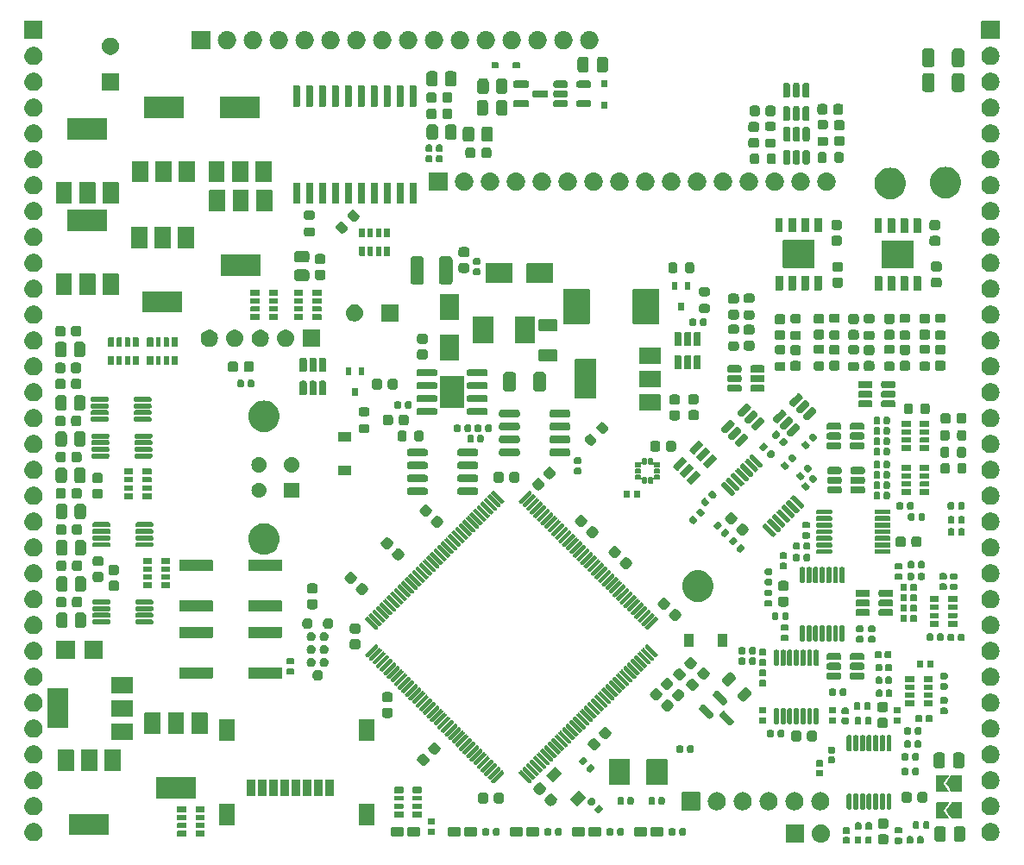
<source format=gbr>
%TF.GenerationSoftware,KiCad,Pcbnew,7.0.8*%
%TF.CreationDate,2024-09-26T12:51:55+01:00*%
%TF.ProjectId,polygonus-Shortage-Version,706f6c79-676f-46e7-9573-2d53686f7274,rev?*%
%TF.SameCoordinates,Original*%
%TF.FileFunction,Soldermask,Top*%
%TF.FilePolarity,Negative*%
%FSLAX46Y46*%
G04 Gerber Fmt 4.6, Leading zero omitted, Abs format (unit mm)*
G04 Created by KiCad (PCBNEW 7.0.8) date 2024-09-26 12:51:55*
%MOMM*%
%LPD*%
G01*
G04 APERTURE LIST*
G04 APERTURE END LIST*
G36*
X145003021Y-136291483D02*
G01*
X145066050Y-136299781D01*
X145081904Y-136307174D01*
X145101083Y-136310989D01*
X145126484Y-136327961D01*
X145152753Y-136340211D01*
X145168734Y-136356192D01*
X145189650Y-136370168D01*
X145203625Y-136391083D01*
X145219606Y-136407064D01*
X145231854Y-136433330D01*
X145248829Y-136458735D01*
X145252644Y-136477915D01*
X145260036Y-136493767D01*
X145268332Y-136556783D01*
X145269610Y-136563208D01*
X145269610Y-137013208D01*
X145268331Y-137019633D01*
X145260036Y-137082648D01*
X145252644Y-137098499D01*
X145248829Y-137117681D01*
X145231852Y-137143087D01*
X145219606Y-137169351D01*
X145203627Y-137185329D01*
X145189650Y-137206248D01*
X145168731Y-137220225D01*
X145152753Y-137236204D01*
X145126489Y-137248450D01*
X145101083Y-137265427D01*
X145081901Y-137269242D01*
X145066050Y-137276634D01*
X145003036Y-137284929D01*
X144996610Y-137286208D01*
X144496610Y-137286208D01*
X144490185Y-137284930D01*
X144427169Y-137276634D01*
X144411317Y-137269242D01*
X144392137Y-137265427D01*
X144366732Y-137248452D01*
X144340466Y-137236204D01*
X144324485Y-137220223D01*
X144303570Y-137206248D01*
X144289594Y-137185332D01*
X144273613Y-137169351D01*
X144261363Y-137143082D01*
X144244391Y-137117681D01*
X144240576Y-137098502D01*
X144233183Y-137082648D01*
X144224885Y-137019619D01*
X144223610Y-137013208D01*
X144223610Y-136563208D01*
X144224884Y-136556799D01*
X144233183Y-136493767D01*
X144240576Y-136477911D01*
X144244391Y-136458735D01*
X144261362Y-136433335D01*
X144273613Y-136407064D01*
X144289596Y-136391080D01*
X144303570Y-136370168D01*
X144324482Y-136356194D01*
X144340466Y-136340211D01*
X144366737Y-136327960D01*
X144392137Y-136310989D01*
X144411313Y-136307174D01*
X144427169Y-136299781D01*
X144490200Y-136291483D01*
X144496610Y-136290208D01*
X144996610Y-136290208D01*
X145003021Y-136291483D01*
G37*
G36*
X146499813Y-136612221D02*
G01*
X146559183Y-136651890D01*
X146598852Y-136711260D01*
X146612782Y-136781291D01*
X146612782Y-137051291D01*
X146598852Y-137121322D01*
X146559183Y-137180692D01*
X146499813Y-137220361D01*
X146429782Y-137234291D01*
X146059782Y-137234291D01*
X145989751Y-137220361D01*
X145930381Y-137180692D01*
X145890712Y-137121322D01*
X145876782Y-137051291D01*
X145876782Y-136781291D01*
X145890712Y-136711260D01*
X145930381Y-136651890D01*
X145989751Y-136612221D01*
X146059782Y-136598291D01*
X146429782Y-136598291D01*
X146499813Y-136612221D01*
G37*
G36*
X142487941Y-136489782D02*
G01*
X142547311Y-136529451D01*
X142586980Y-136588821D01*
X142600910Y-136658852D01*
X142600910Y-137028852D01*
X142586980Y-137098883D01*
X142547311Y-137158253D01*
X142487941Y-137197922D01*
X142417910Y-137211852D01*
X142147910Y-137211852D01*
X142077879Y-137197922D01*
X142018509Y-137158253D01*
X141978840Y-137098883D01*
X141964910Y-137028852D01*
X141964910Y-136658852D01*
X141978840Y-136588821D01*
X142018509Y-136529451D01*
X142077879Y-136489782D01*
X142147910Y-136475852D01*
X142417910Y-136475852D01*
X142487941Y-136489782D01*
G37*
G36*
X143507941Y-136489782D02*
G01*
X143567311Y-136529451D01*
X143606980Y-136588821D01*
X143620910Y-136658852D01*
X143620910Y-137028852D01*
X143606980Y-137098883D01*
X143567311Y-137158253D01*
X143507941Y-137197922D01*
X143437910Y-137211852D01*
X143167910Y-137211852D01*
X143097879Y-137197922D01*
X143038509Y-137158253D01*
X142998840Y-137098883D01*
X142984910Y-137028852D01*
X142984910Y-136658852D01*
X142998840Y-136588821D01*
X143038509Y-136529451D01*
X143097879Y-136489782D01*
X143167910Y-136475852D01*
X143437910Y-136475852D01*
X143507941Y-136489782D01*
G37*
G36*
X141366886Y-136568862D02*
G01*
X141427878Y-136609615D01*
X141468631Y-136670607D01*
X141482942Y-136742551D01*
X141482942Y-137022551D01*
X141468631Y-137094495D01*
X141427878Y-137155487D01*
X141366886Y-137196240D01*
X141294942Y-137210551D01*
X140954942Y-137210551D01*
X140882998Y-137196240D01*
X140822006Y-137155487D01*
X140781253Y-137094495D01*
X140766942Y-137022551D01*
X140766942Y-136742551D01*
X140781253Y-136670607D01*
X140822006Y-136609615D01*
X140882998Y-136568862D01*
X140954942Y-136554551D01*
X141294942Y-136554551D01*
X141366886Y-136568862D01*
G37*
G36*
X147581602Y-136482303D02*
G01*
X147640972Y-136521972D01*
X147680641Y-136581342D01*
X147694571Y-136651373D01*
X147694571Y-137021373D01*
X147680641Y-137091404D01*
X147640972Y-137150774D01*
X147581602Y-137190443D01*
X147511571Y-137204373D01*
X147241571Y-137204373D01*
X147171540Y-137190443D01*
X147112170Y-137150774D01*
X147072501Y-137091404D01*
X147058571Y-137021373D01*
X147058571Y-136651373D01*
X147072501Y-136581342D01*
X147112170Y-136521972D01*
X147171540Y-136482303D01*
X147241571Y-136468373D01*
X147511571Y-136468373D01*
X147581602Y-136482303D01*
G37*
G36*
X148601602Y-136482303D02*
G01*
X148660972Y-136521972D01*
X148700641Y-136581342D01*
X148714571Y-136651373D01*
X148714571Y-137021373D01*
X148700641Y-137091404D01*
X148660972Y-137150774D01*
X148601602Y-137190443D01*
X148531571Y-137204373D01*
X148261571Y-137204373D01*
X148191540Y-137190443D01*
X148132170Y-137150774D01*
X148092501Y-137091404D01*
X148078571Y-137021373D01*
X148078571Y-136651373D01*
X148092501Y-136581342D01*
X148132170Y-136521972D01*
X148191540Y-136482303D01*
X148261571Y-136468373D01*
X148531571Y-136468373D01*
X148601602Y-136482303D01*
G37*
G36*
X136956708Y-135320637D02*
G01*
X136972280Y-135331042D01*
X136982685Y-135346614D01*
X136986339Y-135364983D01*
X136986339Y-137064983D01*
X136982685Y-137083352D01*
X136972280Y-137098924D01*
X136956708Y-137109329D01*
X136938339Y-137112983D01*
X135238339Y-137112983D01*
X135219970Y-137109329D01*
X135204398Y-137098924D01*
X135193993Y-137083352D01*
X135190339Y-137064983D01*
X135190339Y-135364983D01*
X135193993Y-135346614D01*
X135204398Y-135331042D01*
X135219970Y-135320637D01*
X135238339Y-135316983D01*
X136938339Y-135316983D01*
X136956708Y-135320637D01*
G37*
G36*
X138675833Y-135321902D02*
G01*
X138722206Y-135321902D01*
X138762251Y-135330414D01*
X138803481Y-135334475D01*
X138855281Y-135350188D01*
X138905836Y-135360934D01*
X138938182Y-135375335D01*
X138971895Y-135385562D01*
X139025470Y-135414198D01*
X139077339Y-135437292D01*
X139101454Y-135454812D01*
X139127106Y-135468524D01*
X139179441Y-135511474D01*
X139229218Y-135547639D01*
X139245376Y-135565584D01*
X139263150Y-135580171D01*
X139310907Y-135638364D01*
X139354836Y-135687152D01*
X139364066Y-135703139D01*
X139374797Y-135716215D01*
X139414486Y-135790468D01*
X139448703Y-135849733D01*
X139452639Y-135861847D01*
X139457759Y-135871426D01*
X139485978Y-135964455D01*
X139506716Y-136028278D01*
X139507446Y-136035225D01*
X139508846Y-136039840D01*
X139522488Y-136178343D01*
X139526339Y-136214983D01*
X139522487Y-136251625D01*
X139508846Y-136390125D01*
X139507446Y-136394739D01*
X139506716Y-136401688D01*
X139485974Y-136465524D01*
X139457759Y-136558539D01*
X139452640Y-136568115D01*
X139448703Y-136580233D01*
X139414479Y-136639510D01*
X139374797Y-136713750D01*
X139364068Y-136726822D01*
X139354836Y-136742814D01*
X139310898Y-136791611D01*
X139263150Y-136849794D01*
X139245379Y-136864377D01*
X139229218Y-136882327D01*
X139179431Y-136918499D01*
X139127106Y-136961441D01*
X139101459Y-136975149D01*
X139077339Y-136992674D01*
X139025459Y-137015772D01*
X138971895Y-137044403D01*
X138938189Y-137054627D01*
X138905836Y-137069032D01*
X138855270Y-137079780D01*
X138803481Y-137095490D01*
X138762260Y-137099550D01*
X138722206Y-137108064D01*
X138675823Y-137108064D01*
X138628339Y-137112741D01*
X138580855Y-137108064D01*
X138534472Y-137108064D01*
X138494418Y-137099550D01*
X138453196Y-137095490D01*
X138401404Y-137079779D01*
X138350842Y-137069032D01*
X138318490Y-137054628D01*
X138284782Y-137044403D01*
X138231213Y-137015769D01*
X138179339Y-136992674D01*
X138155221Y-136975151D01*
X138129571Y-136961441D01*
X138077238Y-136918493D01*
X138027460Y-136882327D01*
X138011300Y-136864380D01*
X137993527Y-136849794D01*
X137945768Y-136791599D01*
X137901842Y-136742814D01*
X137892611Y-136726826D01*
X137881880Y-136713750D01*
X137842185Y-136639486D01*
X137807975Y-136580233D01*
X137804039Y-136568120D01*
X137798918Y-136558539D01*
X137770688Y-136465478D01*
X137749962Y-136401688D01*
X137749232Y-136394744D01*
X137747831Y-136390125D01*
X137734174Y-136251473D01*
X137730339Y-136214983D01*
X137734173Y-136178495D01*
X137747831Y-136039840D01*
X137749232Y-136035220D01*
X137749962Y-136028278D01*
X137770684Y-135964501D01*
X137798918Y-135871426D01*
X137804040Y-135861843D01*
X137807975Y-135849733D01*
X137842178Y-135790491D01*
X137881880Y-135716215D01*
X137892613Y-135703135D01*
X137901842Y-135687152D01*
X137945759Y-135638377D01*
X137993527Y-135580171D01*
X138011304Y-135565581D01*
X138027460Y-135547639D01*
X138077227Y-135511480D01*
X138129571Y-135468524D01*
X138155226Y-135454810D01*
X138179339Y-135437292D01*
X138231201Y-135414201D01*
X138284782Y-135385562D01*
X138318497Y-135375334D01*
X138350842Y-135360934D01*
X138401393Y-135350188D01*
X138453196Y-135334475D01*
X138494426Y-135330413D01*
X138534472Y-135321902D01*
X138580845Y-135321902D01*
X138628339Y-135317224D01*
X138675833Y-135321902D01*
G37*
G36*
X150658130Y-135496573D02*
G01*
X150666759Y-135500383D01*
X150674260Y-135501476D01*
X150721155Y-135524401D01*
X150758314Y-135540809D01*
X150761754Y-135544249D01*
X150762660Y-135544692D01*
X150831868Y-135613900D01*
X150832310Y-135614805D01*
X150835752Y-135618247D01*
X150852163Y-135655416D01*
X150875084Y-135702300D01*
X150876176Y-135709798D01*
X150879988Y-135718431D01*
X150887903Y-135786658D01*
X150887903Y-136736658D01*
X150879988Y-136804885D01*
X150876176Y-136813517D01*
X150875084Y-136821015D01*
X150852168Y-136867889D01*
X150835752Y-136905069D01*
X150832309Y-136908511D01*
X150831868Y-136909415D01*
X150762660Y-136978623D01*
X150761756Y-136979064D01*
X150758314Y-136982507D01*
X150721134Y-136998923D01*
X150674260Y-137021839D01*
X150666762Y-137022931D01*
X150658130Y-137026743D01*
X150589903Y-137034658D01*
X150089903Y-137034658D01*
X150021676Y-137026743D01*
X150013043Y-137022931D01*
X150005545Y-137021839D01*
X149958661Y-136998918D01*
X149921492Y-136982507D01*
X149918050Y-136979065D01*
X149917145Y-136978623D01*
X149847937Y-136909415D01*
X149847494Y-136908509D01*
X149844054Y-136905069D01*
X149827646Y-136867910D01*
X149804721Y-136821015D01*
X149803628Y-136813514D01*
X149799818Y-136804885D01*
X149791903Y-136736658D01*
X149791903Y-135786658D01*
X149799818Y-135718431D01*
X149803628Y-135709802D01*
X149804721Y-135702300D01*
X149827651Y-135655394D01*
X149844054Y-135618247D01*
X149847493Y-135614807D01*
X149847937Y-135613900D01*
X149917145Y-135544692D01*
X149918052Y-135544248D01*
X149921492Y-135540809D01*
X149958639Y-135524406D01*
X150005545Y-135501476D01*
X150013047Y-135500383D01*
X150021676Y-135496573D01*
X150089903Y-135488658D01*
X150589903Y-135488658D01*
X150658130Y-135496573D01*
G37*
G36*
X152558130Y-135496573D02*
G01*
X152566759Y-135500383D01*
X152574260Y-135501476D01*
X152621155Y-135524401D01*
X152658314Y-135540809D01*
X152661754Y-135544249D01*
X152662660Y-135544692D01*
X152731868Y-135613900D01*
X152732310Y-135614805D01*
X152735752Y-135618247D01*
X152752163Y-135655416D01*
X152775084Y-135702300D01*
X152776176Y-135709798D01*
X152779988Y-135718431D01*
X152787903Y-135786658D01*
X152787903Y-136736658D01*
X152779988Y-136804885D01*
X152776176Y-136813517D01*
X152775084Y-136821015D01*
X152752168Y-136867889D01*
X152735752Y-136905069D01*
X152732309Y-136908511D01*
X152731868Y-136909415D01*
X152662660Y-136978623D01*
X152661756Y-136979064D01*
X152658314Y-136982507D01*
X152621134Y-136998923D01*
X152574260Y-137021839D01*
X152566762Y-137022931D01*
X152558130Y-137026743D01*
X152489903Y-137034658D01*
X151989903Y-137034658D01*
X151921676Y-137026743D01*
X151913043Y-137022931D01*
X151905545Y-137021839D01*
X151858661Y-136998918D01*
X151821492Y-136982507D01*
X151818050Y-136979065D01*
X151817145Y-136978623D01*
X151747937Y-136909415D01*
X151747494Y-136908509D01*
X151744054Y-136905069D01*
X151727646Y-136867910D01*
X151704721Y-136821015D01*
X151703628Y-136813514D01*
X151699818Y-136804885D01*
X151691903Y-136736658D01*
X151691903Y-135786658D01*
X151699818Y-135718431D01*
X151703628Y-135709802D01*
X151704721Y-135702300D01*
X151727651Y-135655394D01*
X151744054Y-135618247D01*
X151747493Y-135614807D01*
X151747937Y-135613900D01*
X151817145Y-135544692D01*
X151818052Y-135544248D01*
X151821492Y-135540809D01*
X151858639Y-135524406D01*
X151905545Y-135501476D01*
X151913047Y-135500383D01*
X151921676Y-135496573D01*
X151989903Y-135488658D01*
X152489903Y-135488658D01*
X152558130Y-135496573D01*
G37*
G36*
X61410811Y-135182235D02*
G01*
X61457184Y-135182235D01*
X61497229Y-135190747D01*
X61538459Y-135194808D01*
X61590259Y-135210521D01*
X61640814Y-135221267D01*
X61673160Y-135235668D01*
X61706873Y-135245895D01*
X61760448Y-135274531D01*
X61812317Y-135297625D01*
X61836432Y-135315145D01*
X61862084Y-135328857D01*
X61914419Y-135371807D01*
X61964196Y-135407972D01*
X61980354Y-135425917D01*
X61998128Y-135440504D01*
X62045885Y-135498697D01*
X62089814Y-135547485D01*
X62099044Y-135563472D01*
X62109775Y-135576548D01*
X62149464Y-135650801D01*
X62183681Y-135710066D01*
X62187617Y-135722180D01*
X62192737Y-135731759D01*
X62220956Y-135824788D01*
X62241694Y-135888611D01*
X62242424Y-135895558D01*
X62243824Y-135900173D01*
X62257466Y-136038676D01*
X62261317Y-136075316D01*
X62257465Y-136111958D01*
X62243824Y-136250458D01*
X62242424Y-136255072D01*
X62241694Y-136262021D01*
X62220952Y-136325857D01*
X62192737Y-136418872D01*
X62187618Y-136428448D01*
X62183681Y-136440566D01*
X62149457Y-136499843D01*
X62109775Y-136574083D01*
X62099046Y-136587155D01*
X62089814Y-136603147D01*
X62045876Y-136651944D01*
X61998128Y-136710127D01*
X61980357Y-136724710D01*
X61964196Y-136742660D01*
X61914409Y-136778832D01*
X61862084Y-136821774D01*
X61836437Y-136835482D01*
X61812317Y-136853007D01*
X61760437Y-136876105D01*
X61706873Y-136904736D01*
X61673167Y-136914960D01*
X61640814Y-136929365D01*
X61590248Y-136940113D01*
X61538459Y-136955823D01*
X61497238Y-136959883D01*
X61457184Y-136968397D01*
X61410801Y-136968397D01*
X61363317Y-136973074D01*
X61315833Y-136968397D01*
X61269450Y-136968397D01*
X61229396Y-136959883D01*
X61188174Y-136955823D01*
X61136382Y-136940112D01*
X61085820Y-136929365D01*
X61053468Y-136914961D01*
X61019760Y-136904736D01*
X60966191Y-136876102D01*
X60914317Y-136853007D01*
X60890199Y-136835484D01*
X60864549Y-136821774D01*
X60812216Y-136778826D01*
X60762438Y-136742660D01*
X60746278Y-136724713D01*
X60728505Y-136710127D01*
X60680746Y-136651932D01*
X60636820Y-136603147D01*
X60627589Y-136587159D01*
X60616858Y-136574083D01*
X60577163Y-136499819D01*
X60542953Y-136440566D01*
X60539017Y-136428453D01*
X60533896Y-136418872D01*
X60505666Y-136325811D01*
X60484940Y-136262021D01*
X60484210Y-136255077D01*
X60482809Y-136250458D01*
X60469152Y-136111806D01*
X60465317Y-136075316D01*
X60469151Y-136038828D01*
X60482809Y-135900173D01*
X60484210Y-135895553D01*
X60484940Y-135888611D01*
X60505662Y-135824834D01*
X60533896Y-135731759D01*
X60539018Y-135722176D01*
X60542953Y-135710066D01*
X60577156Y-135650824D01*
X60616858Y-135576548D01*
X60627591Y-135563468D01*
X60636820Y-135547485D01*
X60680737Y-135498710D01*
X60728505Y-135440504D01*
X60746282Y-135425914D01*
X60762438Y-135407972D01*
X60812205Y-135371813D01*
X60864549Y-135328857D01*
X60890204Y-135315143D01*
X60914317Y-135297625D01*
X60966179Y-135274534D01*
X61019760Y-135245895D01*
X61053475Y-135235667D01*
X61085820Y-135221267D01*
X61136371Y-135210521D01*
X61188174Y-135194808D01*
X61229404Y-135190746D01*
X61269450Y-135182235D01*
X61315823Y-135182235D01*
X61363317Y-135177557D01*
X61410811Y-135182235D01*
G37*
G36*
X155323494Y-135177140D02*
G01*
X155369867Y-135177140D01*
X155409912Y-135185652D01*
X155451142Y-135189713D01*
X155502942Y-135205426D01*
X155553497Y-135216172D01*
X155585843Y-135230573D01*
X155619556Y-135240800D01*
X155673131Y-135269436D01*
X155725000Y-135292530D01*
X155749115Y-135310050D01*
X155774767Y-135323762D01*
X155827102Y-135366712D01*
X155876879Y-135402877D01*
X155893037Y-135420822D01*
X155910811Y-135435409D01*
X155958568Y-135493602D01*
X156002497Y-135542390D01*
X156011727Y-135558377D01*
X156022458Y-135571453D01*
X156062147Y-135645706D01*
X156096364Y-135704971D01*
X156100300Y-135717085D01*
X156105420Y-135726664D01*
X156133639Y-135819693D01*
X156154377Y-135883516D01*
X156155107Y-135890463D01*
X156156507Y-135895078D01*
X156170149Y-136033581D01*
X156174000Y-136070221D01*
X156170148Y-136106863D01*
X156156507Y-136245363D01*
X156155107Y-136249977D01*
X156154377Y-136256926D01*
X156133635Y-136320762D01*
X156105420Y-136413777D01*
X156100301Y-136423353D01*
X156096364Y-136435471D01*
X156062140Y-136494748D01*
X156022458Y-136568988D01*
X156011729Y-136582060D01*
X156002497Y-136598052D01*
X155958559Y-136646849D01*
X155910811Y-136705032D01*
X155893040Y-136719615D01*
X155876879Y-136737565D01*
X155827092Y-136773737D01*
X155774767Y-136816679D01*
X155749120Y-136830387D01*
X155725000Y-136847912D01*
X155673120Y-136871010D01*
X155619556Y-136899641D01*
X155585850Y-136909865D01*
X155553497Y-136924270D01*
X155502931Y-136935018D01*
X155451142Y-136950728D01*
X155409921Y-136954788D01*
X155369867Y-136963302D01*
X155323484Y-136963302D01*
X155276000Y-136967979D01*
X155228516Y-136963302D01*
X155182133Y-136963302D01*
X155142079Y-136954788D01*
X155100857Y-136950728D01*
X155049065Y-136935017D01*
X154998503Y-136924270D01*
X154966151Y-136909866D01*
X154932443Y-136899641D01*
X154878874Y-136871007D01*
X154827000Y-136847912D01*
X154802882Y-136830389D01*
X154777232Y-136816679D01*
X154724899Y-136773731D01*
X154675121Y-136737565D01*
X154658961Y-136719618D01*
X154641188Y-136705032D01*
X154593429Y-136646837D01*
X154549503Y-136598052D01*
X154540272Y-136582064D01*
X154529541Y-136568988D01*
X154489846Y-136494724D01*
X154455636Y-136435471D01*
X154451700Y-136423358D01*
X154446579Y-136413777D01*
X154418349Y-136320716D01*
X154397623Y-136256926D01*
X154396893Y-136249982D01*
X154395492Y-136245363D01*
X154381835Y-136106711D01*
X154378000Y-136070221D01*
X154381834Y-136033733D01*
X154395492Y-135895078D01*
X154396893Y-135890458D01*
X154397623Y-135883516D01*
X154418345Y-135819739D01*
X154446579Y-135726664D01*
X154451701Y-135717081D01*
X154455636Y-135704971D01*
X154489839Y-135645729D01*
X154529541Y-135571453D01*
X154540274Y-135558373D01*
X154549503Y-135542390D01*
X154593420Y-135493615D01*
X154641188Y-135435409D01*
X154658965Y-135420819D01*
X154675121Y-135402877D01*
X154724888Y-135366718D01*
X154777232Y-135323762D01*
X154802887Y-135310048D01*
X154827000Y-135292530D01*
X154878862Y-135269439D01*
X154932443Y-135240800D01*
X154966158Y-135230572D01*
X154998503Y-135216172D01*
X155049054Y-135205426D01*
X155100857Y-135189713D01*
X155142087Y-135185651D01*
X155182133Y-135177140D01*
X155228506Y-135177140D01*
X155276000Y-135172462D01*
X155323494Y-135177140D01*
G37*
G36*
X76333120Y-135949383D02*
G01*
X76348692Y-135959788D01*
X76359097Y-135975360D01*
X76362751Y-135993729D01*
X76362751Y-136493729D01*
X76359097Y-136512098D01*
X76348692Y-136527670D01*
X76333120Y-136538075D01*
X76314751Y-136541729D01*
X75514751Y-136541729D01*
X75496382Y-136538075D01*
X75480810Y-136527670D01*
X75470405Y-136512098D01*
X75466751Y-136493729D01*
X75466751Y-135993729D01*
X75470405Y-135975360D01*
X75480810Y-135959788D01*
X75496382Y-135949383D01*
X75514751Y-135945729D01*
X76314751Y-135945729D01*
X76333120Y-135949383D01*
G37*
G36*
X78133120Y-135949383D02*
G01*
X78148692Y-135959788D01*
X78159097Y-135975360D01*
X78162751Y-135993729D01*
X78162751Y-136493729D01*
X78159097Y-136512098D01*
X78148692Y-136527670D01*
X78133120Y-136538075D01*
X78114751Y-136541729D01*
X77314751Y-136541729D01*
X77296382Y-136538075D01*
X77280810Y-136527670D01*
X77270405Y-136512098D01*
X77266751Y-136493729D01*
X77266751Y-135993729D01*
X77270405Y-135975360D01*
X77280810Y-135959788D01*
X77296382Y-135949383D01*
X77314751Y-135945729D01*
X78114751Y-135945729D01*
X78133120Y-135949383D01*
G37*
G36*
X97463546Y-135573804D02*
G01*
X97517312Y-135580042D01*
X97535682Y-135588153D01*
X97559189Y-135592829D01*
X97584354Y-135609644D01*
X97606227Y-135619302D01*
X97621167Y-135634242D01*
X97643701Y-135649299D01*
X97658757Y-135671832D01*
X97673697Y-135686772D01*
X97683354Y-135708643D01*
X97700171Y-135733811D01*
X97704847Y-135757320D01*
X97712957Y-135775687D01*
X97719192Y-135829442D01*
X97720000Y-135833500D01*
X97720000Y-136258500D01*
X97719192Y-136262558D01*
X97712957Y-136316312D01*
X97704847Y-136334678D01*
X97700171Y-136358189D01*
X97683352Y-136383358D01*
X97673697Y-136405227D01*
X97658759Y-136420164D01*
X97643701Y-136442701D01*
X97621164Y-136457759D01*
X97606227Y-136472697D01*
X97584358Y-136482352D01*
X97559189Y-136499171D01*
X97535678Y-136503847D01*
X97517312Y-136511957D01*
X97463558Y-136518192D01*
X97459500Y-136519000D01*
X96659500Y-136519000D01*
X96655442Y-136518192D01*
X96601687Y-136511957D01*
X96583320Y-136503847D01*
X96559811Y-136499171D01*
X96534643Y-136482354D01*
X96512772Y-136472697D01*
X96497832Y-136457757D01*
X96475299Y-136442701D01*
X96460242Y-136420167D01*
X96445302Y-136405227D01*
X96435644Y-136383354D01*
X96418829Y-136358189D01*
X96414153Y-136334682D01*
X96406042Y-136316312D01*
X96399804Y-136262546D01*
X96399000Y-136258500D01*
X96399000Y-135833500D01*
X96399804Y-135829454D01*
X96406042Y-135775687D01*
X96414153Y-135757315D01*
X96418829Y-135733811D01*
X96435642Y-135708647D01*
X96445302Y-135686772D01*
X96460244Y-135671829D01*
X96475299Y-135649299D01*
X96497829Y-135634244D01*
X96512772Y-135619302D01*
X96534647Y-135609642D01*
X96559811Y-135592829D01*
X96583315Y-135588153D01*
X96601687Y-135580042D01*
X96655454Y-135573804D01*
X96659500Y-135573000D01*
X97459500Y-135573000D01*
X97463546Y-135573804D01*
G37*
G36*
X99088546Y-135573804D02*
G01*
X99142312Y-135580042D01*
X99160682Y-135588153D01*
X99184189Y-135592829D01*
X99209354Y-135609644D01*
X99231227Y-135619302D01*
X99246167Y-135634242D01*
X99268701Y-135649299D01*
X99283757Y-135671832D01*
X99298697Y-135686772D01*
X99308354Y-135708643D01*
X99325171Y-135733811D01*
X99329847Y-135757320D01*
X99337957Y-135775687D01*
X99344192Y-135829442D01*
X99345000Y-135833500D01*
X99345000Y-136258500D01*
X99344192Y-136262558D01*
X99337957Y-136316312D01*
X99329847Y-136334678D01*
X99325171Y-136358189D01*
X99308352Y-136383358D01*
X99298697Y-136405227D01*
X99283759Y-136420164D01*
X99268701Y-136442701D01*
X99246164Y-136457759D01*
X99231227Y-136472697D01*
X99209358Y-136482352D01*
X99184189Y-136499171D01*
X99160678Y-136503847D01*
X99142312Y-136511957D01*
X99088558Y-136518192D01*
X99084500Y-136519000D01*
X98284500Y-136519000D01*
X98280442Y-136518192D01*
X98226687Y-136511957D01*
X98208320Y-136503847D01*
X98184811Y-136499171D01*
X98159643Y-136482354D01*
X98137772Y-136472697D01*
X98122832Y-136457757D01*
X98100299Y-136442701D01*
X98085242Y-136420167D01*
X98070302Y-136405227D01*
X98060644Y-136383354D01*
X98043829Y-136358189D01*
X98039153Y-136334682D01*
X98031042Y-136316312D01*
X98024804Y-136262546D01*
X98024000Y-136258500D01*
X98024000Y-135833500D01*
X98024804Y-135829454D01*
X98031042Y-135775687D01*
X98039153Y-135757315D01*
X98043829Y-135733811D01*
X98060642Y-135708647D01*
X98070302Y-135686772D01*
X98085244Y-135671829D01*
X98100299Y-135649299D01*
X98122829Y-135634244D01*
X98137772Y-135619302D01*
X98159647Y-135609642D01*
X98184811Y-135592829D01*
X98208315Y-135588153D01*
X98226687Y-135580042D01*
X98280454Y-135573804D01*
X98284500Y-135573000D01*
X99084500Y-135573000D01*
X99088546Y-135573804D01*
G37*
G36*
X103051546Y-135573804D02*
G01*
X103105312Y-135580042D01*
X103123682Y-135588153D01*
X103147189Y-135592829D01*
X103172354Y-135609644D01*
X103194227Y-135619302D01*
X103209167Y-135634242D01*
X103231701Y-135649299D01*
X103246757Y-135671832D01*
X103261697Y-135686772D01*
X103271354Y-135708643D01*
X103288171Y-135733811D01*
X103292847Y-135757320D01*
X103300957Y-135775687D01*
X103307192Y-135829442D01*
X103308000Y-135833500D01*
X103308000Y-136258500D01*
X103307192Y-136262558D01*
X103300957Y-136316312D01*
X103292847Y-136334678D01*
X103288171Y-136358189D01*
X103271352Y-136383358D01*
X103261697Y-136405227D01*
X103246759Y-136420164D01*
X103231701Y-136442701D01*
X103209164Y-136457759D01*
X103194227Y-136472697D01*
X103172358Y-136482352D01*
X103147189Y-136499171D01*
X103123678Y-136503847D01*
X103105312Y-136511957D01*
X103051558Y-136518192D01*
X103047500Y-136519000D01*
X102247500Y-136519000D01*
X102243442Y-136518192D01*
X102189687Y-136511957D01*
X102171320Y-136503847D01*
X102147811Y-136499171D01*
X102122643Y-136482354D01*
X102100772Y-136472697D01*
X102085832Y-136457757D01*
X102063299Y-136442701D01*
X102048242Y-136420167D01*
X102033302Y-136405227D01*
X102023644Y-136383354D01*
X102006829Y-136358189D01*
X102002153Y-136334682D01*
X101994042Y-136316312D01*
X101987804Y-136262546D01*
X101987000Y-136258500D01*
X101987000Y-135833500D01*
X101987804Y-135829454D01*
X101994042Y-135775687D01*
X102002153Y-135757315D01*
X102006829Y-135733811D01*
X102023642Y-135708647D01*
X102033302Y-135686772D01*
X102048244Y-135671829D01*
X102063299Y-135649299D01*
X102085829Y-135634244D01*
X102100772Y-135619302D01*
X102122647Y-135609642D01*
X102147811Y-135592829D01*
X102171315Y-135588153D01*
X102189687Y-135580042D01*
X102243454Y-135573804D01*
X102247500Y-135573000D01*
X103047500Y-135573000D01*
X103051546Y-135573804D01*
G37*
G36*
X104676546Y-135573804D02*
G01*
X104730312Y-135580042D01*
X104748682Y-135588153D01*
X104772189Y-135592829D01*
X104797354Y-135609644D01*
X104819227Y-135619302D01*
X104834167Y-135634242D01*
X104856701Y-135649299D01*
X104871757Y-135671832D01*
X104886697Y-135686772D01*
X104896354Y-135708643D01*
X104913171Y-135733811D01*
X104917847Y-135757320D01*
X104925957Y-135775687D01*
X104932192Y-135829442D01*
X104933000Y-135833500D01*
X104933000Y-136258500D01*
X104932192Y-136262558D01*
X104925957Y-136316312D01*
X104917847Y-136334678D01*
X104913171Y-136358189D01*
X104896352Y-136383358D01*
X104886697Y-136405227D01*
X104871759Y-136420164D01*
X104856701Y-136442701D01*
X104834164Y-136457759D01*
X104819227Y-136472697D01*
X104797358Y-136482352D01*
X104772189Y-136499171D01*
X104748678Y-136503847D01*
X104730312Y-136511957D01*
X104676558Y-136518192D01*
X104672500Y-136519000D01*
X103872500Y-136519000D01*
X103868442Y-136518192D01*
X103814687Y-136511957D01*
X103796320Y-136503847D01*
X103772811Y-136499171D01*
X103747643Y-136482354D01*
X103725772Y-136472697D01*
X103710832Y-136457757D01*
X103688299Y-136442701D01*
X103673242Y-136420167D01*
X103658302Y-136405227D01*
X103648644Y-136383354D01*
X103631829Y-136358189D01*
X103627153Y-136334682D01*
X103619042Y-136316312D01*
X103612804Y-136262546D01*
X103612000Y-136258500D01*
X103612000Y-135833500D01*
X103612804Y-135829454D01*
X103619042Y-135775687D01*
X103627153Y-135757315D01*
X103631829Y-135733811D01*
X103648642Y-135708647D01*
X103658302Y-135686772D01*
X103673244Y-135671829D01*
X103688299Y-135649299D01*
X103710829Y-135634244D01*
X103725772Y-135619302D01*
X103747647Y-135609642D01*
X103772811Y-135592829D01*
X103796315Y-135588153D01*
X103814687Y-135580042D01*
X103868454Y-135573804D01*
X103872500Y-135573000D01*
X104672500Y-135573000D01*
X104676546Y-135573804D01*
G37*
G36*
X109147546Y-135573804D02*
G01*
X109201312Y-135580042D01*
X109219682Y-135588153D01*
X109243189Y-135592829D01*
X109268354Y-135609644D01*
X109290227Y-135619302D01*
X109305167Y-135634242D01*
X109327701Y-135649299D01*
X109342757Y-135671832D01*
X109357697Y-135686772D01*
X109367354Y-135708643D01*
X109384171Y-135733811D01*
X109388847Y-135757320D01*
X109396957Y-135775687D01*
X109403192Y-135829442D01*
X109404000Y-135833500D01*
X109404000Y-136258500D01*
X109403192Y-136262558D01*
X109396957Y-136316312D01*
X109388847Y-136334678D01*
X109384171Y-136358189D01*
X109367352Y-136383358D01*
X109357697Y-136405227D01*
X109342759Y-136420164D01*
X109327701Y-136442701D01*
X109305164Y-136457759D01*
X109290227Y-136472697D01*
X109268358Y-136482352D01*
X109243189Y-136499171D01*
X109219678Y-136503847D01*
X109201312Y-136511957D01*
X109147558Y-136518192D01*
X109143500Y-136519000D01*
X108343500Y-136519000D01*
X108339442Y-136518192D01*
X108285687Y-136511957D01*
X108267320Y-136503847D01*
X108243811Y-136499171D01*
X108218643Y-136482354D01*
X108196772Y-136472697D01*
X108181832Y-136457757D01*
X108159299Y-136442701D01*
X108144242Y-136420167D01*
X108129302Y-136405227D01*
X108119644Y-136383354D01*
X108102829Y-136358189D01*
X108098153Y-136334682D01*
X108090042Y-136316312D01*
X108083804Y-136262546D01*
X108083000Y-136258500D01*
X108083000Y-135833500D01*
X108083804Y-135829454D01*
X108090042Y-135775687D01*
X108098153Y-135757315D01*
X108102829Y-135733811D01*
X108119642Y-135708647D01*
X108129302Y-135686772D01*
X108144244Y-135671829D01*
X108159299Y-135649299D01*
X108181829Y-135634244D01*
X108196772Y-135619302D01*
X108218647Y-135609642D01*
X108243811Y-135592829D01*
X108267315Y-135588153D01*
X108285687Y-135580042D01*
X108339454Y-135573804D01*
X108343500Y-135573000D01*
X109143500Y-135573000D01*
X109147546Y-135573804D01*
G37*
G36*
X110772546Y-135573804D02*
G01*
X110826312Y-135580042D01*
X110844682Y-135588153D01*
X110868189Y-135592829D01*
X110893354Y-135609644D01*
X110915227Y-135619302D01*
X110930167Y-135634242D01*
X110952701Y-135649299D01*
X110967757Y-135671832D01*
X110982697Y-135686772D01*
X110992354Y-135708643D01*
X111009171Y-135733811D01*
X111013847Y-135757320D01*
X111021957Y-135775687D01*
X111028192Y-135829442D01*
X111029000Y-135833500D01*
X111029000Y-136258500D01*
X111028192Y-136262558D01*
X111021957Y-136316312D01*
X111013847Y-136334678D01*
X111009171Y-136358189D01*
X110992352Y-136383358D01*
X110982697Y-136405227D01*
X110967759Y-136420164D01*
X110952701Y-136442701D01*
X110930164Y-136457759D01*
X110915227Y-136472697D01*
X110893358Y-136482352D01*
X110868189Y-136499171D01*
X110844678Y-136503847D01*
X110826312Y-136511957D01*
X110772558Y-136518192D01*
X110768500Y-136519000D01*
X109968500Y-136519000D01*
X109964442Y-136518192D01*
X109910687Y-136511957D01*
X109892320Y-136503847D01*
X109868811Y-136499171D01*
X109843643Y-136482354D01*
X109821772Y-136472697D01*
X109806832Y-136457757D01*
X109784299Y-136442701D01*
X109769242Y-136420167D01*
X109754302Y-136405227D01*
X109744644Y-136383354D01*
X109727829Y-136358189D01*
X109723153Y-136334682D01*
X109715042Y-136316312D01*
X109708804Y-136262546D01*
X109708000Y-136258500D01*
X109708000Y-135833500D01*
X109708804Y-135829454D01*
X109715042Y-135775687D01*
X109723153Y-135757315D01*
X109727829Y-135733811D01*
X109744642Y-135708647D01*
X109754302Y-135686772D01*
X109769244Y-135671829D01*
X109784299Y-135649299D01*
X109806829Y-135634244D01*
X109821772Y-135619302D01*
X109843647Y-135609642D01*
X109868811Y-135592829D01*
X109892315Y-135588153D01*
X109910687Y-135580042D01*
X109964454Y-135573804D01*
X109968500Y-135573000D01*
X110768500Y-135573000D01*
X110772546Y-135573804D01*
G37*
G36*
X115243546Y-135573804D02*
G01*
X115297312Y-135580042D01*
X115315682Y-135588153D01*
X115339189Y-135592829D01*
X115364354Y-135609644D01*
X115386227Y-135619302D01*
X115401167Y-135634242D01*
X115423701Y-135649299D01*
X115438757Y-135671832D01*
X115453697Y-135686772D01*
X115463354Y-135708643D01*
X115480171Y-135733811D01*
X115484847Y-135757320D01*
X115492957Y-135775687D01*
X115499192Y-135829442D01*
X115500000Y-135833500D01*
X115500000Y-136258500D01*
X115499192Y-136262558D01*
X115492957Y-136316312D01*
X115484847Y-136334678D01*
X115480171Y-136358189D01*
X115463352Y-136383358D01*
X115453697Y-136405227D01*
X115438759Y-136420164D01*
X115423701Y-136442701D01*
X115401164Y-136457759D01*
X115386227Y-136472697D01*
X115364358Y-136482352D01*
X115339189Y-136499171D01*
X115315678Y-136503847D01*
X115297312Y-136511957D01*
X115243558Y-136518192D01*
X115239500Y-136519000D01*
X114439500Y-136519000D01*
X114435442Y-136518192D01*
X114381687Y-136511957D01*
X114363320Y-136503847D01*
X114339811Y-136499171D01*
X114314643Y-136482354D01*
X114292772Y-136472697D01*
X114277832Y-136457757D01*
X114255299Y-136442701D01*
X114240242Y-136420167D01*
X114225302Y-136405227D01*
X114215644Y-136383354D01*
X114198829Y-136358189D01*
X114194153Y-136334682D01*
X114186042Y-136316312D01*
X114179804Y-136262546D01*
X114179000Y-136258500D01*
X114179000Y-135833500D01*
X114179804Y-135829454D01*
X114186042Y-135775687D01*
X114194153Y-135757315D01*
X114198829Y-135733811D01*
X114215642Y-135708647D01*
X114225302Y-135686772D01*
X114240244Y-135671829D01*
X114255299Y-135649299D01*
X114277829Y-135634244D01*
X114292772Y-135619302D01*
X114314647Y-135609642D01*
X114339811Y-135592829D01*
X114363315Y-135588153D01*
X114381687Y-135580042D01*
X114435454Y-135573804D01*
X114439500Y-135573000D01*
X115239500Y-135573000D01*
X115243546Y-135573804D01*
G37*
G36*
X116868546Y-135573804D02*
G01*
X116922312Y-135580042D01*
X116940682Y-135588153D01*
X116964189Y-135592829D01*
X116989354Y-135609644D01*
X117011227Y-135619302D01*
X117026167Y-135634242D01*
X117048701Y-135649299D01*
X117063757Y-135671832D01*
X117078697Y-135686772D01*
X117088354Y-135708643D01*
X117105171Y-135733811D01*
X117109847Y-135757320D01*
X117117957Y-135775687D01*
X117124192Y-135829442D01*
X117125000Y-135833500D01*
X117125000Y-136258500D01*
X117124192Y-136262558D01*
X117117957Y-136316312D01*
X117109847Y-136334678D01*
X117105171Y-136358189D01*
X117088352Y-136383358D01*
X117078697Y-136405227D01*
X117063759Y-136420164D01*
X117048701Y-136442701D01*
X117026164Y-136457759D01*
X117011227Y-136472697D01*
X116989358Y-136482352D01*
X116964189Y-136499171D01*
X116940678Y-136503847D01*
X116922312Y-136511957D01*
X116868558Y-136518192D01*
X116864500Y-136519000D01*
X116064500Y-136519000D01*
X116060442Y-136518192D01*
X116006687Y-136511957D01*
X115988320Y-136503847D01*
X115964811Y-136499171D01*
X115939643Y-136482354D01*
X115917772Y-136472697D01*
X115902832Y-136457757D01*
X115880299Y-136442701D01*
X115865242Y-136420167D01*
X115850302Y-136405227D01*
X115840644Y-136383354D01*
X115823829Y-136358189D01*
X115819153Y-136334682D01*
X115811042Y-136316312D01*
X115804804Y-136262546D01*
X115804000Y-136258500D01*
X115804000Y-135833500D01*
X115804804Y-135829454D01*
X115811042Y-135775687D01*
X115819153Y-135757315D01*
X115823829Y-135733811D01*
X115840642Y-135708647D01*
X115850302Y-135686772D01*
X115865244Y-135671829D01*
X115880299Y-135649299D01*
X115902829Y-135634244D01*
X115917772Y-135619302D01*
X115939647Y-135609642D01*
X115964811Y-135592829D01*
X115988315Y-135588153D01*
X116006687Y-135580042D01*
X116060454Y-135573804D01*
X116064500Y-135573000D01*
X116864500Y-135573000D01*
X116868546Y-135573804D01*
G37*
G36*
X121339546Y-135573804D02*
G01*
X121393312Y-135580042D01*
X121411682Y-135588153D01*
X121435189Y-135592829D01*
X121460354Y-135609644D01*
X121482227Y-135619302D01*
X121497167Y-135634242D01*
X121519701Y-135649299D01*
X121534757Y-135671832D01*
X121549697Y-135686772D01*
X121559354Y-135708643D01*
X121576171Y-135733811D01*
X121580847Y-135757320D01*
X121588957Y-135775687D01*
X121595192Y-135829442D01*
X121596000Y-135833500D01*
X121596000Y-136258500D01*
X121595192Y-136262558D01*
X121588957Y-136316312D01*
X121580847Y-136334678D01*
X121576171Y-136358189D01*
X121559352Y-136383358D01*
X121549697Y-136405227D01*
X121534759Y-136420164D01*
X121519701Y-136442701D01*
X121497164Y-136457759D01*
X121482227Y-136472697D01*
X121460358Y-136482352D01*
X121435189Y-136499171D01*
X121411678Y-136503847D01*
X121393312Y-136511957D01*
X121339558Y-136518192D01*
X121335500Y-136519000D01*
X120535500Y-136519000D01*
X120531442Y-136518192D01*
X120477687Y-136511957D01*
X120459320Y-136503847D01*
X120435811Y-136499171D01*
X120410643Y-136482354D01*
X120388772Y-136472697D01*
X120373832Y-136457757D01*
X120351299Y-136442701D01*
X120336242Y-136420167D01*
X120321302Y-136405227D01*
X120311644Y-136383354D01*
X120294829Y-136358189D01*
X120290153Y-136334682D01*
X120282042Y-136316312D01*
X120275804Y-136262546D01*
X120275000Y-136258500D01*
X120275000Y-135833500D01*
X120275804Y-135829454D01*
X120282042Y-135775687D01*
X120290153Y-135757315D01*
X120294829Y-135733811D01*
X120311642Y-135708647D01*
X120321302Y-135686772D01*
X120336244Y-135671829D01*
X120351299Y-135649299D01*
X120373829Y-135634244D01*
X120388772Y-135619302D01*
X120410647Y-135609642D01*
X120435811Y-135592829D01*
X120459315Y-135588153D01*
X120477687Y-135580042D01*
X120531454Y-135573804D01*
X120535500Y-135573000D01*
X121335500Y-135573000D01*
X121339546Y-135573804D01*
G37*
G36*
X122964546Y-135573804D02*
G01*
X123018312Y-135580042D01*
X123036682Y-135588153D01*
X123060189Y-135592829D01*
X123085354Y-135609644D01*
X123107227Y-135619302D01*
X123122167Y-135634242D01*
X123144701Y-135649299D01*
X123159757Y-135671832D01*
X123174697Y-135686772D01*
X123184354Y-135708643D01*
X123201171Y-135733811D01*
X123205847Y-135757320D01*
X123213957Y-135775687D01*
X123220192Y-135829442D01*
X123221000Y-135833500D01*
X123221000Y-136258500D01*
X123220192Y-136262558D01*
X123213957Y-136316312D01*
X123205847Y-136334678D01*
X123201171Y-136358189D01*
X123184352Y-136383358D01*
X123174697Y-136405227D01*
X123159759Y-136420164D01*
X123144701Y-136442701D01*
X123122164Y-136457759D01*
X123107227Y-136472697D01*
X123085358Y-136482352D01*
X123060189Y-136499171D01*
X123036678Y-136503847D01*
X123018312Y-136511957D01*
X122964558Y-136518192D01*
X122960500Y-136519000D01*
X122160500Y-136519000D01*
X122156442Y-136518192D01*
X122102687Y-136511957D01*
X122084320Y-136503847D01*
X122060811Y-136499171D01*
X122035643Y-136482354D01*
X122013772Y-136472697D01*
X121998832Y-136457757D01*
X121976299Y-136442701D01*
X121961242Y-136420167D01*
X121946302Y-136405227D01*
X121936644Y-136383354D01*
X121919829Y-136358189D01*
X121915153Y-136334682D01*
X121907042Y-136316312D01*
X121900804Y-136262546D01*
X121900000Y-136258500D01*
X121900000Y-135833500D01*
X121900804Y-135829454D01*
X121907042Y-135775687D01*
X121915153Y-135757315D01*
X121919829Y-135733811D01*
X121936642Y-135708647D01*
X121946302Y-135686772D01*
X121961244Y-135671829D01*
X121976299Y-135649299D01*
X121998829Y-135634244D01*
X122013772Y-135619302D01*
X122035647Y-135609642D01*
X122060811Y-135592829D01*
X122084315Y-135588153D01*
X122102687Y-135580042D01*
X122156454Y-135573804D01*
X122160500Y-135573000D01*
X122960500Y-135573000D01*
X122964546Y-135573804D01*
G37*
G36*
X105949031Y-135691930D02*
G01*
X106008401Y-135731599D01*
X106048070Y-135790969D01*
X106062000Y-135861000D01*
X106062000Y-136231000D01*
X106048070Y-136301031D01*
X106008401Y-136360401D01*
X105949031Y-136400070D01*
X105879000Y-136414000D01*
X105609000Y-136414000D01*
X105538969Y-136400070D01*
X105479599Y-136360401D01*
X105439930Y-136301031D01*
X105426000Y-136231000D01*
X105426000Y-135861000D01*
X105439930Y-135790969D01*
X105479599Y-135731599D01*
X105538969Y-135691930D01*
X105609000Y-135678000D01*
X105879000Y-135678000D01*
X105949031Y-135691930D01*
G37*
G36*
X106969031Y-135691930D02*
G01*
X107028401Y-135731599D01*
X107068070Y-135790969D01*
X107082000Y-135861000D01*
X107082000Y-136231000D01*
X107068070Y-136301031D01*
X107028401Y-136360401D01*
X106969031Y-136400070D01*
X106899000Y-136414000D01*
X106629000Y-136414000D01*
X106558969Y-136400070D01*
X106499599Y-136360401D01*
X106459930Y-136301031D01*
X106446000Y-136231000D01*
X106446000Y-135861000D01*
X106459930Y-135790969D01*
X106499599Y-135731599D01*
X106558969Y-135691930D01*
X106629000Y-135678000D01*
X106899000Y-135678000D01*
X106969031Y-135691930D01*
G37*
G36*
X112045031Y-135691930D02*
G01*
X112104401Y-135731599D01*
X112144070Y-135790969D01*
X112158000Y-135861000D01*
X112158000Y-136231000D01*
X112144070Y-136301031D01*
X112104401Y-136360401D01*
X112045031Y-136400070D01*
X111975000Y-136414000D01*
X111705000Y-136414000D01*
X111634969Y-136400070D01*
X111575599Y-136360401D01*
X111535930Y-136301031D01*
X111522000Y-136231000D01*
X111522000Y-135861000D01*
X111535930Y-135790969D01*
X111575599Y-135731599D01*
X111634969Y-135691930D01*
X111705000Y-135678000D01*
X111975000Y-135678000D01*
X112045031Y-135691930D01*
G37*
G36*
X113065031Y-135691930D02*
G01*
X113124401Y-135731599D01*
X113164070Y-135790969D01*
X113178000Y-135861000D01*
X113178000Y-136231000D01*
X113164070Y-136301031D01*
X113124401Y-136360401D01*
X113065031Y-136400070D01*
X112995000Y-136414000D01*
X112725000Y-136414000D01*
X112654969Y-136400070D01*
X112595599Y-136360401D01*
X112555930Y-136301031D01*
X112542000Y-136231000D01*
X112542000Y-135861000D01*
X112555930Y-135790969D01*
X112595599Y-135731599D01*
X112654969Y-135691930D01*
X112725000Y-135678000D01*
X112995000Y-135678000D01*
X113065031Y-135691930D01*
G37*
G36*
X118141031Y-135691930D02*
G01*
X118200401Y-135731599D01*
X118240070Y-135790969D01*
X118254000Y-135861000D01*
X118254000Y-136231000D01*
X118240070Y-136301031D01*
X118200401Y-136360401D01*
X118141031Y-136400070D01*
X118071000Y-136414000D01*
X117801000Y-136414000D01*
X117730969Y-136400070D01*
X117671599Y-136360401D01*
X117631930Y-136301031D01*
X117618000Y-136231000D01*
X117618000Y-135861000D01*
X117631930Y-135790969D01*
X117671599Y-135731599D01*
X117730969Y-135691930D01*
X117801000Y-135678000D01*
X118071000Y-135678000D01*
X118141031Y-135691930D01*
G37*
G36*
X119161031Y-135691930D02*
G01*
X119220401Y-135731599D01*
X119260070Y-135790969D01*
X119274000Y-135861000D01*
X119274000Y-136231000D01*
X119260070Y-136301031D01*
X119220401Y-136360401D01*
X119161031Y-136400070D01*
X119091000Y-136414000D01*
X118821000Y-136414000D01*
X118750969Y-136400070D01*
X118691599Y-136360401D01*
X118651930Y-136301031D01*
X118638000Y-136231000D01*
X118638000Y-135861000D01*
X118651930Y-135790969D01*
X118691599Y-135731599D01*
X118750969Y-135691930D01*
X118821000Y-135678000D01*
X119091000Y-135678000D01*
X119161031Y-135691930D01*
G37*
G36*
X124237031Y-135691930D02*
G01*
X124296401Y-135731599D01*
X124336070Y-135790969D01*
X124350000Y-135861000D01*
X124350000Y-136231000D01*
X124336070Y-136301031D01*
X124296401Y-136360401D01*
X124237031Y-136400070D01*
X124167000Y-136414000D01*
X123897000Y-136414000D01*
X123826969Y-136400070D01*
X123767599Y-136360401D01*
X123727930Y-136301031D01*
X123714000Y-136231000D01*
X123714000Y-135861000D01*
X123727930Y-135790969D01*
X123767599Y-135731599D01*
X123826969Y-135691930D01*
X123897000Y-135678000D01*
X124167000Y-135678000D01*
X124237031Y-135691930D01*
G37*
G36*
X125257031Y-135691930D02*
G01*
X125316401Y-135731599D01*
X125356070Y-135790969D01*
X125370000Y-135861000D01*
X125370000Y-136231000D01*
X125356070Y-136301031D01*
X125316401Y-136360401D01*
X125257031Y-136400070D01*
X125187000Y-136414000D01*
X124917000Y-136414000D01*
X124846969Y-136400070D01*
X124787599Y-136360401D01*
X124747930Y-136301031D01*
X124734000Y-136231000D01*
X124734000Y-135861000D01*
X124747930Y-135790969D01*
X124787599Y-135731599D01*
X124846969Y-135691930D01*
X124917000Y-135678000D01*
X125187000Y-135678000D01*
X125257031Y-135691930D01*
G37*
G36*
X68736814Y-134287985D02*
G01*
X68752386Y-134298390D01*
X68762791Y-134313962D01*
X68766445Y-134332331D01*
X68766445Y-136332331D01*
X68762791Y-136350700D01*
X68752386Y-136366272D01*
X68736814Y-136376677D01*
X68718445Y-136380331D01*
X64918445Y-136380331D01*
X64900076Y-136376677D01*
X64884504Y-136366272D01*
X64874099Y-136350700D01*
X64870445Y-136332331D01*
X64870445Y-134332331D01*
X64874099Y-134313962D01*
X64884504Y-134298390D01*
X64900076Y-134287985D01*
X64918445Y-134284331D01*
X68718445Y-134284331D01*
X68736814Y-134287985D01*
G37*
G36*
X100667031Y-135743930D02*
G01*
X100726401Y-135783599D01*
X100766070Y-135842969D01*
X100780000Y-135913000D01*
X100780000Y-136183000D01*
X100766070Y-136253031D01*
X100726401Y-136312401D01*
X100667031Y-136352070D01*
X100597000Y-136366000D01*
X100227000Y-136366000D01*
X100156969Y-136352070D01*
X100097599Y-136312401D01*
X100057930Y-136253031D01*
X100044000Y-136183000D01*
X100044000Y-135913000D01*
X100057930Y-135842969D01*
X100097599Y-135783599D01*
X100156969Y-135743930D01*
X100227000Y-135730000D01*
X100597000Y-135730000D01*
X100667031Y-135743930D01*
G37*
G36*
X141366886Y-135608862D02*
G01*
X141427878Y-135649615D01*
X141468631Y-135710607D01*
X141482942Y-135782551D01*
X141482942Y-136062551D01*
X141468631Y-136134495D01*
X141427878Y-136195487D01*
X141366886Y-136236240D01*
X141294942Y-136250551D01*
X140954942Y-136250551D01*
X140882998Y-136236240D01*
X140822006Y-136195487D01*
X140781253Y-136134495D01*
X140766942Y-136062551D01*
X140766942Y-135782551D01*
X140781253Y-135710607D01*
X140822006Y-135649615D01*
X140882998Y-135608862D01*
X140954942Y-135594551D01*
X141294942Y-135594551D01*
X141366886Y-135608862D01*
G37*
G36*
X146499813Y-135592221D02*
G01*
X146559183Y-135631890D01*
X146598852Y-135691260D01*
X146612782Y-135761291D01*
X146612782Y-136031291D01*
X146598852Y-136101322D01*
X146559183Y-136160692D01*
X146499813Y-136200361D01*
X146429782Y-136214291D01*
X146059782Y-136214291D01*
X145989751Y-136200361D01*
X145930381Y-136160692D01*
X145890712Y-136101322D01*
X145876782Y-136031291D01*
X145876782Y-135761291D01*
X145890712Y-135691260D01*
X145930381Y-135631890D01*
X145989751Y-135592221D01*
X146059782Y-135578291D01*
X146429782Y-135578291D01*
X146499813Y-135592221D01*
G37*
G36*
X142510380Y-135128481D02*
G01*
X142569750Y-135168150D01*
X142609419Y-135227520D01*
X142623349Y-135297551D01*
X142623349Y-135667551D01*
X142609419Y-135737582D01*
X142569750Y-135796952D01*
X142510380Y-135836621D01*
X142440349Y-135850551D01*
X142170349Y-135850551D01*
X142100318Y-135836621D01*
X142040948Y-135796952D01*
X142001279Y-135737582D01*
X141987349Y-135667551D01*
X141987349Y-135297551D01*
X142001279Y-135227520D01*
X142040948Y-135168150D01*
X142100318Y-135128481D01*
X142170349Y-135114551D01*
X142440349Y-135114551D01*
X142510380Y-135128481D01*
G37*
G36*
X143530380Y-135128481D02*
G01*
X143589750Y-135168150D01*
X143629419Y-135227520D01*
X143643349Y-135297551D01*
X143643349Y-135667551D01*
X143629419Y-135737582D01*
X143589750Y-135796952D01*
X143530380Y-135836621D01*
X143460349Y-135850551D01*
X143190349Y-135850551D01*
X143120318Y-135836621D01*
X143060948Y-135796952D01*
X143021279Y-135737582D01*
X143007349Y-135667551D01*
X143007349Y-135297551D01*
X143021279Y-135227520D01*
X143060948Y-135168150D01*
X143120318Y-135128481D01*
X143190349Y-135114551D01*
X143460349Y-135114551D01*
X143530380Y-135128481D01*
G37*
G36*
X148165017Y-135031245D02*
G01*
X148224387Y-135070914D01*
X148264056Y-135130284D01*
X148277986Y-135200315D01*
X148277986Y-135570315D01*
X148264056Y-135640346D01*
X148224387Y-135699716D01*
X148165017Y-135739385D01*
X148094986Y-135753315D01*
X147824986Y-135753315D01*
X147754955Y-135739385D01*
X147695585Y-135699716D01*
X147655916Y-135640346D01*
X147641986Y-135570315D01*
X147641986Y-135200315D01*
X147655916Y-135130284D01*
X147695585Y-135070914D01*
X147754955Y-135031245D01*
X147824986Y-135017315D01*
X148094986Y-135017315D01*
X148165017Y-135031245D01*
G37*
G36*
X149185017Y-135031245D02*
G01*
X149244387Y-135070914D01*
X149284056Y-135130284D01*
X149297986Y-135200315D01*
X149297986Y-135570315D01*
X149284056Y-135640346D01*
X149244387Y-135699716D01*
X149185017Y-135739385D01*
X149114986Y-135753315D01*
X148844986Y-135753315D01*
X148774955Y-135739385D01*
X148715585Y-135699716D01*
X148675916Y-135640346D01*
X148661986Y-135570315D01*
X148661986Y-135200315D01*
X148675916Y-135130284D01*
X148715585Y-135070914D01*
X148774955Y-135031245D01*
X148844986Y-135017315D01*
X149114986Y-135017315D01*
X149185017Y-135031245D01*
G37*
G36*
X145003021Y-134741483D02*
G01*
X145066050Y-134749781D01*
X145081904Y-134757174D01*
X145101083Y-134760989D01*
X145126484Y-134777961D01*
X145152753Y-134790211D01*
X145168734Y-134806192D01*
X145189650Y-134820168D01*
X145203625Y-134841083D01*
X145219606Y-134857064D01*
X145231854Y-134883330D01*
X145248829Y-134908735D01*
X145252644Y-134927915D01*
X145260036Y-134943767D01*
X145268332Y-135006783D01*
X145269610Y-135013208D01*
X145269610Y-135463208D01*
X145268331Y-135469633D01*
X145260036Y-135532648D01*
X145252644Y-135548499D01*
X145248829Y-135567681D01*
X145231852Y-135593087D01*
X145219606Y-135619351D01*
X145203627Y-135635329D01*
X145189650Y-135656248D01*
X145168731Y-135670225D01*
X145152753Y-135686204D01*
X145126489Y-135698450D01*
X145101083Y-135715427D01*
X145081901Y-135719242D01*
X145066050Y-135726634D01*
X145003036Y-135734929D01*
X144996610Y-135736208D01*
X144496610Y-135736208D01*
X144490185Y-135734930D01*
X144427169Y-135726634D01*
X144411317Y-135719242D01*
X144392137Y-135715427D01*
X144366732Y-135698452D01*
X144340466Y-135686204D01*
X144324485Y-135670223D01*
X144303570Y-135656248D01*
X144289594Y-135635332D01*
X144273613Y-135619351D01*
X144261363Y-135593082D01*
X144244391Y-135567681D01*
X144240576Y-135548502D01*
X144233183Y-135532648D01*
X144224885Y-135469619D01*
X144223610Y-135463208D01*
X144223610Y-135013208D01*
X144224884Y-135006799D01*
X144233183Y-134943767D01*
X144240576Y-134927911D01*
X144244391Y-134908735D01*
X144261362Y-134883335D01*
X144273613Y-134857064D01*
X144289596Y-134841080D01*
X144303570Y-134820168D01*
X144324482Y-134806194D01*
X144340466Y-134790211D01*
X144366737Y-134777960D01*
X144392137Y-134760989D01*
X144411313Y-134757174D01*
X144427169Y-134749781D01*
X144490200Y-134741483D01*
X144496610Y-134740208D01*
X144996610Y-134740208D01*
X145003021Y-134741483D01*
G37*
G36*
X76333120Y-135199383D02*
G01*
X76348692Y-135209788D01*
X76359097Y-135225360D01*
X76362751Y-135243729D01*
X76362751Y-135643729D01*
X76359097Y-135662098D01*
X76348692Y-135677670D01*
X76333120Y-135688075D01*
X76314751Y-135691729D01*
X75514751Y-135691729D01*
X75496382Y-135688075D01*
X75480810Y-135677670D01*
X75470405Y-135662098D01*
X75466751Y-135643729D01*
X75466751Y-135243729D01*
X75470405Y-135225360D01*
X75480810Y-135209788D01*
X75496382Y-135199383D01*
X75514751Y-135195729D01*
X76314751Y-135195729D01*
X76333120Y-135199383D01*
G37*
G36*
X78133120Y-135199383D02*
G01*
X78148692Y-135209788D01*
X78159097Y-135225360D01*
X78162751Y-135243729D01*
X78162751Y-135643729D01*
X78159097Y-135662098D01*
X78148692Y-135677670D01*
X78133120Y-135688075D01*
X78114751Y-135691729D01*
X77314751Y-135691729D01*
X77296382Y-135688075D01*
X77280810Y-135677670D01*
X77270405Y-135662098D01*
X77266751Y-135643729D01*
X77266751Y-135243729D01*
X77270405Y-135225360D01*
X77280810Y-135209788D01*
X77296382Y-135199383D01*
X77314751Y-135195729D01*
X78114751Y-135195729D01*
X78133120Y-135199383D01*
G37*
G36*
X81072369Y-133309654D02*
G01*
X81087941Y-133320059D01*
X81098346Y-133335631D01*
X81102000Y-133354000D01*
X81102000Y-135354000D01*
X81098346Y-135372369D01*
X81087941Y-135387941D01*
X81072369Y-135398346D01*
X81054000Y-135402000D01*
X79604000Y-135402000D01*
X79585631Y-135398346D01*
X79570059Y-135387941D01*
X79559654Y-135372369D01*
X79556000Y-135354000D01*
X79556000Y-133354000D01*
X79559654Y-133335631D01*
X79570059Y-133320059D01*
X79585631Y-133309654D01*
X79604000Y-133306000D01*
X81054000Y-133306000D01*
X81072369Y-133309654D01*
G37*
G36*
X94822369Y-133309654D02*
G01*
X94837941Y-133320059D01*
X94848346Y-133335631D01*
X94852000Y-133354000D01*
X94852000Y-135354000D01*
X94848346Y-135372369D01*
X94837941Y-135387941D01*
X94822369Y-135398346D01*
X94804000Y-135402000D01*
X93354000Y-135402000D01*
X93335631Y-135398346D01*
X93320059Y-135387941D01*
X93309654Y-135372369D01*
X93306000Y-135354000D01*
X93306000Y-133354000D01*
X93309654Y-133335631D01*
X93320059Y-133320059D01*
X93335631Y-133309654D01*
X93354000Y-133306000D01*
X94804000Y-133306000D01*
X94822369Y-133309654D01*
G37*
G36*
X100667031Y-134723930D02*
G01*
X100726401Y-134763599D01*
X100766070Y-134822969D01*
X100780000Y-134893000D01*
X100780000Y-135163000D01*
X100766070Y-135233031D01*
X100726401Y-135292401D01*
X100667031Y-135332070D01*
X100597000Y-135346000D01*
X100227000Y-135346000D01*
X100156969Y-135332070D01*
X100097599Y-135292401D01*
X100057930Y-135233031D01*
X100044000Y-135163000D01*
X100044000Y-134893000D01*
X100057930Y-134822969D01*
X100097599Y-134763599D01*
X100156969Y-134723930D01*
X100227000Y-134710000D01*
X100597000Y-134710000D01*
X100667031Y-134723930D01*
G37*
G36*
X76333120Y-134399383D02*
G01*
X76348692Y-134409788D01*
X76359097Y-134425360D01*
X76362751Y-134443729D01*
X76362751Y-134843729D01*
X76359097Y-134862098D01*
X76348692Y-134877670D01*
X76333120Y-134888075D01*
X76314751Y-134891729D01*
X75514751Y-134891729D01*
X75496382Y-134888075D01*
X75480810Y-134877670D01*
X75470405Y-134862098D01*
X75466751Y-134843729D01*
X75466751Y-134443729D01*
X75470405Y-134425360D01*
X75480810Y-134409788D01*
X75496382Y-134399383D01*
X75514751Y-134395729D01*
X76314751Y-134395729D01*
X76333120Y-134399383D01*
G37*
G36*
X78133120Y-134399383D02*
G01*
X78148692Y-134409788D01*
X78159097Y-134425360D01*
X78162751Y-134443729D01*
X78162751Y-134843729D01*
X78159097Y-134862098D01*
X78148692Y-134877670D01*
X78133120Y-134888075D01*
X78114751Y-134891729D01*
X77314751Y-134891729D01*
X77296382Y-134888075D01*
X77280810Y-134877670D01*
X77270405Y-134862098D01*
X77266751Y-134843729D01*
X77266751Y-134443729D01*
X77270405Y-134425360D01*
X77280810Y-134409788D01*
X77296382Y-134399383D01*
X77314751Y-134395729D01*
X78114751Y-134395729D01*
X78133120Y-134399383D01*
G37*
G36*
X151182784Y-133161701D02*
G01*
X151198356Y-133172106D01*
X151208761Y-133187678D01*
X151212415Y-133206047D01*
X151208761Y-133224416D01*
X151204353Y-133232673D01*
X151096902Y-133393849D01*
X150732196Y-133940909D01*
X150732196Y-133971185D01*
X151144022Y-134588925D01*
X151204353Y-134679421D01*
X151211502Y-134696732D01*
X151211483Y-134715461D01*
X151204298Y-134732756D01*
X151191041Y-134745985D01*
X151173730Y-134753134D01*
X151164415Y-134754047D01*
X151161970Y-134754047D01*
X150019339Y-134754047D01*
X150014415Y-134754047D01*
X149996046Y-134750393D01*
X149980474Y-134739988D01*
X149970069Y-134724416D01*
X149966415Y-134706047D01*
X149966415Y-133206047D01*
X149970069Y-133187678D01*
X149980474Y-133172106D01*
X149996046Y-133161701D01*
X150014415Y-133158047D01*
X151164415Y-133158047D01*
X151182784Y-133161701D01*
G37*
G36*
X152482784Y-133161701D02*
G01*
X152498356Y-133172106D01*
X152508761Y-133187678D01*
X152512415Y-133206047D01*
X152512415Y-134706047D01*
X152508761Y-134724416D01*
X152498356Y-134739988D01*
X152482784Y-134750393D01*
X152464415Y-134754047D01*
X152459491Y-134754047D01*
X151469339Y-134754047D01*
X151464415Y-134754047D01*
X151446046Y-134750393D01*
X151430474Y-134739988D01*
X151424477Y-134732673D01*
X151145336Y-134313962D01*
X150927208Y-133986770D01*
X150927207Y-133986768D01*
X150924477Y-133982673D01*
X150917328Y-133965362D01*
X150917347Y-133946633D01*
X150924477Y-133929421D01*
X150927190Y-133925350D01*
X150927193Y-133925345D01*
X151421745Y-133183517D01*
X151421749Y-133183512D01*
X151424477Y-133179421D01*
X151437706Y-133166164D01*
X151455001Y-133158979D01*
X151464415Y-133158047D01*
X152464415Y-133158047D01*
X152482784Y-133161701D01*
G37*
G36*
X97626566Y-134049507D02*
G01*
X97642138Y-134059912D01*
X97652543Y-134075484D01*
X97656197Y-134093853D01*
X97656197Y-134593853D01*
X97652543Y-134612222D01*
X97642138Y-134627794D01*
X97626566Y-134638199D01*
X97608197Y-134641853D01*
X96808197Y-134641853D01*
X96789828Y-134638199D01*
X96774256Y-134627794D01*
X96763851Y-134612222D01*
X96760197Y-134593853D01*
X96760197Y-134093853D01*
X96763851Y-134075484D01*
X96774256Y-134059912D01*
X96789828Y-134049507D01*
X96808197Y-134045853D01*
X97608197Y-134045853D01*
X97626566Y-134049507D01*
G37*
G36*
X99426566Y-134049507D02*
G01*
X99442138Y-134059912D01*
X99452543Y-134075484D01*
X99456197Y-134093853D01*
X99456197Y-134593853D01*
X99452543Y-134612222D01*
X99442138Y-134627794D01*
X99426566Y-134638199D01*
X99408197Y-134641853D01*
X98608197Y-134641853D01*
X98589828Y-134638199D01*
X98574256Y-134627794D01*
X98563851Y-134612222D01*
X98560197Y-134593853D01*
X98560197Y-134093853D01*
X98563851Y-134075484D01*
X98574256Y-134059912D01*
X98589828Y-134049507D01*
X98608197Y-134045853D01*
X99408197Y-134045853D01*
X99426566Y-134049507D01*
G37*
G36*
X61410811Y-132642235D02*
G01*
X61457184Y-132642235D01*
X61497229Y-132650747D01*
X61538459Y-132654808D01*
X61590259Y-132670521D01*
X61640814Y-132681267D01*
X61673160Y-132695668D01*
X61706873Y-132705895D01*
X61760448Y-132734531D01*
X61812317Y-132757625D01*
X61836432Y-132775145D01*
X61862084Y-132788857D01*
X61914419Y-132831807D01*
X61964196Y-132867972D01*
X61980354Y-132885917D01*
X61998128Y-132900504D01*
X62045885Y-132958697D01*
X62089814Y-133007485D01*
X62099044Y-133023472D01*
X62109775Y-133036548D01*
X62149464Y-133110801D01*
X62183681Y-133170066D01*
X62187617Y-133182180D01*
X62192737Y-133191759D01*
X62220956Y-133284788D01*
X62241694Y-133348611D01*
X62242424Y-133355558D01*
X62243824Y-133360173D01*
X62257466Y-133498676D01*
X62261317Y-133535316D01*
X62257465Y-133571958D01*
X62243824Y-133710458D01*
X62242424Y-133715072D01*
X62241694Y-133722021D01*
X62220952Y-133785857D01*
X62192737Y-133878872D01*
X62187618Y-133888448D01*
X62183681Y-133900566D01*
X62149457Y-133959843D01*
X62109775Y-134034083D01*
X62099046Y-134047155D01*
X62089814Y-134063147D01*
X62045876Y-134111944D01*
X61998128Y-134170127D01*
X61980357Y-134184710D01*
X61964196Y-134202660D01*
X61914409Y-134238832D01*
X61862084Y-134281774D01*
X61836437Y-134295482D01*
X61812317Y-134313007D01*
X61760437Y-134336105D01*
X61706873Y-134364736D01*
X61673167Y-134374960D01*
X61640814Y-134389365D01*
X61590248Y-134400113D01*
X61538459Y-134415823D01*
X61497238Y-134419883D01*
X61457184Y-134428397D01*
X61410801Y-134428397D01*
X61363317Y-134433074D01*
X61315833Y-134428397D01*
X61269450Y-134428397D01*
X61229396Y-134419883D01*
X61188174Y-134415823D01*
X61136382Y-134400112D01*
X61085820Y-134389365D01*
X61053468Y-134374961D01*
X61019760Y-134364736D01*
X60966191Y-134336102D01*
X60914317Y-134313007D01*
X60890199Y-134295484D01*
X60864549Y-134281774D01*
X60812216Y-134238826D01*
X60762438Y-134202660D01*
X60746278Y-134184713D01*
X60728505Y-134170127D01*
X60680746Y-134111932D01*
X60636820Y-134063147D01*
X60627589Y-134047159D01*
X60616858Y-134034083D01*
X60577163Y-133959819D01*
X60542953Y-133900566D01*
X60539017Y-133888453D01*
X60533896Y-133878872D01*
X60505666Y-133785811D01*
X60484940Y-133722021D01*
X60484210Y-133715077D01*
X60482809Y-133710458D01*
X60469152Y-133571806D01*
X60465317Y-133535316D01*
X60469151Y-133498828D01*
X60482809Y-133360173D01*
X60484210Y-133355553D01*
X60484940Y-133348611D01*
X60505662Y-133284834D01*
X60533896Y-133191759D01*
X60539018Y-133182176D01*
X60542953Y-133170066D01*
X60577156Y-133110824D01*
X60616858Y-133036548D01*
X60627591Y-133023468D01*
X60636820Y-133007485D01*
X60680737Y-132958710D01*
X60728505Y-132900504D01*
X60746282Y-132885914D01*
X60762438Y-132867972D01*
X60812205Y-132831813D01*
X60864549Y-132788857D01*
X60890204Y-132775143D01*
X60914317Y-132757625D01*
X60966179Y-132734534D01*
X61019760Y-132705895D01*
X61053475Y-132695667D01*
X61085820Y-132681267D01*
X61136371Y-132670521D01*
X61188174Y-132654808D01*
X61229404Y-132650746D01*
X61269450Y-132642235D01*
X61315823Y-132642235D01*
X61363317Y-132637557D01*
X61410811Y-132642235D01*
G37*
G36*
X155323494Y-132637140D02*
G01*
X155369867Y-132637140D01*
X155409912Y-132645652D01*
X155451142Y-132649713D01*
X155502942Y-132665426D01*
X155553497Y-132676172D01*
X155585843Y-132690573D01*
X155619556Y-132700800D01*
X155673131Y-132729436D01*
X155725000Y-132752530D01*
X155749115Y-132770050D01*
X155774767Y-132783762D01*
X155827102Y-132826712D01*
X155876879Y-132862877D01*
X155893037Y-132880822D01*
X155910811Y-132895409D01*
X155958568Y-132953602D01*
X156002497Y-133002390D01*
X156011727Y-133018377D01*
X156022458Y-133031453D01*
X156062147Y-133105706D01*
X156096364Y-133164971D01*
X156100300Y-133177085D01*
X156105420Y-133186664D01*
X156133639Y-133279693D01*
X156154377Y-133343516D01*
X156155107Y-133350463D01*
X156156507Y-133355078D01*
X156170149Y-133493581D01*
X156174000Y-133530221D01*
X156170148Y-133566863D01*
X156156507Y-133705363D01*
X156155107Y-133709977D01*
X156154377Y-133716926D01*
X156133635Y-133780762D01*
X156105420Y-133873777D01*
X156100301Y-133883353D01*
X156096364Y-133895471D01*
X156062140Y-133954748D01*
X156022458Y-134028988D01*
X156011729Y-134042060D01*
X156002497Y-134058052D01*
X155958559Y-134106849D01*
X155910811Y-134165032D01*
X155893040Y-134179615D01*
X155876879Y-134197565D01*
X155827092Y-134233737D01*
X155774767Y-134276679D01*
X155749120Y-134290387D01*
X155725000Y-134307912D01*
X155673120Y-134331010D01*
X155619556Y-134359641D01*
X155585850Y-134369865D01*
X155553497Y-134384270D01*
X155502931Y-134395018D01*
X155451142Y-134410728D01*
X155409921Y-134414788D01*
X155369867Y-134423302D01*
X155323484Y-134423302D01*
X155276000Y-134427979D01*
X155228516Y-134423302D01*
X155182133Y-134423302D01*
X155142079Y-134414788D01*
X155100857Y-134410728D01*
X155049065Y-134395017D01*
X154998503Y-134384270D01*
X154966151Y-134369866D01*
X154932443Y-134359641D01*
X154878874Y-134331007D01*
X154827000Y-134307912D01*
X154802882Y-134290389D01*
X154777232Y-134276679D01*
X154724899Y-134233731D01*
X154675121Y-134197565D01*
X154658961Y-134179618D01*
X154641188Y-134165032D01*
X154593429Y-134106837D01*
X154549503Y-134058052D01*
X154540272Y-134042064D01*
X154529541Y-134028988D01*
X154489846Y-133954724D01*
X154455636Y-133895471D01*
X154451700Y-133883358D01*
X154446579Y-133873777D01*
X154418349Y-133780716D01*
X154397623Y-133716926D01*
X154396893Y-133709982D01*
X154395492Y-133705363D01*
X154381835Y-133566711D01*
X154378000Y-133530221D01*
X154381834Y-133493733D01*
X154395492Y-133355078D01*
X154396893Y-133350458D01*
X154397623Y-133343516D01*
X154418345Y-133279739D01*
X154446579Y-133186664D01*
X154451701Y-133177081D01*
X154455636Y-133164971D01*
X154489839Y-133105729D01*
X154529541Y-133031453D01*
X154540274Y-133018373D01*
X154549503Y-133002390D01*
X154593420Y-132953615D01*
X154641188Y-132895409D01*
X154658965Y-132880819D01*
X154675121Y-132862877D01*
X154724888Y-132826718D01*
X154777232Y-132783762D01*
X154802887Y-132770048D01*
X154827000Y-132752530D01*
X154878862Y-132729439D01*
X154932443Y-132700800D01*
X154966158Y-132690572D01*
X154998503Y-132676172D01*
X155049054Y-132665426D01*
X155100857Y-132649713D01*
X155142087Y-132645651D01*
X155182133Y-132637140D01*
X155228506Y-132637140D01*
X155276000Y-132632462D01*
X155323494Y-132637140D01*
G37*
G36*
X116943510Y-133407780D02*
G01*
X117002880Y-133447449D01*
X117193799Y-133638368D01*
X117233468Y-133697738D01*
X117247399Y-133767769D01*
X117233468Y-133837800D01*
X117193799Y-133897169D01*
X116932169Y-134158799D01*
X116872800Y-134198468D01*
X116802769Y-134212399D01*
X116732738Y-134198468D01*
X116673368Y-134158799D01*
X116482449Y-133967880D01*
X116442780Y-133908510D01*
X116428849Y-133838479D01*
X116442780Y-133768448D01*
X116482449Y-133709079D01*
X116744079Y-133447449D01*
X116803448Y-133407780D01*
X116873479Y-133393849D01*
X116943510Y-133407780D01*
G37*
G36*
X76333120Y-133549383D02*
G01*
X76348692Y-133559788D01*
X76359097Y-133575360D01*
X76362751Y-133593729D01*
X76362751Y-134093729D01*
X76359097Y-134112098D01*
X76348692Y-134127670D01*
X76333120Y-134138075D01*
X76314751Y-134141729D01*
X75514751Y-134141729D01*
X75496382Y-134138075D01*
X75480810Y-134127670D01*
X75470405Y-134112098D01*
X75466751Y-134093729D01*
X75466751Y-133593729D01*
X75470405Y-133575360D01*
X75480810Y-133559788D01*
X75496382Y-133549383D01*
X75514751Y-133545729D01*
X76314751Y-133545729D01*
X76333120Y-133549383D01*
G37*
G36*
X78133120Y-133549383D02*
G01*
X78148692Y-133559788D01*
X78159097Y-133575360D01*
X78162751Y-133593729D01*
X78162751Y-134093729D01*
X78159097Y-134112098D01*
X78148692Y-134127670D01*
X78133120Y-134138075D01*
X78114751Y-134141729D01*
X77314751Y-134141729D01*
X77296382Y-134138075D01*
X77280810Y-134127670D01*
X77270405Y-134112098D01*
X77266751Y-134093729D01*
X77266751Y-133593729D01*
X77270405Y-133575360D01*
X77280810Y-133559788D01*
X77296382Y-133549383D01*
X77314751Y-133545729D01*
X78114751Y-133545729D01*
X78133120Y-133549383D01*
G37*
G36*
X126749870Y-132150491D02*
G01*
X126765442Y-132160896D01*
X126775847Y-132176468D01*
X126779501Y-132194837D01*
X126779501Y-133894837D01*
X126775847Y-133913206D01*
X126765442Y-133928778D01*
X126749870Y-133939183D01*
X126731501Y-133942837D01*
X125031501Y-133942837D01*
X125013132Y-133939183D01*
X124997560Y-133928778D01*
X124987155Y-133913206D01*
X124983501Y-133894837D01*
X124983501Y-132194837D01*
X124987155Y-132176468D01*
X124997560Y-132160896D01*
X125013132Y-132150491D01*
X125031501Y-132146837D01*
X126731501Y-132146837D01*
X126749870Y-132150491D01*
G37*
G36*
X128468995Y-132151756D02*
G01*
X128515368Y-132151756D01*
X128555413Y-132160268D01*
X128596643Y-132164329D01*
X128648443Y-132180042D01*
X128698998Y-132190788D01*
X128731344Y-132205189D01*
X128765057Y-132215416D01*
X128818632Y-132244052D01*
X128870501Y-132267146D01*
X128894616Y-132284666D01*
X128920268Y-132298378D01*
X128972603Y-132341328D01*
X129022380Y-132377493D01*
X129038538Y-132395438D01*
X129056312Y-132410025D01*
X129104069Y-132468218D01*
X129147998Y-132517006D01*
X129157228Y-132532993D01*
X129167959Y-132546069D01*
X129207648Y-132620322D01*
X129241865Y-132679587D01*
X129245801Y-132691701D01*
X129250921Y-132701280D01*
X129279140Y-132794309D01*
X129299878Y-132858132D01*
X129300608Y-132865079D01*
X129302008Y-132869694D01*
X129315650Y-133008197D01*
X129319501Y-133044837D01*
X129315649Y-133081479D01*
X129302008Y-133219979D01*
X129300608Y-133224593D01*
X129299878Y-133231542D01*
X129279136Y-133295378D01*
X129250921Y-133388393D01*
X129245802Y-133397969D01*
X129241865Y-133410087D01*
X129207641Y-133469364D01*
X129167959Y-133543604D01*
X129157230Y-133556676D01*
X129147998Y-133572668D01*
X129104060Y-133621465D01*
X129056312Y-133679648D01*
X129038541Y-133694231D01*
X129022380Y-133712181D01*
X128972593Y-133748353D01*
X128920268Y-133791295D01*
X128894621Y-133805003D01*
X128870501Y-133822528D01*
X128818621Y-133845626D01*
X128765057Y-133874257D01*
X128731351Y-133884481D01*
X128698998Y-133898886D01*
X128648432Y-133909634D01*
X128596643Y-133925344D01*
X128555422Y-133929404D01*
X128515368Y-133937918D01*
X128468985Y-133937918D01*
X128421501Y-133942595D01*
X128374017Y-133937918D01*
X128327634Y-133937918D01*
X128287580Y-133929404D01*
X128246358Y-133925344D01*
X128194566Y-133909633D01*
X128144004Y-133898886D01*
X128111652Y-133884482D01*
X128077944Y-133874257D01*
X128024375Y-133845623D01*
X127972501Y-133822528D01*
X127948383Y-133805005D01*
X127922733Y-133791295D01*
X127870400Y-133748347D01*
X127820622Y-133712181D01*
X127804462Y-133694234D01*
X127786689Y-133679648D01*
X127738930Y-133621453D01*
X127695004Y-133572668D01*
X127685773Y-133556680D01*
X127675042Y-133543604D01*
X127635347Y-133469340D01*
X127601137Y-133410087D01*
X127597201Y-133397974D01*
X127592080Y-133388393D01*
X127563850Y-133295332D01*
X127543124Y-133231542D01*
X127542394Y-133224598D01*
X127540993Y-133219979D01*
X127527336Y-133081327D01*
X127523501Y-133044837D01*
X127527335Y-133008349D01*
X127540993Y-132869694D01*
X127542394Y-132865074D01*
X127543124Y-132858132D01*
X127563846Y-132794355D01*
X127592080Y-132701280D01*
X127597202Y-132691697D01*
X127601137Y-132679587D01*
X127635340Y-132620345D01*
X127675042Y-132546069D01*
X127685775Y-132532989D01*
X127695004Y-132517006D01*
X127738921Y-132468231D01*
X127786689Y-132410025D01*
X127804466Y-132395435D01*
X127820622Y-132377493D01*
X127870389Y-132341334D01*
X127922733Y-132298378D01*
X127948388Y-132284664D01*
X127972501Y-132267146D01*
X128024363Y-132244055D01*
X128077944Y-132215416D01*
X128111659Y-132205188D01*
X128144004Y-132190788D01*
X128194555Y-132180042D01*
X128246358Y-132164329D01*
X128287588Y-132160267D01*
X128327634Y-132151756D01*
X128374007Y-132151756D01*
X128421501Y-132147078D01*
X128468995Y-132151756D01*
G37*
G36*
X131008995Y-132151756D02*
G01*
X131055368Y-132151756D01*
X131095413Y-132160268D01*
X131136643Y-132164329D01*
X131188443Y-132180042D01*
X131238998Y-132190788D01*
X131271344Y-132205189D01*
X131305057Y-132215416D01*
X131358632Y-132244052D01*
X131410501Y-132267146D01*
X131434616Y-132284666D01*
X131460268Y-132298378D01*
X131512603Y-132341328D01*
X131562380Y-132377493D01*
X131578538Y-132395438D01*
X131596312Y-132410025D01*
X131644069Y-132468218D01*
X131687998Y-132517006D01*
X131697228Y-132532993D01*
X131707959Y-132546069D01*
X131747648Y-132620322D01*
X131781865Y-132679587D01*
X131785801Y-132691701D01*
X131790921Y-132701280D01*
X131819140Y-132794309D01*
X131839878Y-132858132D01*
X131840608Y-132865079D01*
X131842008Y-132869694D01*
X131855650Y-133008197D01*
X131859501Y-133044837D01*
X131855649Y-133081479D01*
X131842008Y-133219979D01*
X131840608Y-133224593D01*
X131839878Y-133231542D01*
X131819136Y-133295378D01*
X131790921Y-133388393D01*
X131785802Y-133397969D01*
X131781865Y-133410087D01*
X131747641Y-133469364D01*
X131707959Y-133543604D01*
X131697230Y-133556676D01*
X131687998Y-133572668D01*
X131644060Y-133621465D01*
X131596312Y-133679648D01*
X131578541Y-133694231D01*
X131562380Y-133712181D01*
X131512593Y-133748353D01*
X131460268Y-133791295D01*
X131434621Y-133805003D01*
X131410501Y-133822528D01*
X131358621Y-133845626D01*
X131305057Y-133874257D01*
X131271351Y-133884481D01*
X131238998Y-133898886D01*
X131188432Y-133909634D01*
X131136643Y-133925344D01*
X131095422Y-133929404D01*
X131055368Y-133937918D01*
X131008985Y-133937918D01*
X130961501Y-133942595D01*
X130914017Y-133937918D01*
X130867634Y-133937918D01*
X130827580Y-133929404D01*
X130786358Y-133925344D01*
X130734566Y-133909633D01*
X130684004Y-133898886D01*
X130651652Y-133884482D01*
X130617944Y-133874257D01*
X130564375Y-133845623D01*
X130512501Y-133822528D01*
X130488383Y-133805005D01*
X130462733Y-133791295D01*
X130410400Y-133748347D01*
X130360622Y-133712181D01*
X130344462Y-133694234D01*
X130326689Y-133679648D01*
X130278930Y-133621453D01*
X130235004Y-133572668D01*
X130225773Y-133556680D01*
X130215042Y-133543604D01*
X130175347Y-133469340D01*
X130141137Y-133410087D01*
X130137201Y-133397974D01*
X130132080Y-133388393D01*
X130103850Y-133295332D01*
X130083124Y-133231542D01*
X130082394Y-133224598D01*
X130080993Y-133219979D01*
X130067336Y-133081327D01*
X130063501Y-133044837D01*
X130067335Y-133008349D01*
X130080993Y-132869694D01*
X130082394Y-132865074D01*
X130083124Y-132858132D01*
X130103846Y-132794355D01*
X130132080Y-132701280D01*
X130137202Y-132691697D01*
X130141137Y-132679587D01*
X130175340Y-132620345D01*
X130215042Y-132546069D01*
X130225775Y-132532989D01*
X130235004Y-132517006D01*
X130278921Y-132468231D01*
X130326689Y-132410025D01*
X130344466Y-132395435D01*
X130360622Y-132377493D01*
X130410389Y-132341334D01*
X130462733Y-132298378D01*
X130488388Y-132284664D01*
X130512501Y-132267146D01*
X130564363Y-132244055D01*
X130617944Y-132215416D01*
X130651659Y-132205188D01*
X130684004Y-132190788D01*
X130734555Y-132180042D01*
X130786358Y-132164329D01*
X130827588Y-132160267D01*
X130867634Y-132151756D01*
X130914007Y-132151756D01*
X130961501Y-132147078D01*
X131008995Y-132151756D01*
G37*
G36*
X133548995Y-132151756D02*
G01*
X133595368Y-132151756D01*
X133635413Y-132160268D01*
X133676643Y-132164329D01*
X133728443Y-132180042D01*
X133778998Y-132190788D01*
X133811344Y-132205189D01*
X133845057Y-132215416D01*
X133898632Y-132244052D01*
X133950501Y-132267146D01*
X133974616Y-132284666D01*
X134000268Y-132298378D01*
X134052603Y-132341328D01*
X134102380Y-132377493D01*
X134118538Y-132395438D01*
X134136312Y-132410025D01*
X134184069Y-132468218D01*
X134227998Y-132517006D01*
X134237228Y-132532993D01*
X134247959Y-132546069D01*
X134287648Y-132620322D01*
X134321865Y-132679587D01*
X134325801Y-132691701D01*
X134330921Y-132701280D01*
X134359140Y-132794309D01*
X134379878Y-132858132D01*
X134380608Y-132865079D01*
X134382008Y-132869694D01*
X134395650Y-133008197D01*
X134399501Y-133044837D01*
X134395649Y-133081479D01*
X134382008Y-133219979D01*
X134380608Y-133224593D01*
X134379878Y-133231542D01*
X134359136Y-133295378D01*
X134330921Y-133388393D01*
X134325802Y-133397969D01*
X134321865Y-133410087D01*
X134287641Y-133469364D01*
X134247959Y-133543604D01*
X134237230Y-133556676D01*
X134227998Y-133572668D01*
X134184060Y-133621465D01*
X134136312Y-133679648D01*
X134118541Y-133694231D01*
X134102380Y-133712181D01*
X134052593Y-133748353D01*
X134000268Y-133791295D01*
X133974621Y-133805003D01*
X133950501Y-133822528D01*
X133898621Y-133845626D01*
X133845057Y-133874257D01*
X133811351Y-133884481D01*
X133778998Y-133898886D01*
X133728432Y-133909634D01*
X133676643Y-133925344D01*
X133635422Y-133929404D01*
X133595368Y-133937918D01*
X133548985Y-133937918D01*
X133501501Y-133942595D01*
X133454017Y-133937918D01*
X133407634Y-133937918D01*
X133367580Y-133929404D01*
X133326358Y-133925344D01*
X133274566Y-133909633D01*
X133224004Y-133898886D01*
X133191652Y-133884482D01*
X133157944Y-133874257D01*
X133104375Y-133845623D01*
X133052501Y-133822528D01*
X133028383Y-133805005D01*
X133002733Y-133791295D01*
X132950400Y-133748347D01*
X132900622Y-133712181D01*
X132884462Y-133694234D01*
X132866689Y-133679648D01*
X132818930Y-133621453D01*
X132775004Y-133572668D01*
X132765773Y-133556680D01*
X132755042Y-133543604D01*
X132715347Y-133469340D01*
X132681137Y-133410087D01*
X132677201Y-133397974D01*
X132672080Y-133388393D01*
X132643850Y-133295332D01*
X132623124Y-133231542D01*
X132622394Y-133224598D01*
X132620993Y-133219979D01*
X132607336Y-133081327D01*
X132603501Y-133044837D01*
X132607335Y-133008349D01*
X132620993Y-132869694D01*
X132622394Y-132865074D01*
X132623124Y-132858132D01*
X132643846Y-132794355D01*
X132672080Y-132701280D01*
X132677202Y-132691697D01*
X132681137Y-132679587D01*
X132715340Y-132620345D01*
X132755042Y-132546069D01*
X132765775Y-132532989D01*
X132775004Y-132517006D01*
X132818921Y-132468231D01*
X132866689Y-132410025D01*
X132884466Y-132395435D01*
X132900622Y-132377493D01*
X132950389Y-132341334D01*
X133002733Y-132298378D01*
X133028388Y-132284664D01*
X133052501Y-132267146D01*
X133104363Y-132244055D01*
X133157944Y-132215416D01*
X133191659Y-132205188D01*
X133224004Y-132190788D01*
X133274555Y-132180042D01*
X133326358Y-132164329D01*
X133367588Y-132160267D01*
X133407634Y-132151756D01*
X133454007Y-132151756D01*
X133501501Y-132147078D01*
X133548995Y-132151756D01*
G37*
G36*
X136088995Y-132151756D02*
G01*
X136135368Y-132151756D01*
X136175413Y-132160268D01*
X136216643Y-132164329D01*
X136268443Y-132180042D01*
X136318998Y-132190788D01*
X136351344Y-132205189D01*
X136385057Y-132215416D01*
X136438632Y-132244052D01*
X136490501Y-132267146D01*
X136514616Y-132284666D01*
X136540268Y-132298378D01*
X136592603Y-132341328D01*
X136642380Y-132377493D01*
X136658538Y-132395438D01*
X136676312Y-132410025D01*
X136724069Y-132468218D01*
X136767998Y-132517006D01*
X136777228Y-132532993D01*
X136787959Y-132546069D01*
X136827648Y-132620322D01*
X136861865Y-132679587D01*
X136865801Y-132691701D01*
X136870921Y-132701280D01*
X136899140Y-132794309D01*
X136919878Y-132858132D01*
X136920608Y-132865079D01*
X136922008Y-132869694D01*
X136935650Y-133008197D01*
X136939501Y-133044837D01*
X136935649Y-133081479D01*
X136922008Y-133219979D01*
X136920608Y-133224593D01*
X136919878Y-133231542D01*
X136899136Y-133295378D01*
X136870921Y-133388393D01*
X136865802Y-133397969D01*
X136861865Y-133410087D01*
X136827641Y-133469364D01*
X136787959Y-133543604D01*
X136777230Y-133556676D01*
X136767998Y-133572668D01*
X136724060Y-133621465D01*
X136676312Y-133679648D01*
X136658541Y-133694231D01*
X136642380Y-133712181D01*
X136592593Y-133748353D01*
X136540268Y-133791295D01*
X136514621Y-133805003D01*
X136490501Y-133822528D01*
X136438621Y-133845626D01*
X136385057Y-133874257D01*
X136351351Y-133884481D01*
X136318998Y-133898886D01*
X136268432Y-133909634D01*
X136216643Y-133925344D01*
X136175422Y-133929404D01*
X136135368Y-133937918D01*
X136088985Y-133937918D01*
X136041501Y-133942595D01*
X135994017Y-133937918D01*
X135947634Y-133937918D01*
X135907580Y-133929404D01*
X135866358Y-133925344D01*
X135814566Y-133909633D01*
X135764004Y-133898886D01*
X135731652Y-133884482D01*
X135697944Y-133874257D01*
X135644375Y-133845623D01*
X135592501Y-133822528D01*
X135568383Y-133805005D01*
X135542733Y-133791295D01*
X135490400Y-133748347D01*
X135440622Y-133712181D01*
X135424462Y-133694234D01*
X135406689Y-133679648D01*
X135358930Y-133621453D01*
X135315004Y-133572668D01*
X135305773Y-133556680D01*
X135295042Y-133543604D01*
X135255347Y-133469340D01*
X135221137Y-133410087D01*
X135217201Y-133397974D01*
X135212080Y-133388393D01*
X135183850Y-133295332D01*
X135163124Y-133231542D01*
X135162394Y-133224598D01*
X135160993Y-133219979D01*
X135147336Y-133081327D01*
X135143501Y-133044837D01*
X135147335Y-133008349D01*
X135160993Y-132869694D01*
X135162394Y-132865074D01*
X135163124Y-132858132D01*
X135183846Y-132794355D01*
X135212080Y-132701280D01*
X135217202Y-132691697D01*
X135221137Y-132679587D01*
X135255340Y-132620345D01*
X135295042Y-132546069D01*
X135305775Y-132532989D01*
X135315004Y-132517006D01*
X135358921Y-132468231D01*
X135406689Y-132410025D01*
X135424466Y-132395435D01*
X135440622Y-132377493D01*
X135490389Y-132341334D01*
X135542733Y-132298378D01*
X135568388Y-132284664D01*
X135592501Y-132267146D01*
X135644363Y-132244055D01*
X135697944Y-132215416D01*
X135731659Y-132205188D01*
X135764004Y-132190788D01*
X135814555Y-132180042D01*
X135866358Y-132164329D01*
X135907588Y-132160267D01*
X135947634Y-132151756D01*
X135994007Y-132151756D01*
X136041501Y-132147078D01*
X136088995Y-132151756D01*
G37*
G36*
X138628995Y-132151756D02*
G01*
X138675368Y-132151756D01*
X138715413Y-132160268D01*
X138756643Y-132164329D01*
X138808443Y-132180042D01*
X138858998Y-132190788D01*
X138891344Y-132205189D01*
X138925057Y-132215416D01*
X138978632Y-132244052D01*
X139030501Y-132267146D01*
X139054616Y-132284666D01*
X139080268Y-132298378D01*
X139132603Y-132341328D01*
X139182380Y-132377493D01*
X139198538Y-132395438D01*
X139216312Y-132410025D01*
X139264069Y-132468218D01*
X139307998Y-132517006D01*
X139317228Y-132532993D01*
X139327959Y-132546069D01*
X139367648Y-132620322D01*
X139401865Y-132679587D01*
X139405801Y-132691701D01*
X139410921Y-132701280D01*
X139439140Y-132794309D01*
X139459878Y-132858132D01*
X139460608Y-132865079D01*
X139462008Y-132869694D01*
X139475650Y-133008197D01*
X139479501Y-133044837D01*
X139475649Y-133081479D01*
X139462008Y-133219979D01*
X139460608Y-133224593D01*
X139459878Y-133231542D01*
X139439136Y-133295378D01*
X139410921Y-133388393D01*
X139405802Y-133397969D01*
X139401865Y-133410087D01*
X139367641Y-133469364D01*
X139327959Y-133543604D01*
X139317230Y-133556676D01*
X139307998Y-133572668D01*
X139264060Y-133621465D01*
X139216312Y-133679648D01*
X139198541Y-133694231D01*
X139182380Y-133712181D01*
X139132593Y-133748353D01*
X139080268Y-133791295D01*
X139054621Y-133805003D01*
X139030501Y-133822528D01*
X138978621Y-133845626D01*
X138925057Y-133874257D01*
X138891351Y-133884481D01*
X138858998Y-133898886D01*
X138808432Y-133909634D01*
X138756643Y-133925344D01*
X138715422Y-133929404D01*
X138675368Y-133937918D01*
X138628985Y-133937918D01*
X138581501Y-133942595D01*
X138534017Y-133937918D01*
X138487634Y-133937918D01*
X138447580Y-133929404D01*
X138406358Y-133925344D01*
X138354566Y-133909633D01*
X138304004Y-133898886D01*
X138271652Y-133884482D01*
X138237944Y-133874257D01*
X138184375Y-133845623D01*
X138132501Y-133822528D01*
X138108383Y-133805005D01*
X138082733Y-133791295D01*
X138030400Y-133748347D01*
X137980622Y-133712181D01*
X137964462Y-133694234D01*
X137946689Y-133679648D01*
X137898930Y-133621453D01*
X137855004Y-133572668D01*
X137845773Y-133556680D01*
X137835042Y-133543604D01*
X137795347Y-133469340D01*
X137761137Y-133410087D01*
X137757201Y-133397974D01*
X137752080Y-133388393D01*
X137723850Y-133295332D01*
X137703124Y-133231542D01*
X137702394Y-133224598D01*
X137700993Y-133219979D01*
X137687336Y-133081327D01*
X137683501Y-133044837D01*
X137687335Y-133008349D01*
X137700993Y-132869694D01*
X137702394Y-132865074D01*
X137703124Y-132858132D01*
X137723846Y-132794355D01*
X137752080Y-132701280D01*
X137757202Y-132691697D01*
X137761137Y-132679587D01*
X137795340Y-132620345D01*
X137835042Y-132546069D01*
X137845775Y-132532989D01*
X137855004Y-132517006D01*
X137898921Y-132468231D01*
X137946689Y-132410025D01*
X137964466Y-132395435D01*
X137980622Y-132377493D01*
X138030389Y-132341334D01*
X138082733Y-132298378D01*
X138108388Y-132284664D01*
X138132501Y-132267146D01*
X138184363Y-132244055D01*
X138237944Y-132215416D01*
X138271659Y-132205188D01*
X138304004Y-132190788D01*
X138354555Y-132180042D01*
X138406358Y-132164329D01*
X138447588Y-132160267D01*
X138487634Y-132151756D01*
X138534007Y-132151756D01*
X138581501Y-132147078D01*
X138628995Y-132151756D01*
G37*
G36*
X141573613Y-132293826D02*
G01*
X141621628Y-132325908D01*
X141653710Y-132373923D01*
X141664976Y-132430560D01*
X141664976Y-133705560D01*
X141653710Y-133762197D01*
X141621628Y-133810212D01*
X141573613Y-133842294D01*
X141516976Y-133853560D01*
X141316976Y-133853560D01*
X141260339Y-133842294D01*
X141212324Y-133810212D01*
X141180242Y-133762197D01*
X141168976Y-133705560D01*
X141168976Y-132430560D01*
X141180242Y-132373923D01*
X141212324Y-132325908D01*
X141260339Y-132293826D01*
X141316976Y-132282560D01*
X141516976Y-132282560D01*
X141573613Y-132293826D01*
G37*
G36*
X142223613Y-132293826D02*
G01*
X142271628Y-132325908D01*
X142303710Y-132373923D01*
X142314976Y-132430560D01*
X142314976Y-133705560D01*
X142303710Y-133762197D01*
X142271628Y-133810212D01*
X142223613Y-133842294D01*
X142166976Y-133853560D01*
X141966976Y-133853560D01*
X141910339Y-133842294D01*
X141862324Y-133810212D01*
X141830242Y-133762197D01*
X141818976Y-133705560D01*
X141818976Y-132430560D01*
X141830242Y-132373923D01*
X141862324Y-132325908D01*
X141910339Y-132293826D01*
X141966976Y-132282560D01*
X142166976Y-132282560D01*
X142223613Y-132293826D01*
G37*
G36*
X142873613Y-132293826D02*
G01*
X142921628Y-132325908D01*
X142953710Y-132373923D01*
X142964976Y-132430560D01*
X142964976Y-133705560D01*
X142953710Y-133762197D01*
X142921628Y-133810212D01*
X142873613Y-133842294D01*
X142816976Y-133853560D01*
X142616976Y-133853560D01*
X142560339Y-133842294D01*
X142512324Y-133810212D01*
X142480242Y-133762197D01*
X142468976Y-133705560D01*
X142468976Y-132430560D01*
X142480242Y-132373923D01*
X142512324Y-132325908D01*
X142560339Y-132293826D01*
X142616976Y-132282560D01*
X142816976Y-132282560D01*
X142873613Y-132293826D01*
G37*
G36*
X143523613Y-132293826D02*
G01*
X143571628Y-132325908D01*
X143603710Y-132373923D01*
X143614976Y-132430560D01*
X143614976Y-133705560D01*
X143603710Y-133762197D01*
X143571628Y-133810212D01*
X143523613Y-133842294D01*
X143466976Y-133853560D01*
X143266976Y-133853560D01*
X143210339Y-133842294D01*
X143162324Y-133810212D01*
X143130242Y-133762197D01*
X143118976Y-133705560D01*
X143118976Y-132430560D01*
X143130242Y-132373923D01*
X143162324Y-132325908D01*
X143210339Y-132293826D01*
X143266976Y-132282560D01*
X143466976Y-132282560D01*
X143523613Y-132293826D01*
G37*
G36*
X144173613Y-132293826D02*
G01*
X144221628Y-132325908D01*
X144253710Y-132373923D01*
X144264976Y-132430560D01*
X144264976Y-133705560D01*
X144253710Y-133762197D01*
X144221628Y-133810212D01*
X144173613Y-133842294D01*
X144116976Y-133853560D01*
X143916976Y-133853560D01*
X143860339Y-133842294D01*
X143812324Y-133810212D01*
X143780242Y-133762197D01*
X143768976Y-133705560D01*
X143768976Y-132430560D01*
X143780242Y-132373923D01*
X143812324Y-132325908D01*
X143860339Y-132293826D01*
X143916976Y-132282560D01*
X144116976Y-132282560D01*
X144173613Y-132293826D01*
G37*
G36*
X144823613Y-132293826D02*
G01*
X144871628Y-132325908D01*
X144903710Y-132373923D01*
X144914976Y-132430560D01*
X144914976Y-133705560D01*
X144903710Y-133762197D01*
X144871628Y-133810212D01*
X144823613Y-133842294D01*
X144766976Y-133853560D01*
X144566976Y-133853560D01*
X144510339Y-133842294D01*
X144462324Y-133810212D01*
X144430242Y-133762197D01*
X144418976Y-133705560D01*
X144418976Y-132430560D01*
X144430242Y-132373923D01*
X144462324Y-132325908D01*
X144510339Y-132293826D01*
X144566976Y-132282560D01*
X144766976Y-132282560D01*
X144823613Y-132293826D01*
G37*
G36*
X145473613Y-132293826D02*
G01*
X145521628Y-132325908D01*
X145553710Y-132373923D01*
X145564976Y-132430560D01*
X145564976Y-133705560D01*
X145553710Y-133762197D01*
X145521628Y-133810212D01*
X145473613Y-133842294D01*
X145416976Y-133853560D01*
X145216976Y-133853560D01*
X145160339Y-133842294D01*
X145112324Y-133810212D01*
X145080242Y-133762197D01*
X145068976Y-133705560D01*
X145068976Y-132430560D01*
X145080242Y-132373923D01*
X145112324Y-132325908D01*
X145160339Y-132293826D01*
X145216976Y-132282560D01*
X145416976Y-132282560D01*
X145473613Y-132293826D01*
G37*
G36*
X97626566Y-133299507D02*
G01*
X97642138Y-133309912D01*
X97652543Y-133325484D01*
X97656197Y-133343853D01*
X97656197Y-133743853D01*
X97652543Y-133762222D01*
X97642138Y-133777794D01*
X97626566Y-133788199D01*
X97608197Y-133791853D01*
X96808197Y-133791853D01*
X96789828Y-133788199D01*
X96774256Y-133777794D01*
X96763851Y-133762222D01*
X96760197Y-133743853D01*
X96760197Y-133343853D01*
X96763851Y-133325484D01*
X96774256Y-133309912D01*
X96789828Y-133299507D01*
X96808197Y-133295853D01*
X97608197Y-133295853D01*
X97626566Y-133299507D01*
G37*
G36*
X99426566Y-133299507D02*
G01*
X99442138Y-133309912D01*
X99452543Y-133325484D01*
X99456197Y-133343853D01*
X99456197Y-133743853D01*
X99452543Y-133762222D01*
X99442138Y-133777794D01*
X99426566Y-133788199D01*
X99408197Y-133791853D01*
X98608197Y-133791853D01*
X98589828Y-133788199D01*
X98574256Y-133777794D01*
X98563851Y-133762222D01*
X98560197Y-133743853D01*
X98560197Y-133343853D01*
X98563851Y-133325484D01*
X98574256Y-133309912D01*
X98589828Y-133299507D01*
X98608197Y-133295853D01*
X99408197Y-133295853D01*
X99426566Y-133299507D01*
G37*
G36*
X114911161Y-131980918D02*
G01*
X114926733Y-131991323D01*
X115563129Y-132627719D01*
X115573534Y-132643291D01*
X115577188Y-132661660D01*
X115573534Y-132680028D01*
X115563129Y-132695601D01*
X114714601Y-133544129D01*
X114699028Y-133554534D01*
X114680660Y-133558188D01*
X114662291Y-133554534D01*
X114646719Y-133544129D01*
X114010323Y-132907733D01*
X113999918Y-132892161D01*
X113996264Y-132873792D01*
X113999918Y-132855424D01*
X114010323Y-132839851D01*
X114638328Y-132211846D01*
X114855371Y-131994802D01*
X114855374Y-131994799D01*
X114858851Y-131991323D01*
X114874424Y-131980918D01*
X114892792Y-131977264D01*
X114911161Y-131980918D01*
G37*
G36*
X112178355Y-132307039D02*
G01*
X112200956Y-132307039D01*
X112228193Y-132316952D01*
X112258158Y-132322913D01*
X112274415Y-132333775D01*
X112290854Y-132339759D01*
X112341274Y-132378449D01*
X112346726Y-132382092D01*
X112664924Y-132700290D01*
X112668557Y-132705728D01*
X112707256Y-132756161D01*
X112713238Y-132772598D01*
X112724103Y-132788858D01*
X112730063Y-132818823D01*
X112739977Y-132846060D01*
X112739977Y-132868661D01*
X112744884Y-132893330D01*
X112739977Y-132917999D01*
X112739977Y-132940600D01*
X112730063Y-132967835D01*
X112724103Y-132997803D01*
X112713238Y-133014063D01*
X112707256Y-133030499D01*
X112668568Y-133080916D01*
X112664924Y-133086370D01*
X112311370Y-133439924D01*
X112305931Y-133443557D01*
X112255499Y-133482256D01*
X112239062Y-133488238D01*
X112222803Y-133499103D01*
X112192837Y-133505063D01*
X112165601Y-133514977D01*
X112142999Y-133514977D01*
X112118330Y-133519884D01*
X112093661Y-133514977D01*
X112071060Y-133514977D01*
X112043823Y-133505063D01*
X112013858Y-133499103D01*
X111997598Y-133488238D01*
X111981161Y-133482256D01*
X111930743Y-133443567D01*
X111925290Y-133439924D01*
X111607092Y-133121726D01*
X111603459Y-133116290D01*
X111564759Y-133065854D01*
X111558776Y-133049415D01*
X111547913Y-133033158D01*
X111541952Y-133003192D01*
X111532039Y-132975955D01*
X111532039Y-132953354D01*
X111527132Y-132928686D01*
X111532039Y-132904016D01*
X111532039Y-132881415D01*
X111541952Y-132854176D01*
X111547913Y-132824213D01*
X111558775Y-132807956D01*
X111564759Y-132791516D01*
X111603459Y-132741082D01*
X111607092Y-132735646D01*
X111848738Y-132494000D01*
X111958332Y-132384405D01*
X111958336Y-132384401D01*
X111960646Y-132382092D01*
X111966066Y-132378469D01*
X112016516Y-132339759D01*
X112032956Y-132333775D01*
X112049213Y-132322913D01*
X112079176Y-132316952D01*
X112106415Y-132307039D01*
X112129017Y-132307039D01*
X112153686Y-132302132D01*
X112178355Y-132307039D01*
G37*
G36*
X116222262Y-132686532D02*
G01*
X116281632Y-132726201D01*
X116472551Y-132917120D01*
X116512220Y-132976490D01*
X116526151Y-133046521D01*
X116512220Y-133116552D01*
X116472551Y-133175921D01*
X116210921Y-133437551D01*
X116151552Y-133477220D01*
X116081521Y-133491151D01*
X116011490Y-133477220D01*
X115952120Y-133437551D01*
X115761201Y-133246632D01*
X115721532Y-133187262D01*
X115707601Y-133117231D01*
X115721532Y-133047200D01*
X115761201Y-132987831D01*
X116022831Y-132726201D01*
X116082200Y-132686532D01*
X116152231Y-132672601D01*
X116222262Y-132686532D01*
G37*
G36*
X119193944Y-132654311D02*
G01*
X119254936Y-132695064D01*
X119295689Y-132756056D01*
X119310000Y-132828000D01*
X119310000Y-133168000D01*
X119295689Y-133239944D01*
X119254936Y-133300936D01*
X119193944Y-133341689D01*
X119122000Y-133356000D01*
X118842000Y-133356000D01*
X118770056Y-133341689D01*
X118709064Y-133300936D01*
X118668311Y-133239944D01*
X118654000Y-133168000D01*
X118654000Y-132828000D01*
X118668311Y-132756056D01*
X118709064Y-132695064D01*
X118770056Y-132654311D01*
X118842000Y-132640000D01*
X119122000Y-132640000D01*
X119193944Y-132654311D01*
G37*
G36*
X120153944Y-132654311D02*
G01*
X120214936Y-132695064D01*
X120255689Y-132756056D01*
X120270000Y-132828000D01*
X120270000Y-133168000D01*
X120255689Y-133239944D01*
X120214936Y-133300936D01*
X120153944Y-133341689D01*
X120082000Y-133356000D01*
X119802000Y-133356000D01*
X119730056Y-133341689D01*
X119669064Y-133300936D01*
X119628311Y-133239944D01*
X119614000Y-133168000D01*
X119614000Y-132828000D01*
X119628311Y-132756056D01*
X119669064Y-132695064D01*
X119730056Y-132654311D01*
X119802000Y-132640000D01*
X120082000Y-132640000D01*
X120153944Y-132654311D01*
G37*
G36*
X122241944Y-132654311D02*
G01*
X122302936Y-132695064D01*
X122343689Y-132756056D01*
X122358000Y-132828000D01*
X122358000Y-133168000D01*
X122343689Y-133239944D01*
X122302936Y-133300936D01*
X122241944Y-133341689D01*
X122170000Y-133356000D01*
X121890000Y-133356000D01*
X121818056Y-133341689D01*
X121757064Y-133300936D01*
X121716311Y-133239944D01*
X121702000Y-133168000D01*
X121702000Y-132828000D01*
X121716311Y-132756056D01*
X121757064Y-132695064D01*
X121818056Y-132654311D01*
X121890000Y-132640000D01*
X122170000Y-132640000D01*
X122241944Y-132654311D01*
G37*
G36*
X123201944Y-132654311D02*
G01*
X123262936Y-132695064D01*
X123303689Y-132756056D01*
X123318000Y-132828000D01*
X123318000Y-133168000D01*
X123303689Y-133239944D01*
X123262936Y-133300936D01*
X123201944Y-133341689D01*
X123130000Y-133356000D01*
X122850000Y-133356000D01*
X122778056Y-133341689D01*
X122717064Y-133300936D01*
X122676311Y-133239944D01*
X122662000Y-133168000D01*
X122662000Y-132828000D01*
X122676311Y-132756056D01*
X122717064Y-132695064D01*
X122778056Y-132654311D01*
X122850000Y-132640000D01*
X123130000Y-132640000D01*
X123201944Y-132654311D01*
G37*
G36*
X105710410Y-132222275D02*
G01*
X105773440Y-132230573D01*
X105789294Y-132237966D01*
X105808473Y-132241781D01*
X105833874Y-132258753D01*
X105860143Y-132271003D01*
X105876124Y-132286984D01*
X105897040Y-132300960D01*
X105911015Y-132321875D01*
X105926996Y-132337856D01*
X105939244Y-132364122D01*
X105956219Y-132389527D01*
X105960034Y-132408707D01*
X105967426Y-132424559D01*
X105975722Y-132487575D01*
X105977000Y-132494000D01*
X105977000Y-132994000D01*
X105975721Y-133000426D01*
X105967426Y-133063440D01*
X105960034Y-133079291D01*
X105956219Y-133098473D01*
X105939242Y-133123879D01*
X105926996Y-133150143D01*
X105911017Y-133166121D01*
X105897040Y-133187040D01*
X105876121Y-133201017D01*
X105860143Y-133216996D01*
X105833879Y-133229242D01*
X105808473Y-133246219D01*
X105789291Y-133250034D01*
X105773440Y-133257426D01*
X105710426Y-133265721D01*
X105704000Y-133267000D01*
X105254000Y-133267000D01*
X105247576Y-133265722D01*
X105184559Y-133257426D01*
X105168707Y-133250034D01*
X105149527Y-133246219D01*
X105124122Y-133229244D01*
X105097856Y-133216996D01*
X105081875Y-133201015D01*
X105060960Y-133187040D01*
X105046984Y-133166124D01*
X105031003Y-133150143D01*
X105018753Y-133123874D01*
X105001781Y-133098473D01*
X104997966Y-133079294D01*
X104990573Y-133063440D01*
X104982275Y-133000411D01*
X104981000Y-132994000D01*
X104981000Y-132494000D01*
X104982275Y-132487590D01*
X104990573Y-132424559D01*
X104997966Y-132408703D01*
X105001781Y-132389527D01*
X105018752Y-132364127D01*
X105031003Y-132337856D01*
X105046986Y-132321872D01*
X105060960Y-132300960D01*
X105081872Y-132286986D01*
X105097856Y-132271003D01*
X105124127Y-132258752D01*
X105149527Y-132241781D01*
X105168703Y-132237966D01*
X105184559Y-132230573D01*
X105247590Y-132222275D01*
X105254000Y-132221000D01*
X105704000Y-132221000D01*
X105710410Y-132222275D01*
G37*
G36*
X107260410Y-132222275D02*
G01*
X107323440Y-132230573D01*
X107339294Y-132237966D01*
X107358473Y-132241781D01*
X107383874Y-132258753D01*
X107410143Y-132271003D01*
X107426124Y-132286984D01*
X107447040Y-132300960D01*
X107461015Y-132321875D01*
X107476996Y-132337856D01*
X107489244Y-132364122D01*
X107506219Y-132389527D01*
X107510034Y-132408707D01*
X107517426Y-132424559D01*
X107525722Y-132487575D01*
X107527000Y-132494000D01*
X107527000Y-132994000D01*
X107525721Y-133000426D01*
X107517426Y-133063440D01*
X107510034Y-133079291D01*
X107506219Y-133098473D01*
X107489242Y-133123879D01*
X107476996Y-133150143D01*
X107461017Y-133166121D01*
X107447040Y-133187040D01*
X107426121Y-133201017D01*
X107410143Y-133216996D01*
X107383879Y-133229242D01*
X107358473Y-133246219D01*
X107339291Y-133250034D01*
X107323440Y-133257426D01*
X107260426Y-133265721D01*
X107254000Y-133267000D01*
X106804000Y-133267000D01*
X106797576Y-133265722D01*
X106734559Y-133257426D01*
X106718707Y-133250034D01*
X106699527Y-133246219D01*
X106674122Y-133229244D01*
X106647856Y-133216996D01*
X106631875Y-133201015D01*
X106610960Y-133187040D01*
X106596984Y-133166124D01*
X106581003Y-133150143D01*
X106568753Y-133123874D01*
X106551781Y-133098473D01*
X106547966Y-133079294D01*
X106540573Y-133063440D01*
X106532275Y-133000411D01*
X106531000Y-132994000D01*
X106531000Y-132494000D01*
X106532275Y-132487590D01*
X106540573Y-132424559D01*
X106547966Y-132408703D01*
X106551781Y-132389527D01*
X106568752Y-132364127D01*
X106581003Y-132337856D01*
X106596986Y-132321872D01*
X106610960Y-132300960D01*
X106631872Y-132286986D01*
X106647856Y-132271003D01*
X106674127Y-132258752D01*
X106699527Y-132241781D01*
X106718703Y-132237966D01*
X106734559Y-132230573D01*
X106797590Y-132222275D01*
X106804000Y-132221000D01*
X107254000Y-132221000D01*
X107260410Y-132222275D01*
G37*
G36*
X147279481Y-132138468D02*
G01*
X147342511Y-132146766D01*
X147358365Y-132154159D01*
X147377544Y-132157974D01*
X147402945Y-132174946D01*
X147429214Y-132187196D01*
X147445195Y-132203177D01*
X147466111Y-132217153D01*
X147480086Y-132238068D01*
X147496067Y-132254049D01*
X147508315Y-132280315D01*
X147525290Y-132305720D01*
X147529105Y-132324900D01*
X147536497Y-132340752D01*
X147544793Y-132403768D01*
X147546071Y-132410193D01*
X147546071Y-132910193D01*
X147544792Y-132916619D01*
X147536497Y-132979633D01*
X147529105Y-132995484D01*
X147525290Y-133014666D01*
X147508313Y-133040072D01*
X147496067Y-133066336D01*
X147480088Y-133082314D01*
X147466111Y-133103233D01*
X147445192Y-133117210D01*
X147429214Y-133133189D01*
X147402950Y-133145435D01*
X147377544Y-133162412D01*
X147358362Y-133166227D01*
X147342511Y-133173619D01*
X147279497Y-133181914D01*
X147273071Y-133183193D01*
X146823071Y-133183193D01*
X146816647Y-133181915D01*
X146753630Y-133173619D01*
X146737778Y-133166227D01*
X146718598Y-133162412D01*
X146693193Y-133145437D01*
X146666927Y-133133189D01*
X146650946Y-133117208D01*
X146630031Y-133103233D01*
X146616055Y-133082317D01*
X146600074Y-133066336D01*
X146587824Y-133040067D01*
X146570852Y-133014666D01*
X146567037Y-132995487D01*
X146559644Y-132979633D01*
X146551346Y-132916604D01*
X146550071Y-132910193D01*
X146550071Y-132410193D01*
X146551346Y-132403783D01*
X146559644Y-132340752D01*
X146567037Y-132324896D01*
X146570852Y-132305720D01*
X146587823Y-132280320D01*
X146600074Y-132254049D01*
X146616057Y-132238065D01*
X146630031Y-132217153D01*
X146650943Y-132203179D01*
X146666927Y-132187196D01*
X146693198Y-132174945D01*
X146718598Y-132157974D01*
X146737774Y-132154159D01*
X146753630Y-132146766D01*
X146816661Y-132138468D01*
X146823071Y-132137193D01*
X147273071Y-132137193D01*
X147279481Y-132138468D01*
G37*
G36*
X148829481Y-132138468D02*
G01*
X148892511Y-132146766D01*
X148908365Y-132154159D01*
X148927544Y-132157974D01*
X148952945Y-132174946D01*
X148979214Y-132187196D01*
X148995195Y-132203177D01*
X149016111Y-132217153D01*
X149030086Y-132238068D01*
X149046067Y-132254049D01*
X149058315Y-132280315D01*
X149075290Y-132305720D01*
X149079105Y-132324900D01*
X149086497Y-132340752D01*
X149094793Y-132403768D01*
X149096071Y-132410193D01*
X149096071Y-132910193D01*
X149094792Y-132916619D01*
X149086497Y-132979633D01*
X149079105Y-132995484D01*
X149075290Y-133014666D01*
X149058313Y-133040072D01*
X149046067Y-133066336D01*
X149030088Y-133082314D01*
X149016111Y-133103233D01*
X148995192Y-133117210D01*
X148979214Y-133133189D01*
X148952950Y-133145435D01*
X148927544Y-133162412D01*
X148908362Y-133166227D01*
X148892511Y-133173619D01*
X148829497Y-133181914D01*
X148823071Y-133183193D01*
X148373071Y-133183193D01*
X148366647Y-133181915D01*
X148303630Y-133173619D01*
X148287778Y-133166227D01*
X148268598Y-133162412D01*
X148243193Y-133145437D01*
X148216927Y-133133189D01*
X148200946Y-133117208D01*
X148180031Y-133103233D01*
X148166055Y-133082317D01*
X148150074Y-133066336D01*
X148137824Y-133040067D01*
X148120852Y-133014666D01*
X148117037Y-132995487D01*
X148109644Y-132979633D01*
X148101346Y-132916604D01*
X148100071Y-132910193D01*
X148100071Y-132410193D01*
X148101346Y-132403783D01*
X148109644Y-132340752D01*
X148117037Y-132324896D01*
X148120852Y-132305720D01*
X148137823Y-132280320D01*
X148150074Y-132254049D01*
X148166057Y-132238065D01*
X148180031Y-132217153D01*
X148200943Y-132203179D01*
X148216927Y-132187196D01*
X148243198Y-132174945D01*
X148268598Y-132157974D01*
X148287774Y-132154159D01*
X148303630Y-132146766D01*
X148366661Y-132138468D01*
X148373071Y-132137193D01*
X148823071Y-132137193D01*
X148829481Y-132138468D01*
G37*
G36*
X97626566Y-132499507D02*
G01*
X97642138Y-132509912D01*
X97652543Y-132525484D01*
X97656197Y-132543853D01*
X97656197Y-132943853D01*
X97652543Y-132962222D01*
X97642138Y-132977794D01*
X97626566Y-132988199D01*
X97608197Y-132991853D01*
X96808197Y-132991853D01*
X96789828Y-132988199D01*
X96774256Y-132977794D01*
X96763851Y-132962222D01*
X96760197Y-132943853D01*
X96760197Y-132543853D01*
X96763851Y-132525484D01*
X96774256Y-132509912D01*
X96789828Y-132499507D01*
X96808197Y-132495853D01*
X97608197Y-132495853D01*
X97626566Y-132499507D01*
G37*
G36*
X99426566Y-132499507D02*
G01*
X99442138Y-132509912D01*
X99452543Y-132525484D01*
X99456197Y-132543853D01*
X99456197Y-132943853D01*
X99452543Y-132962222D01*
X99442138Y-132977794D01*
X99426566Y-132988199D01*
X99408197Y-132991853D01*
X98608197Y-132991853D01*
X98589828Y-132988199D01*
X98574256Y-132977794D01*
X98563851Y-132962222D01*
X98560197Y-132943853D01*
X98560197Y-132543853D01*
X98563851Y-132525484D01*
X98574256Y-132509912D01*
X98589828Y-132499507D01*
X98608197Y-132495853D01*
X99408197Y-132495853D01*
X99426566Y-132499507D01*
G37*
G36*
X77257400Y-130665073D02*
G01*
X77272972Y-130675478D01*
X77283377Y-130691050D01*
X77287031Y-130709419D01*
X77287031Y-132709419D01*
X77283377Y-132727788D01*
X77272972Y-132743360D01*
X77257400Y-132753765D01*
X77239031Y-132757419D01*
X73439031Y-132757419D01*
X73420662Y-132753765D01*
X73405090Y-132743360D01*
X73394685Y-132727788D01*
X73391031Y-132709419D01*
X73391031Y-130709419D01*
X73394685Y-130691050D01*
X73405090Y-130675478D01*
X73420662Y-130665073D01*
X73439031Y-130661419D01*
X77239031Y-130661419D01*
X77257400Y-130665073D01*
G37*
G36*
X83122369Y-130959654D02*
G01*
X83137941Y-130970059D01*
X83148346Y-130985631D01*
X83152000Y-131004000D01*
X83152000Y-132504000D01*
X83148346Y-132522369D01*
X83137941Y-132537941D01*
X83122369Y-132548346D01*
X83104000Y-132552000D01*
X82304000Y-132552000D01*
X82285631Y-132548346D01*
X82270059Y-132537941D01*
X82259654Y-132522369D01*
X82256000Y-132504000D01*
X82256000Y-131004000D01*
X82259654Y-130985631D01*
X82270059Y-130970059D01*
X82285631Y-130959654D01*
X82304000Y-130956000D01*
X83104000Y-130956000D01*
X83122369Y-130959654D01*
G37*
G36*
X84222369Y-130959654D02*
G01*
X84237941Y-130970059D01*
X84248346Y-130985631D01*
X84252000Y-131004000D01*
X84252000Y-132504000D01*
X84248346Y-132522369D01*
X84237941Y-132537941D01*
X84222369Y-132548346D01*
X84204000Y-132552000D01*
X83404000Y-132552000D01*
X83385631Y-132548346D01*
X83370059Y-132537941D01*
X83359654Y-132522369D01*
X83356000Y-132504000D01*
X83356000Y-131004000D01*
X83359654Y-130985631D01*
X83370059Y-130970059D01*
X83385631Y-130959654D01*
X83404000Y-130956000D01*
X84204000Y-130956000D01*
X84222369Y-130959654D01*
G37*
G36*
X85322369Y-130959654D02*
G01*
X85337941Y-130970059D01*
X85348346Y-130985631D01*
X85352000Y-131004000D01*
X85352000Y-132504000D01*
X85348346Y-132522369D01*
X85337941Y-132537941D01*
X85322369Y-132548346D01*
X85304000Y-132552000D01*
X84504000Y-132552000D01*
X84485631Y-132548346D01*
X84470059Y-132537941D01*
X84459654Y-132522369D01*
X84456000Y-132504000D01*
X84456000Y-131004000D01*
X84459654Y-130985631D01*
X84470059Y-130970059D01*
X84485631Y-130959654D01*
X84504000Y-130956000D01*
X85304000Y-130956000D01*
X85322369Y-130959654D01*
G37*
G36*
X86422369Y-130959654D02*
G01*
X86437941Y-130970059D01*
X86448346Y-130985631D01*
X86452000Y-131004000D01*
X86452000Y-132504000D01*
X86448346Y-132522369D01*
X86437941Y-132537941D01*
X86422369Y-132548346D01*
X86404000Y-132552000D01*
X85604000Y-132552000D01*
X85585631Y-132548346D01*
X85570059Y-132537941D01*
X85559654Y-132522369D01*
X85556000Y-132504000D01*
X85556000Y-131004000D01*
X85559654Y-130985631D01*
X85570059Y-130970059D01*
X85585631Y-130959654D01*
X85604000Y-130956000D01*
X86404000Y-130956000D01*
X86422369Y-130959654D01*
G37*
G36*
X87522369Y-130959654D02*
G01*
X87537941Y-130970059D01*
X87548346Y-130985631D01*
X87552000Y-131004000D01*
X87552000Y-132504000D01*
X87548346Y-132522369D01*
X87537941Y-132537941D01*
X87522369Y-132548346D01*
X87504000Y-132552000D01*
X86704000Y-132552000D01*
X86685631Y-132548346D01*
X86670059Y-132537941D01*
X86659654Y-132522369D01*
X86656000Y-132504000D01*
X86656000Y-131004000D01*
X86659654Y-130985631D01*
X86670059Y-130970059D01*
X86685631Y-130959654D01*
X86704000Y-130956000D01*
X87504000Y-130956000D01*
X87522369Y-130959654D01*
G37*
G36*
X88622369Y-130959654D02*
G01*
X88637941Y-130970059D01*
X88648346Y-130985631D01*
X88652000Y-131004000D01*
X88652000Y-132504000D01*
X88648346Y-132522369D01*
X88637941Y-132537941D01*
X88622369Y-132548346D01*
X88604000Y-132552000D01*
X87804000Y-132552000D01*
X87785631Y-132548346D01*
X87770059Y-132537941D01*
X87759654Y-132522369D01*
X87756000Y-132504000D01*
X87756000Y-131004000D01*
X87759654Y-130985631D01*
X87770059Y-130970059D01*
X87785631Y-130959654D01*
X87804000Y-130956000D01*
X88604000Y-130956000D01*
X88622369Y-130959654D01*
G37*
G36*
X89722369Y-130959654D02*
G01*
X89737941Y-130970059D01*
X89748346Y-130985631D01*
X89752000Y-131004000D01*
X89752000Y-132504000D01*
X89748346Y-132522369D01*
X89737941Y-132537941D01*
X89722369Y-132548346D01*
X89704000Y-132552000D01*
X88904000Y-132552000D01*
X88885631Y-132548346D01*
X88870059Y-132537941D01*
X88859654Y-132522369D01*
X88856000Y-132504000D01*
X88856000Y-131004000D01*
X88859654Y-130985631D01*
X88870059Y-130970059D01*
X88885631Y-130959654D01*
X88904000Y-130956000D01*
X89704000Y-130956000D01*
X89722369Y-130959654D01*
G37*
G36*
X90822369Y-130959654D02*
G01*
X90837941Y-130970059D01*
X90848346Y-130985631D01*
X90852000Y-131004000D01*
X90852000Y-132504000D01*
X90848346Y-132522369D01*
X90837941Y-132537941D01*
X90822369Y-132548346D01*
X90804000Y-132552000D01*
X90004000Y-132552000D01*
X89985631Y-132548346D01*
X89970059Y-132537941D01*
X89959654Y-132522369D01*
X89956000Y-132504000D01*
X89956000Y-131004000D01*
X89959654Y-130985631D01*
X89970059Y-130970059D01*
X89985631Y-130959654D01*
X90004000Y-130956000D01*
X90804000Y-130956000D01*
X90822369Y-130959654D01*
G37*
G36*
X111082339Y-131211023D02*
G01*
X111104940Y-131211023D01*
X111132177Y-131220936D01*
X111162142Y-131226897D01*
X111178399Y-131237759D01*
X111194838Y-131243743D01*
X111245258Y-131282433D01*
X111250710Y-131286076D01*
X111568908Y-131604274D01*
X111572541Y-131609712D01*
X111611240Y-131660145D01*
X111617222Y-131676582D01*
X111628087Y-131692842D01*
X111634047Y-131722807D01*
X111643961Y-131750044D01*
X111643961Y-131772645D01*
X111648868Y-131797314D01*
X111643961Y-131821983D01*
X111643961Y-131844584D01*
X111634047Y-131871819D01*
X111628087Y-131901787D01*
X111617222Y-131918047D01*
X111611240Y-131934483D01*
X111572552Y-131984900D01*
X111568908Y-131990354D01*
X111215354Y-132343908D01*
X111209915Y-132347541D01*
X111159483Y-132386240D01*
X111143046Y-132392222D01*
X111126787Y-132403087D01*
X111096821Y-132409047D01*
X111069585Y-132418961D01*
X111046983Y-132418961D01*
X111022314Y-132423868D01*
X110997645Y-132418961D01*
X110975044Y-132418961D01*
X110947807Y-132409047D01*
X110917842Y-132403087D01*
X110901582Y-132392222D01*
X110885145Y-132386240D01*
X110834727Y-132347551D01*
X110829274Y-132343908D01*
X110511076Y-132025710D01*
X110507443Y-132020274D01*
X110468743Y-131969838D01*
X110462760Y-131953399D01*
X110451897Y-131937142D01*
X110445936Y-131907176D01*
X110436023Y-131879939D01*
X110436023Y-131857338D01*
X110431116Y-131832670D01*
X110436023Y-131808000D01*
X110436023Y-131785399D01*
X110445936Y-131758160D01*
X110451897Y-131728197D01*
X110462759Y-131711940D01*
X110468743Y-131695500D01*
X110507443Y-131645066D01*
X110511076Y-131639630D01*
X110771741Y-131378965D01*
X110862316Y-131288389D01*
X110862320Y-131288385D01*
X110864630Y-131286076D01*
X110870050Y-131282453D01*
X110920500Y-131243743D01*
X110936940Y-131237759D01*
X110953197Y-131226897D01*
X110983160Y-131220936D01*
X111010399Y-131211023D01*
X111033001Y-131211023D01*
X111057670Y-131206116D01*
X111082339Y-131211023D01*
G37*
G36*
X97626566Y-131649507D02*
G01*
X97642138Y-131659912D01*
X97652543Y-131675484D01*
X97656197Y-131693853D01*
X97656197Y-132193853D01*
X97652543Y-132212222D01*
X97642138Y-132227794D01*
X97626566Y-132238199D01*
X97608197Y-132241853D01*
X96808197Y-132241853D01*
X96789828Y-132238199D01*
X96774256Y-132227794D01*
X96763851Y-132212222D01*
X96760197Y-132193853D01*
X96760197Y-131693853D01*
X96763851Y-131675484D01*
X96774256Y-131659912D01*
X96789828Y-131649507D01*
X96808197Y-131645853D01*
X97608197Y-131645853D01*
X97626566Y-131649507D01*
G37*
G36*
X99426566Y-131649507D02*
G01*
X99442138Y-131659912D01*
X99452543Y-131675484D01*
X99456197Y-131693853D01*
X99456197Y-132193853D01*
X99452543Y-132212222D01*
X99442138Y-132227794D01*
X99426566Y-132238199D01*
X99408197Y-132241853D01*
X98608197Y-132241853D01*
X98589828Y-132238199D01*
X98574256Y-132227794D01*
X98563851Y-132212222D01*
X98560197Y-132193853D01*
X98560197Y-131693853D01*
X98563851Y-131675484D01*
X98574256Y-131659912D01*
X98589828Y-131649507D01*
X98608197Y-131645853D01*
X99408197Y-131645853D01*
X99426566Y-131649507D01*
G37*
G36*
X151164734Y-130521947D02*
G01*
X151180306Y-130532352D01*
X151190711Y-130547924D01*
X151194365Y-130566293D01*
X151190711Y-130584662D01*
X151186303Y-130592919D01*
X151052545Y-130793556D01*
X150714146Y-131301155D01*
X150714146Y-131331431D01*
X151059435Y-131849365D01*
X151186303Y-132039667D01*
X151193452Y-132056978D01*
X151193433Y-132075707D01*
X151186248Y-132093002D01*
X151172991Y-132106231D01*
X151155680Y-132113380D01*
X151146365Y-132114293D01*
X151143920Y-132114293D01*
X150001289Y-132114293D01*
X149996365Y-132114293D01*
X149977996Y-132110639D01*
X149962424Y-132100234D01*
X149952019Y-132084662D01*
X149948365Y-132066293D01*
X149948365Y-130566293D01*
X149952019Y-130547924D01*
X149962424Y-130532352D01*
X149977996Y-130521947D01*
X149996365Y-130518293D01*
X151146365Y-130518293D01*
X151164734Y-130521947D01*
G37*
G36*
X152464734Y-130521947D02*
G01*
X152480306Y-130532352D01*
X152490711Y-130547924D01*
X152494365Y-130566293D01*
X152494365Y-132066293D01*
X152490711Y-132084662D01*
X152480306Y-132100234D01*
X152464734Y-132110639D01*
X152446365Y-132114293D01*
X152441441Y-132114293D01*
X151451289Y-132114293D01*
X151446365Y-132114293D01*
X151427996Y-132110639D01*
X151412424Y-132100234D01*
X151406427Y-132092919D01*
X151163279Y-131728197D01*
X150909158Y-131347016D01*
X150909157Y-131347014D01*
X150906427Y-131342919D01*
X150899278Y-131325608D01*
X150899297Y-131306879D01*
X150906427Y-131289667D01*
X150909140Y-131285596D01*
X150909143Y-131285591D01*
X151403695Y-130543763D01*
X151403699Y-130543758D01*
X151406427Y-130539667D01*
X151419656Y-130526410D01*
X151436951Y-130519225D01*
X151446365Y-130518293D01*
X152446365Y-130518293D01*
X152464734Y-130521947D01*
G37*
G36*
X61410811Y-130102235D02*
G01*
X61457184Y-130102235D01*
X61497229Y-130110747D01*
X61538459Y-130114808D01*
X61590259Y-130130521D01*
X61640814Y-130141267D01*
X61673160Y-130155668D01*
X61706873Y-130165895D01*
X61760448Y-130194531D01*
X61812317Y-130217625D01*
X61836432Y-130235145D01*
X61862084Y-130248857D01*
X61914419Y-130291807D01*
X61964196Y-130327972D01*
X61980354Y-130345917D01*
X61998128Y-130360504D01*
X62045885Y-130418697D01*
X62089814Y-130467485D01*
X62099044Y-130483472D01*
X62109775Y-130496548D01*
X62149464Y-130570801D01*
X62183681Y-130630066D01*
X62187617Y-130642180D01*
X62192737Y-130651759D01*
X62220956Y-130744788D01*
X62241694Y-130808611D01*
X62242424Y-130815558D01*
X62243824Y-130820173D01*
X62257466Y-130958676D01*
X62261317Y-130995316D01*
X62257465Y-131031958D01*
X62243824Y-131170458D01*
X62242424Y-131175072D01*
X62241694Y-131182021D01*
X62220952Y-131245857D01*
X62192737Y-131338872D01*
X62187618Y-131348448D01*
X62183681Y-131360566D01*
X62149457Y-131419843D01*
X62109775Y-131494083D01*
X62099046Y-131507155D01*
X62089814Y-131523147D01*
X62045876Y-131571944D01*
X61998128Y-131630127D01*
X61980357Y-131644710D01*
X61964196Y-131662660D01*
X61914409Y-131698832D01*
X61862084Y-131741774D01*
X61836437Y-131755482D01*
X61812317Y-131773007D01*
X61760437Y-131796105D01*
X61706873Y-131824736D01*
X61673167Y-131834960D01*
X61640814Y-131849365D01*
X61590248Y-131860113D01*
X61538459Y-131875823D01*
X61497238Y-131879883D01*
X61457184Y-131888397D01*
X61410801Y-131888397D01*
X61363317Y-131893074D01*
X61315833Y-131888397D01*
X61269450Y-131888397D01*
X61229396Y-131879883D01*
X61188174Y-131875823D01*
X61136382Y-131860112D01*
X61085820Y-131849365D01*
X61053468Y-131834961D01*
X61019760Y-131824736D01*
X60966191Y-131796102D01*
X60914317Y-131773007D01*
X60890199Y-131755484D01*
X60864549Y-131741774D01*
X60812216Y-131698826D01*
X60762438Y-131662660D01*
X60746278Y-131644713D01*
X60728505Y-131630127D01*
X60680746Y-131571932D01*
X60636820Y-131523147D01*
X60627589Y-131507159D01*
X60616858Y-131494083D01*
X60577163Y-131419819D01*
X60542953Y-131360566D01*
X60539017Y-131348453D01*
X60533896Y-131338872D01*
X60505666Y-131245811D01*
X60484940Y-131182021D01*
X60484210Y-131175077D01*
X60482809Y-131170458D01*
X60469152Y-131031806D01*
X60465317Y-130995316D01*
X60469151Y-130958828D01*
X60482809Y-130820173D01*
X60484210Y-130815553D01*
X60484940Y-130808611D01*
X60505662Y-130744834D01*
X60533896Y-130651759D01*
X60539018Y-130642176D01*
X60542953Y-130630066D01*
X60577156Y-130570824D01*
X60616858Y-130496548D01*
X60627591Y-130483468D01*
X60636820Y-130467485D01*
X60680737Y-130418710D01*
X60728505Y-130360504D01*
X60746282Y-130345914D01*
X60762438Y-130327972D01*
X60812205Y-130291813D01*
X60864549Y-130248857D01*
X60890204Y-130235143D01*
X60914317Y-130217625D01*
X60966179Y-130194534D01*
X61019760Y-130165895D01*
X61053475Y-130155667D01*
X61085820Y-130141267D01*
X61136371Y-130130521D01*
X61188174Y-130114808D01*
X61229404Y-130110746D01*
X61269450Y-130102235D01*
X61315823Y-130102235D01*
X61363317Y-130097557D01*
X61410811Y-130102235D01*
G37*
G36*
X155323494Y-130097140D02*
G01*
X155369867Y-130097140D01*
X155409912Y-130105652D01*
X155451142Y-130109713D01*
X155502942Y-130125426D01*
X155553497Y-130136172D01*
X155585843Y-130150573D01*
X155619556Y-130160800D01*
X155673131Y-130189436D01*
X155725000Y-130212530D01*
X155749115Y-130230050D01*
X155774767Y-130243762D01*
X155827102Y-130286712D01*
X155876879Y-130322877D01*
X155893037Y-130340822D01*
X155910811Y-130355409D01*
X155958568Y-130413602D01*
X156002497Y-130462390D01*
X156011727Y-130478377D01*
X156022458Y-130491453D01*
X156062147Y-130565706D01*
X156096364Y-130624971D01*
X156100300Y-130637085D01*
X156105420Y-130646664D01*
X156133639Y-130739693D01*
X156154377Y-130803516D01*
X156155107Y-130810463D01*
X156156507Y-130815078D01*
X156170149Y-130953581D01*
X156174000Y-130990221D01*
X156170148Y-131026863D01*
X156156507Y-131165363D01*
X156155107Y-131169977D01*
X156154377Y-131176926D01*
X156133635Y-131240762D01*
X156105420Y-131333777D01*
X156100301Y-131343353D01*
X156096364Y-131355471D01*
X156062140Y-131414748D01*
X156022458Y-131488988D01*
X156011729Y-131502060D01*
X156002497Y-131518052D01*
X155958559Y-131566849D01*
X155910811Y-131625032D01*
X155893040Y-131639615D01*
X155876879Y-131657565D01*
X155827092Y-131693737D01*
X155774767Y-131736679D01*
X155749120Y-131750387D01*
X155725000Y-131767912D01*
X155673120Y-131791010D01*
X155619556Y-131819641D01*
X155585850Y-131829865D01*
X155553497Y-131844270D01*
X155502931Y-131855018D01*
X155451142Y-131870728D01*
X155409921Y-131874788D01*
X155369867Y-131883302D01*
X155323484Y-131883302D01*
X155276000Y-131887979D01*
X155228516Y-131883302D01*
X155182133Y-131883302D01*
X155142079Y-131874788D01*
X155100857Y-131870728D01*
X155049065Y-131855017D01*
X154998503Y-131844270D01*
X154966151Y-131829866D01*
X154932443Y-131819641D01*
X154878874Y-131791007D01*
X154827000Y-131767912D01*
X154802882Y-131750389D01*
X154777232Y-131736679D01*
X154724899Y-131693731D01*
X154675121Y-131657565D01*
X154658961Y-131639618D01*
X154641188Y-131625032D01*
X154593429Y-131566837D01*
X154549503Y-131518052D01*
X154540272Y-131502064D01*
X154529541Y-131488988D01*
X154489846Y-131414724D01*
X154455636Y-131355471D01*
X154451700Y-131343358D01*
X154446579Y-131333777D01*
X154418349Y-131240716D01*
X154397623Y-131176926D01*
X154396893Y-131169982D01*
X154395492Y-131165363D01*
X154381835Y-131026711D01*
X154378000Y-130990221D01*
X154381834Y-130953733D01*
X154395492Y-130815078D01*
X154396893Y-130810458D01*
X154397623Y-130803516D01*
X154418345Y-130739739D01*
X154446579Y-130646664D01*
X154451701Y-130637081D01*
X154455636Y-130624971D01*
X154489839Y-130565729D01*
X154529541Y-130491453D01*
X154540274Y-130478373D01*
X154549503Y-130462390D01*
X154593420Y-130413615D01*
X154641188Y-130355409D01*
X154658965Y-130340819D01*
X154675121Y-130322877D01*
X154724888Y-130286718D01*
X154777232Y-130243762D01*
X154802887Y-130230048D01*
X154827000Y-130212530D01*
X154878862Y-130189439D01*
X154932443Y-130160800D01*
X154966158Y-130150572D01*
X154998503Y-130136172D01*
X155049054Y-130125426D01*
X155100857Y-130109713D01*
X155142087Y-130105651D01*
X155182133Y-130097140D01*
X155228506Y-130097140D01*
X155276000Y-130092462D01*
X155323494Y-130097140D01*
G37*
G36*
X119876376Y-128939547D02*
G01*
X119891948Y-128949952D01*
X119902353Y-128965524D01*
X119906007Y-128983893D01*
X119906007Y-131383893D01*
X119902353Y-131402262D01*
X119891948Y-131417834D01*
X119876376Y-131428239D01*
X119858007Y-131431893D01*
X117858007Y-131431893D01*
X117839638Y-131428239D01*
X117824066Y-131417834D01*
X117813661Y-131402262D01*
X117810007Y-131383893D01*
X117810007Y-128983893D01*
X117813661Y-128965524D01*
X117824066Y-128949952D01*
X117839638Y-128939547D01*
X117858007Y-128935893D01*
X119858007Y-128935893D01*
X119876376Y-128939547D01*
G37*
G36*
X123576376Y-128939547D02*
G01*
X123591948Y-128949952D01*
X123602353Y-128965524D01*
X123606007Y-128983893D01*
X123606007Y-131383893D01*
X123602353Y-131402262D01*
X123591948Y-131417834D01*
X123576376Y-131428239D01*
X123558007Y-131431893D01*
X121558007Y-131431893D01*
X121539638Y-131428239D01*
X121524066Y-131417834D01*
X121513661Y-131402262D01*
X121510007Y-131383893D01*
X121510007Y-128983893D01*
X121513661Y-128965524D01*
X121524066Y-128949952D01*
X121539638Y-128939547D01*
X121558007Y-128935893D01*
X123558007Y-128935893D01*
X123576376Y-128939547D01*
G37*
G36*
X107386153Y-130009582D02*
G01*
X107426057Y-130036245D01*
X107429538Y-130039726D01*
X107528639Y-130138826D01*
X107528641Y-130138829D01*
X107532123Y-130142311D01*
X107558786Y-130182215D01*
X107568149Y-130229285D01*
X107558786Y-130276355D01*
X107532123Y-130316259D01*
X106595207Y-131253175D01*
X106555303Y-131279838D01*
X106508233Y-131289201D01*
X106461163Y-131279838D01*
X106421259Y-131253175D01*
X106374200Y-131206116D01*
X106318676Y-131150593D01*
X106318673Y-131150589D01*
X106315193Y-131147109D01*
X106288530Y-131107205D01*
X106279167Y-131060135D01*
X106288530Y-131013065D01*
X106315193Y-130973161D01*
X106781955Y-130506399D01*
X107248629Y-130039724D01*
X107248632Y-130039721D01*
X107252109Y-130036245D01*
X107292013Y-130009582D01*
X107339083Y-130000219D01*
X107386153Y-130009582D01*
G37*
G36*
X109259987Y-130009582D02*
G01*
X109299891Y-130036245D01*
X110236807Y-130973161D01*
X110263470Y-131013065D01*
X110272833Y-131060135D01*
X110263470Y-131107205D01*
X110236807Y-131147109D01*
X110130741Y-131253175D01*
X110090837Y-131279838D01*
X110043767Y-131289201D01*
X109996697Y-131279838D01*
X109956793Y-131253175D01*
X109019877Y-130316259D01*
X108993214Y-130276355D01*
X108983851Y-130229285D01*
X108993214Y-130182215D01*
X109019877Y-130142311D01*
X109023355Y-130138832D01*
X109023358Y-130138829D01*
X109122458Y-130039728D01*
X109122464Y-130039723D01*
X109125943Y-130036245D01*
X109165847Y-130009582D01*
X109212917Y-130000219D01*
X109259987Y-130009582D01*
G37*
G36*
X112577709Y-129647466D02*
G01*
X112593281Y-129657871D01*
X113229677Y-130294267D01*
X113240082Y-130309839D01*
X113243736Y-130328208D01*
X113240082Y-130346576D01*
X113229677Y-130362149D01*
X112381149Y-131210677D01*
X112365576Y-131221082D01*
X112347208Y-131224736D01*
X112328839Y-131221082D01*
X112313267Y-131210677D01*
X111676871Y-130574281D01*
X111666466Y-130558709D01*
X111662812Y-130540340D01*
X111666466Y-130521972D01*
X111676871Y-130506399D01*
X112309261Y-129874009D01*
X112521919Y-129661350D01*
X112521922Y-129661347D01*
X112525399Y-129657871D01*
X112540972Y-129647466D01*
X112559340Y-129643812D01*
X112577709Y-129647466D01*
G37*
G36*
X107032600Y-129656029D02*
G01*
X107072504Y-129682692D01*
X107075985Y-129686173D01*
X107175086Y-129785273D01*
X107175088Y-129785276D01*
X107178570Y-129788758D01*
X107205233Y-129828662D01*
X107214596Y-129875732D01*
X107205233Y-129922802D01*
X107178570Y-129962706D01*
X106241654Y-130899622D01*
X106201750Y-130926285D01*
X106154680Y-130935648D01*
X106107610Y-130926285D01*
X106067706Y-130899622D01*
X106064222Y-130896138D01*
X105965123Y-130797040D01*
X105965120Y-130797036D01*
X105961640Y-130793556D01*
X105934977Y-130753652D01*
X105925614Y-130706582D01*
X105934977Y-130659512D01*
X105961640Y-130619608D01*
X106426432Y-130154816D01*
X106895076Y-129686171D01*
X106895079Y-129686168D01*
X106898556Y-129682692D01*
X106938460Y-129656029D01*
X106985530Y-129646666D01*
X107032600Y-129656029D01*
G37*
G36*
X109613540Y-129656029D02*
G01*
X109653444Y-129682692D01*
X110590360Y-130619608D01*
X110617023Y-130659512D01*
X110626386Y-130706582D01*
X110617023Y-130753652D01*
X110590360Y-130793556D01*
X110484294Y-130899622D01*
X110444390Y-130926285D01*
X110397320Y-130935648D01*
X110350250Y-130926285D01*
X110310346Y-130899622D01*
X109373430Y-129962706D01*
X109346767Y-129922802D01*
X109337404Y-129875732D01*
X109346767Y-129828662D01*
X109373430Y-129788758D01*
X109376908Y-129785279D01*
X109376911Y-129785276D01*
X109476011Y-129686175D01*
X109476017Y-129686170D01*
X109479496Y-129682692D01*
X109519400Y-129656029D01*
X109566470Y-129646666D01*
X109613540Y-129656029D01*
G37*
G36*
X138740940Y-129971978D02*
G01*
X138801932Y-130012731D01*
X138842685Y-130073723D01*
X138856996Y-130145667D01*
X138856996Y-130425667D01*
X138842685Y-130497611D01*
X138801932Y-130558603D01*
X138740940Y-130599356D01*
X138668996Y-130613667D01*
X138328996Y-130613667D01*
X138257052Y-130599356D01*
X138196060Y-130558603D01*
X138155307Y-130497611D01*
X138140996Y-130425667D01*
X138140996Y-130145667D01*
X138155307Y-130073723D01*
X138196060Y-130012731D01*
X138257052Y-129971978D01*
X138328996Y-129957667D01*
X138668996Y-129957667D01*
X138740940Y-129971978D01*
G37*
G36*
X106679046Y-129302476D02*
G01*
X106718950Y-129329139D01*
X106722431Y-129332620D01*
X106821532Y-129431720D01*
X106821534Y-129431723D01*
X106825016Y-129435205D01*
X106851679Y-129475109D01*
X106861042Y-129522179D01*
X106851679Y-129569249D01*
X106825016Y-129609153D01*
X105888100Y-130546069D01*
X105848196Y-130572732D01*
X105801126Y-130582095D01*
X105754056Y-130572732D01*
X105714152Y-130546069D01*
X105664631Y-130496548D01*
X105611569Y-130443487D01*
X105611566Y-130443483D01*
X105608086Y-130440003D01*
X105581423Y-130400099D01*
X105572060Y-130353029D01*
X105581423Y-130305959D01*
X105608086Y-130266055D01*
X106073631Y-129800510D01*
X106541522Y-129332618D01*
X106541525Y-129332615D01*
X106545002Y-129329139D01*
X106584906Y-129302476D01*
X106631976Y-129293113D01*
X106679046Y-129302476D01*
G37*
G36*
X109967094Y-129302476D02*
G01*
X110006998Y-129329139D01*
X110943914Y-130266055D01*
X110970577Y-130305959D01*
X110979940Y-130353029D01*
X110970577Y-130400099D01*
X110943914Y-130440003D01*
X110837848Y-130546069D01*
X110797944Y-130572732D01*
X110750874Y-130582095D01*
X110703804Y-130572732D01*
X110663900Y-130546069D01*
X109726984Y-129609153D01*
X109700321Y-129569249D01*
X109690958Y-129522179D01*
X109700321Y-129475109D01*
X109726984Y-129435205D01*
X109730462Y-129431726D01*
X109730465Y-129431723D01*
X109829565Y-129332622D01*
X109829571Y-129332617D01*
X109833050Y-129329139D01*
X109872954Y-129302476D01*
X109920024Y-129293113D01*
X109967094Y-129302476D01*
G37*
G36*
X147098591Y-129766123D02*
G01*
X147157961Y-129805792D01*
X147197630Y-129865162D01*
X147211560Y-129935193D01*
X147211560Y-130305193D01*
X147197630Y-130375224D01*
X147157961Y-130434594D01*
X147098591Y-130474263D01*
X147028560Y-130488193D01*
X146758560Y-130488193D01*
X146688529Y-130474263D01*
X146629159Y-130434594D01*
X146589490Y-130375224D01*
X146575560Y-130305193D01*
X146575560Y-129935193D01*
X146589490Y-129865162D01*
X146629159Y-129805792D01*
X146688529Y-129766123D01*
X146758560Y-129752193D01*
X147028560Y-129752193D01*
X147098591Y-129766123D01*
G37*
G36*
X148118591Y-129766123D02*
G01*
X148177961Y-129805792D01*
X148217630Y-129865162D01*
X148231560Y-129935193D01*
X148231560Y-130305193D01*
X148217630Y-130375224D01*
X148177961Y-130434594D01*
X148118591Y-130474263D01*
X148048560Y-130488193D01*
X147778560Y-130488193D01*
X147708529Y-130474263D01*
X147649159Y-130434594D01*
X147609490Y-130375224D01*
X147595560Y-130305193D01*
X147595560Y-129935193D01*
X147609490Y-129865162D01*
X147649159Y-129805792D01*
X147708529Y-129766123D01*
X147778560Y-129752193D01*
X148048560Y-129752193D01*
X148118591Y-129766123D01*
G37*
G36*
X106325493Y-128948922D02*
G01*
X106365397Y-128975585D01*
X106368878Y-128979066D01*
X106467979Y-129078166D01*
X106467981Y-129078169D01*
X106471463Y-129081651D01*
X106498126Y-129121555D01*
X106507489Y-129168625D01*
X106498126Y-129215695D01*
X106471463Y-129255599D01*
X105534547Y-130192515D01*
X105494643Y-130219178D01*
X105447573Y-130228541D01*
X105400503Y-130219178D01*
X105360599Y-130192515D01*
X105309351Y-130141267D01*
X105258016Y-130089933D01*
X105258013Y-130089929D01*
X105254533Y-130086449D01*
X105227870Y-130046545D01*
X105218507Y-129999475D01*
X105227870Y-129952405D01*
X105254533Y-129912501D01*
X105720085Y-129446949D01*
X106187969Y-128979064D01*
X106187972Y-128979061D01*
X106191449Y-128975585D01*
X106231353Y-128948922D01*
X106278423Y-128939559D01*
X106325493Y-128948922D01*
G37*
G36*
X110320647Y-128948922D02*
G01*
X110360551Y-128975585D01*
X111297467Y-129912501D01*
X111324130Y-129952405D01*
X111333493Y-129999475D01*
X111324130Y-130046545D01*
X111297467Y-130086449D01*
X111191401Y-130192515D01*
X111151497Y-130219178D01*
X111104427Y-130228541D01*
X111057357Y-130219178D01*
X111017453Y-130192515D01*
X110080537Y-129255599D01*
X110053874Y-129215695D01*
X110044511Y-129168625D01*
X110053874Y-129121555D01*
X110080537Y-129081651D01*
X110084015Y-129078172D01*
X110084018Y-129078169D01*
X110183118Y-128979068D01*
X110183124Y-128979063D01*
X110186603Y-128975585D01*
X110226507Y-128948922D01*
X110273577Y-128939559D01*
X110320647Y-128948922D01*
G37*
G36*
X116118010Y-129407280D02*
G01*
X116177380Y-129446949D01*
X116368299Y-129637868D01*
X116407968Y-129697238D01*
X116421899Y-129767269D01*
X116407968Y-129837300D01*
X116368299Y-129896669D01*
X116106669Y-130158299D01*
X116047300Y-130197968D01*
X115977269Y-130211899D01*
X115907238Y-130197968D01*
X115847868Y-130158299D01*
X115656949Y-129967380D01*
X115617280Y-129908010D01*
X115603349Y-129837979D01*
X115617280Y-129767948D01*
X115656949Y-129708579D01*
X115918579Y-129446949D01*
X115977948Y-129407280D01*
X116047979Y-129393349D01*
X116118010Y-129407280D01*
G37*
G36*
X65286814Y-127987985D02*
G01*
X65302386Y-127998390D01*
X65312791Y-128013962D01*
X65316445Y-128032331D01*
X65316445Y-130032331D01*
X65312791Y-130050700D01*
X65302386Y-130066272D01*
X65286814Y-130076677D01*
X65268445Y-130080331D01*
X63768445Y-130080331D01*
X63750076Y-130076677D01*
X63734504Y-130066272D01*
X63724099Y-130050700D01*
X63720445Y-130032331D01*
X63720445Y-128032331D01*
X63724099Y-128013962D01*
X63734504Y-127998390D01*
X63750076Y-127987985D01*
X63768445Y-127984331D01*
X65268445Y-127984331D01*
X65286814Y-127987985D01*
G37*
G36*
X67586814Y-127987985D02*
G01*
X67602386Y-127998390D01*
X67612791Y-128013962D01*
X67616445Y-128032331D01*
X67616445Y-130032331D01*
X67612791Y-130050700D01*
X67602386Y-130066272D01*
X67586814Y-130076677D01*
X67568445Y-130080331D01*
X66068445Y-130080331D01*
X66050076Y-130076677D01*
X66034504Y-130066272D01*
X66024099Y-130050700D01*
X66020445Y-130032331D01*
X66020445Y-128032331D01*
X66024099Y-128013962D01*
X66034504Y-127998390D01*
X66050076Y-127987985D01*
X66068445Y-127984331D01*
X67568445Y-127984331D01*
X67586814Y-127987985D01*
G37*
G36*
X69886814Y-127987985D02*
G01*
X69902386Y-127998390D01*
X69912791Y-128013962D01*
X69916445Y-128032331D01*
X69916445Y-130032331D01*
X69912791Y-130050700D01*
X69902386Y-130066272D01*
X69886814Y-130076677D01*
X69868445Y-130080331D01*
X68368445Y-130080331D01*
X68350076Y-130076677D01*
X68334504Y-130066272D01*
X68324099Y-130050700D01*
X68320445Y-130032331D01*
X68320445Y-128032331D01*
X68324099Y-128013962D01*
X68334504Y-127998390D01*
X68350076Y-127987985D01*
X68368445Y-127984331D01*
X69868445Y-127984331D01*
X69886814Y-127987985D01*
G37*
G36*
X105971940Y-128595369D02*
G01*
X106011844Y-128622032D01*
X106015325Y-128625513D01*
X106114426Y-128724613D01*
X106114428Y-128724616D01*
X106117910Y-128728098D01*
X106144573Y-128768002D01*
X106153936Y-128815072D01*
X106144573Y-128862142D01*
X106117910Y-128902046D01*
X105180994Y-129838962D01*
X105141090Y-129865625D01*
X105094020Y-129874988D01*
X105046950Y-129865625D01*
X105007046Y-129838962D01*
X104955776Y-129787692D01*
X104904463Y-129736380D01*
X104904460Y-129736376D01*
X104900980Y-129732896D01*
X104874317Y-129692992D01*
X104864954Y-129645922D01*
X104874317Y-129598852D01*
X104900980Y-129558948D01*
X105366429Y-129093499D01*
X105834416Y-128625511D01*
X105834419Y-128625508D01*
X105837896Y-128622032D01*
X105877800Y-128595369D01*
X105924870Y-128586006D01*
X105971940Y-128595369D01*
G37*
G36*
X110674200Y-128595369D02*
G01*
X110714104Y-128622032D01*
X111651020Y-129558948D01*
X111677683Y-129598852D01*
X111687046Y-129645922D01*
X111677683Y-129692992D01*
X111651020Y-129732896D01*
X111544954Y-129838962D01*
X111505050Y-129865625D01*
X111457980Y-129874988D01*
X111410910Y-129865625D01*
X111371006Y-129838962D01*
X110434090Y-128902046D01*
X110407427Y-128862142D01*
X110398064Y-128815072D01*
X110407427Y-128768002D01*
X110434090Y-128728098D01*
X110437568Y-128724619D01*
X110437571Y-128724616D01*
X110536671Y-128625515D01*
X110536677Y-128625510D01*
X110540156Y-128622032D01*
X110580060Y-128595369D01*
X110627130Y-128586006D01*
X110674200Y-128595369D01*
G37*
G36*
X150572762Y-128262426D02*
G01*
X150581391Y-128266236D01*
X150588892Y-128267329D01*
X150635787Y-128290254D01*
X150672946Y-128306662D01*
X150676386Y-128310102D01*
X150677292Y-128310545D01*
X150746500Y-128379753D01*
X150746942Y-128380658D01*
X150750384Y-128384100D01*
X150766795Y-128421268D01*
X150789716Y-128468153D01*
X150790808Y-128475651D01*
X150794620Y-128484284D01*
X150802535Y-128552511D01*
X150802535Y-129502511D01*
X150794620Y-129570738D01*
X150790808Y-129579370D01*
X150789716Y-129586868D01*
X150766800Y-129633742D01*
X150750384Y-129670922D01*
X150746941Y-129674364D01*
X150746500Y-129675268D01*
X150677292Y-129744476D01*
X150676388Y-129744917D01*
X150672946Y-129748360D01*
X150635766Y-129764776D01*
X150588892Y-129787692D01*
X150581394Y-129788784D01*
X150572762Y-129792596D01*
X150504535Y-129800511D01*
X150004535Y-129800511D01*
X149936308Y-129792596D01*
X149927675Y-129788784D01*
X149920177Y-129787692D01*
X149873293Y-129764771D01*
X149836124Y-129748360D01*
X149832682Y-129744918D01*
X149831777Y-129744476D01*
X149762569Y-129675268D01*
X149762126Y-129674362D01*
X149758686Y-129670922D01*
X149742278Y-129633763D01*
X149719353Y-129586868D01*
X149718260Y-129579367D01*
X149714450Y-129570738D01*
X149706535Y-129502511D01*
X149706535Y-128552511D01*
X149714450Y-128484284D01*
X149718260Y-128475655D01*
X149719353Y-128468153D01*
X149742283Y-128421247D01*
X149758686Y-128384100D01*
X149762125Y-128380660D01*
X149762569Y-128379753D01*
X149831777Y-128310545D01*
X149832684Y-128310101D01*
X149836124Y-128306662D01*
X149873271Y-128290259D01*
X149920177Y-128267329D01*
X149927679Y-128266236D01*
X149936308Y-128262426D01*
X150004535Y-128254511D01*
X150504535Y-128254511D01*
X150572762Y-128262426D01*
G37*
G36*
X152472762Y-128262426D02*
G01*
X152481391Y-128266236D01*
X152488892Y-128267329D01*
X152535787Y-128290254D01*
X152572946Y-128306662D01*
X152576386Y-128310102D01*
X152577292Y-128310545D01*
X152646500Y-128379753D01*
X152646942Y-128380658D01*
X152650384Y-128384100D01*
X152666795Y-128421268D01*
X152689716Y-128468153D01*
X152690808Y-128475651D01*
X152694620Y-128484284D01*
X152702535Y-128552511D01*
X152702535Y-129502511D01*
X152694620Y-129570738D01*
X152690808Y-129579370D01*
X152689716Y-129586868D01*
X152666800Y-129633742D01*
X152650384Y-129670922D01*
X152646941Y-129674364D01*
X152646500Y-129675268D01*
X152577292Y-129744476D01*
X152576388Y-129744917D01*
X152572946Y-129748360D01*
X152535766Y-129764776D01*
X152488892Y-129787692D01*
X152481394Y-129788784D01*
X152472762Y-129792596D01*
X152404535Y-129800511D01*
X151904535Y-129800511D01*
X151836308Y-129792596D01*
X151827675Y-129788784D01*
X151820177Y-129787692D01*
X151773293Y-129764771D01*
X151736124Y-129748360D01*
X151732682Y-129744918D01*
X151731777Y-129744476D01*
X151662569Y-129675268D01*
X151662126Y-129674362D01*
X151658686Y-129670922D01*
X151642278Y-129633763D01*
X151619353Y-129586868D01*
X151618260Y-129579367D01*
X151614450Y-129570738D01*
X151606535Y-129502511D01*
X151606535Y-128552511D01*
X151614450Y-128484284D01*
X151618260Y-128475655D01*
X151619353Y-128468153D01*
X151642283Y-128421247D01*
X151658686Y-128384100D01*
X151662125Y-128380660D01*
X151662569Y-128379753D01*
X151731777Y-128310545D01*
X151732684Y-128310101D01*
X151736124Y-128306662D01*
X151773271Y-128290259D01*
X151820177Y-128267329D01*
X151827679Y-128266236D01*
X151836308Y-128262426D01*
X151904535Y-128254511D01*
X152404535Y-128254511D01*
X152472762Y-128262426D01*
G37*
G36*
X138740940Y-129011978D02*
G01*
X138801932Y-129052731D01*
X138842685Y-129113723D01*
X138856996Y-129185667D01*
X138856996Y-129465667D01*
X138842685Y-129537611D01*
X138801932Y-129598603D01*
X138740940Y-129639356D01*
X138668996Y-129653667D01*
X138328996Y-129653667D01*
X138257052Y-129639356D01*
X138196060Y-129598603D01*
X138155307Y-129537611D01*
X138140996Y-129465667D01*
X138140996Y-129185667D01*
X138155307Y-129113723D01*
X138196060Y-129052731D01*
X138257052Y-129011978D01*
X138328996Y-128997667D01*
X138668996Y-128997667D01*
X138740940Y-129011978D01*
G37*
G36*
X99616983Y-128370039D02*
G01*
X99639585Y-128370039D01*
X99666823Y-128379952D01*
X99696787Y-128385913D01*
X99713044Y-128396775D01*
X99729483Y-128402759D01*
X99779910Y-128441454D01*
X99785354Y-128445092D01*
X100138908Y-128798646D01*
X100142536Y-128804076D01*
X100181240Y-128854516D01*
X100187223Y-128870954D01*
X100198087Y-128887213D01*
X100204047Y-128917178D01*
X100213961Y-128944415D01*
X100213961Y-128967016D01*
X100218868Y-128991686D01*
X100213961Y-129016354D01*
X100213961Y-129038955D01*
X100204047Y-129066190D01*
X100198087Y-129096158D01*
X100187222Y-129112418D01*
X100181240Y-129128854D01*
X100142557Y-129179264D01*
X100138908Y-129184726D01*
X99820710Y-129502924D01*
X99815264Y-129506562D01*
X99764838Y-129545256D01*
X99748402Y-129551238D01*
X99732142Y-129562103D01*
X99702175Y-129568063D01*
X99674940Y-129577977D01*
X99652339Y-129577977D01*
X99627670Y-129582884D01*
X99603001Y-129577977D01*
X99580399Y-129577977D01*
X99553162Y-129568063D01*
X99523197Y-129562103D01*
X99506938Y-129551239D01*
X99490500Y-129545256D01*
X99440076Y-129506563D01*
X99434630Y-129502924D01*
X99081076Y-129149370D01*
X99077448Y-129143941D01*
X99038743Y-129093499D01*
X99032759Y-129077060D01*
X99021897Y-129060803D01*
X99015936Y-129030837D01*
X99006023Y-129003600D01*
X99006023Y-128980999D01*
X99001116Y-128956330D01*
X99006023Y-128931661D01*
X99006023Y-128909060D01*
X99015936Y-128881821D01*
X99021897Y-128851858D01*
X99032759Y-128835601D01*
X99038743Y-128819161D01*
X99077438Y-128768733D01*
X99081076Y-128763290D01*
X99399274Y-128445092D01*
X99404702Y-128441465D01*
X99455145Y-128402759D01*
X99471585Y-128396775D01*
X99487842Y-128385913D01*
X99517805Y-128379952D01*
X99545044Y-128370039D01*
X99567645Y-128370039D01*
X99592314Y-128365132D01*
X99616983Y-128370039D01*
G37*
G36*
X105618386Y-128241815D02*
G01*
X105658290Y-128268478D01*
X105661771Y-128271959D01*
X105760872Y-128371059D01*
X105760874Y-128371062D01*
X105764356Y-128374544D01*
X105791019Y-128414448D01*
X105800382Y-128461518D01*
X105791019Y-128508588D01*
X105764356Y-128548492D01*
X104827440Y-129485408D01*
X104787536Y-129512071D01*
X104740466Y-129521434D01*
X104693396Y-129512071D01*
X104653492Y-129485408D01*
X104601652Y-129433568D01*
X104550909Y-129382826D01*
X104550906Y-129382822D01*
X104547426Y-129379342D01*
X104520763Y-129339438D01*
X104511400Y-129292368D01*
X104520763Y-129245298D01*
X104547426Y-129205394D01*
X104991842Y-128760978D01*
X105480862Y-128271957D01*
X105480865Y-128271954D01*
X105484342Y-128268478D01*
X105524246Y-128241815D01*
X105571316Y-128232452D01*
X105618386Y-128241815D01*
G37*
G36*
X111027754Y-128241815D02*
G01*
X111067658Y-128268478D01*
X112004574Y-129205394D01*
X112031237Y-129245298D01*
X112040600Y-129292368D01*
X112031237Y-129339438D01*
X112004574Y-129379342D01*
X111898508Y-129485408D01*
X111858604Y-129512071D01*
X111811534Y-129521434D01*
X111764464Y-129512071D01*
X111724560Y-129485408D01*
X110787644Y-128548492D01*
X110760981Y-128508588D01*
X110751618Y-128461518D01*
X110760981Y-128414448D01*
X110787644Y-128374544D01*
X110791122Y-128371065D01*
X110791125Y-128371062D01*
X110890225Y-128271961D01*
X110890231Y-128271956D01*
X110893710Y-128268478D01*
X110933614Y-128241815D01*
X110980684Y-128232452D01*
X111027754Y-128241815D01*
G37*
G36*
X115396762Y-128686032D02*
G01*
X115456132Y-128725701D01*
X115647051Y-128916620D01*
X115686720Y-128975990D01*
X115700651Y-129046021D01*
X115686720Y-129116052D01*
X115647051Y-129175421D01*
X115385421Y-129437051D01*
X115326052Y-129476720D01*
X115256021Y-129490651D01*
X115185990Y-129476720D01*
X115126620Y-129437051D01*
X114935701Y-129246132D01*
X114896032Y-129186762D01*
X114882101Y-129116731D01*
X114896032Y-129046700D01*
X114935701Y-128987331D01*
X115197331Y-128725701D01*
X115256700Y-128686032D01*
X115326731Y-128672101D01*
X115396762Y-128686032D01*
G37*
G36*
X61410811Y-127562235D02*
G01*
X61457184Y-127562235D01*
X61497229Y-127570747D01*
X61538459Y-127574808D01*
X61590259Y-127590521D01*
X61640814Y-127601267D01*
X61673160Y-127615668D01*
X61706873Y-127625895D01*
X61760448Y-127654531D01*
X61812317Y-127677625D01*
X61836432Y-127695145D01*
X61862084Y-127708857D01*
X61914419Y-127751807D01*
X61964196Y-127787972D01*
X61980354Y-127805917D01*
X61998128Y-127820504D01*
X62045885Y-127878697D01*
X62089814Y-127927485D01*
X62099044Y-127943472D01*
X62109775Y-127956548D01*
X62149464Y-128030801D01*
X62183681Y-128090066D01*
X62187617Y-128102180D01*
X62192737Y-128111759D01*
X62220956Y-128204788D01*
X62241694Y-128268611D01*
X62242424Y-128275558D01*
X62243824Y-128280173D01*
X62257466Y-128418676D01*
X62261317Y-128455316D01*
X62257465Y-128491958D01*
X62243824Y-128630458D01*
X62242424Y-128635072D01*
X62241694Y-128642021D01*
X62220952Y-128705857D01*
X62192737Y-128798872D01*
X62187618Y-128808448D01*
X62183681Y-128820566D01*
X62149457Y-128879843D01*
X62109775Y-128954083D01*
X62099046Y-128967155D01*
X62089814Y-128983147D01*
X62045876Y-129031944D01*
X61998128Y-129090127D01*
X61980357Y-129104710D01*
X61964196Y-129122660D01*
X61914409Y-129158832D01*
X61862084Y-129201774D01*
X61836437Y-129215482D01*
X61812317Y-129233007D01*
X61760437Y-129256105D01*
X61706873Y-129284736D01*
X61673167Y-129294960D01*
X61640814Y-129309365D01*
X61590248Y-129320113D01*
X61538459Y-129335823D01*
X61497238Y-129339883D01*
X61457184Y-129348397D01*
X61410801Y-129348397D01*
X61363317Y-129353074D01*
X61315833Y-129348397D01*
X61269450Y-129348397D01*
X61229396Y-129339883D01*
X61188174Y-129335823D01*
X61136382Y-129320112D01*
X61085820Y-129309365D01*
X61053468Y-129294961D01*
X61019760Y-129284736D01*
X60966191Y-129256102D01*
X60914317Y-129233007D01*
X60890199Y-129215484D01*
X60864549Y-129201774D01*
X60812216Y-129158826D01*
X60762438Y-129122660D01*
X60746278Y-129104713D01*
X60728505Y-129090127D01*
X60680746Y-129031932D01*
X60636820Y-128983147D01*
X60627589Y-128967159D01*
X60616858Y-128954083D01*
X60577163Y-128879819D01*
X60542953Y-128820566D01*
X60539017Y-128808453D01*
X60533896Y-128798872D01*
X60505666Y-128705811D01*
X60484940Y-128642021D01*
X60484210Y-128635077D01*
X60482809Y-128630458D01*
X60469152Y-128491806D01*
X60465317Y-128455316D01*
X60469151Y-128418828D01*
X60482809Y-128280173D01*
X60484210Y-128275553D01*
X60484940Y-128268611D01*
X60505662Y-128204834D01*
X60533896Y-128111759D01*
X60539018Y-128102176D01*
X60542953Y-128090066D01*
X60577156Y-128030824D01*
X60616858Y-127956548D01*
X60627591Y-127943468D01*
X60636820Y-127927485D01*
X60680737Y-127878710D01*
X60728505Y-127820504D01*
X60746282Y-127805914D01*
X60762438Y-127787972D01*
X60812205Y-127751813D01*
X60864549Y-127708857D01*
X60890204Y-127695143D01*
X60914317Y-127677625D01*
X60966179Y-127654534D01*
X61019760Y-127625895D01*
X61053475Y-127615667D01*
X61085820Y-127601267D01*
X61136371Y-127590521D01*
X61188174Y-127574808D01*
X61229404Y-127570746D01*
X61269450Y-127562235D01*
X61315823Y-127562235D01*
X61363317Y-127557557D01*
X61410811Y-127562235D01*
G37*
G36*
X155323494Y-127557140D02*
G01*
X155369867Y-127557140D01*
X155409912Y-127565652D01*
X155451142Y-127569713D01*
X155502942Y-127585426D01*
X155553497Y-127596172D01*
X155585843Y-127610573D01*
X155619556Y-127620800D01*
X155673131Y-127649436D01*
X155725000Y-127672530D01*
X155749115Y-127690050D01*
X155774767Y-127703762D01*
X155827102Y-127746712D01*
X155876879Y-127782877D01*
X155893037Y-127800822D01*
X155910811Y-127815409D01*
X155958568Y-127873602D01*
X156002497Y-127922390D01*
X156011727Y-127938377D01*
X156022458Y-127951453D01*
X156062147Y-128025706D01*
X156096364Y-128084971D01*
X156100300Y-128097085D01*
X156105420Y-128106664D01*
X156133639Y-128199693D01*
X156154377Y-128263516D01*
X156155107Y-128270463D01*
X156156507Y-128275078D01*
X156170149Y-128413581D01*
X156174000Y-128450221D01*
X156170148Y-128486863D01*
X156156507Y-128625363D01*
X156155107Y-128629977D01*
X156154377Y-128636926D01*
X156133635Y-128700762D01*
X156105420Y-128793777D01*
X156100301Y-128803353D01*
X156096364Y-128815471D01*
X156062140Y-128874748D01*
X156022458Y-128948988D01*
X156011729Y-128962060D01*
X156002497Y-128978052D01*
X155958559Y-129026849D01*
X155910811Y-129085032D01*
X155893040Y-129099615D01*
X155876879Y-129117565D01*
X155827092Y-129153737D01*
X155774767Y-129196679D01*
X155749120Y-129210387D01*
X155725000Y-129227912D01*
X155673120Y-129251010D01*
X155619556Y-129279641D01*
X155585850Y-129289865D01*
X155553497Y-129304270D01*
X155502931Y-129315018D01*
X155451142Y-129330728D01*
X155409921Y-129334788D01*
X155369867Y-129343302D01*
X155323484Y-129343302D01*
X155276000Y-129347979D01*
X155228516Y-129343302D01*
X155182133Y-129343302D01*
X155142079Y-129334788D01*
X155100857Y-129330728D01*
X155049065Y-129315017D01*
X154998503Y-129304270D01*
X154966151Y-129289866D01*
X154932443Y-129279641D01*
X154878874Y-129251007D01*
X154827000Y-129227912D01*
X154802882Y-129210389D01*
X154777232Y-129196679D01*
X154724899Y-129153731D01*
X154675121Y-129117565D01*
X154658961Y-129099618D01*
X154641188Y-129085032D01*
X154593429Y-129026837D01*
X154549503Y-128978052D01*
X154540272Y-128962064D01*
X154529541Y-128948988D01*
X154489846Y-128874724D01*
X154455636Y-128815471D01*
X154451700Y-128803358D01*
X154446579Y-128793777D01*
X154418349Y-128700716D01*
X154397623Y-128636926D01*
X154396893Y-128629982D01*
X154395492Y-128625363D01*
X154381835Y-128486711D01*
X154378000Y-128450221D01*
X154381834Y-128413733D01*
X154395492Y-128275078D01*
X154396893Y-128270458D01*
X154397623Y-128263516D01*
X154418345Y-128199739D01*
X154446579Y-128106664D01*
X154451701Y-128097081D01*
X154455636Y-128084971D01*
X154489839Y-128025729D01*
X154529541Y-127951453D01*
X154540274Y-127938373D01*
X154549503Y-127922390D01*
X154593420Y-127873615D01*
X154641188Y-127815409D01*
X154658965Y-127800819D01*
X154675121Y-127782877D01*
X154724888Y-127746718D01*
X154777232Y-127703762D01*
X154802887Y-127690048D01*
X154827000Y-127672530D01*
X154878862Y-127649439D01*
X154932443Y-127620800D01*
X154966158Y-127610572D01*
X154998503Y-127596172D01*
X155049054Y-127585426D01*
X155100857Y-127569713D01*
X155142087Y-127565651D01*
X155182133Y-127557140D01*
X155228506Y-127557140D01*
X155276000Y-127552462D01*
X155323494Y-127557140D01*
G37*
G36*
X139920866Y-128669673D02*
G01*
X139981858Y-128710426D01*
X140022611Y-128771418D01*
X140036922Y-128843362D01*
X140036922Y-129123362D01*
X140022611Y-129195306D01*
X139981858Y-129256298D01*
X139920866Y-129297051D01*
X139848922Y-129311362D01*
X139508922Y-129311362D01*
X139436978Y-129297051D01*
X139375986Y-129256298D01*
X139335233Y-129195306D01*
X139320922Y-129123362D01*
X139320922Y-128843362D01*
X139335233Y-128771418D01*
X139375986Y-128710426D01*
X139436978Y-128669673D01*
X139508922Y-128655362D01*
X139848922Y-128655362D01*
X139920866Y-128669673D01*
G37*
G36*
X105264833Y-127888262D02*
G01*
X105304737Y-127914925D01*
X105308218Y-127918406D01*
X105407319Y-128017506D01*
X105407321Y-128017509D01*
X105410803Y-128020991D01*
X105437466Y-128060895D01*
X105446829Y-128107965D01*
X105437466Y-128155035D01*
X105410803Y-128194939D01*
X104473887Y-129131855D01*
X104433983Y-129158518D01*
X104386913Y-129167881D01*
X104339843Y-129158518D01*
X104299939Y-129131855D01*
X104249735Y-129081651D01*
X104197356Y-129029273D01*
X104197353Y-129029269D01*
X104193873Y-129025789D01*
X104167210Y-128985885D01*
X104157847Y-128938815D01*
X104167210Y-128891745D01*
X104193873Y-128851841D01*
X104661614Y-128384100D01*
X105127309Y-127918404D01*
X105127312Y-127918401D01*
X105130789Y-127914925D01*
X105170693Y-127888262D01*
X105217763Y-127878899D01*
X105264833Y-127888262D01*
G37*
G36*
X111381307Y-127888262D02*
G01*
X111421211Y-127914925D01*
X112358127Y-128851841D01*
X112384790Y-128891745D01*
X112394153Y-128938815D01*
X112384790Y-128985885D01*
X112358127Y-129025789D01*
X112252061Y-129131855D01*
X112212157Y-129158518D01*
X112165087Y-129167881D01*
X112118017Y-129158518D01*
X112078113Y-129131855D01*
X111141197Y-128194939D01*
X111114534Y-128155035D01*
X111105171Y-128107965D01*
X111114534Y-128060895D01*
X111141197Y-128020991D01*
X111144675Y-128017512D01*
X111144678Y-128017509D01*
X111243778Y-127918408D01*
X111243784Y-127918403D01*
X111247263Y-127914925D01*
X111287167Y-127888262D01*
X111334237Y-127878899D01*
X111381307Y-127888262D01*
G37*
G36*
X147097031Y-128325930D02*
G01*
X147156401Y-128365599D01*
X147196070Y-128424969D01*
X147210000Y-128495000D01*
X147210000Y-128865000D01*
X147196070Y-128935031D01*
X147156401Y-128994401D01*
X147097031Y-129034070D01*
X147027000Y-129048000D01*
X146757000Y-129048000D01*
X146686969Y-129034070D01*
X146627599Y-128994401D01*
X146587930Y-128935031D01*
X146574000Y-128865000D01*
X146574000Y-128495000D01*
X146587930Y-128424969D01*
X146627599Y-128365599D01*
X146686969Y-128325930D01*
X146757000Y-128312000D01*
X147027000Y-128312000D01*
X147097031Y-128325930D01*
G37*
G36*
X148117031Y-128325930D02*
G01*
X148176401Y-128365599D01*
X148216070Y-128424969D01*
X148230000Y-128495000D01*
X148230000Y-128865000D01*
X148216070Y-128935031D01*
X148176401Y-128994401D01*
X148117031Y-129034070D01*
X148047000Y-129048000D01*
X147777000Y-129048000D01*
X147706969Y-129034070D01*
X147647599Y-128994401D01*
X147607930Y-128935031D01*
X147594000Y-128865000D01*
X147594000Y-128495000D01*
X147607930Y-128424969D01*
X147647599Y-128365599D01*
X147706969Y-128325930D01*
X147777000Y-128312000D01*
X148047000Y-128312000D01*
X148117031Y-128325930D01*
G37*
G36*
X104911280Y-127534709D02*
G01*
X104951184Y-127561372D01*
X104954665Y-127564853D01*
X105053766Y-127663953D01*
X105053768Y-127663956D01*
X105057250Y-127667438D01*
X105083913Y-127707342D01*
X105093276Y-127754412D01*
X105083913Y-127801482D01*
X105057250Y-127841386D01*
X104120334Y-128778302D01*
X104080430Y-128804965D01*
X104033360Y-128814328D01*
X103986290Y-128804965D01*
X103946386Y-128778302D01*
X103893785Y-128725701D01*
X103843803Y-128675720D01*
X103843800Y-128675716D01*
X103840320Y-128672236D01*
X103813657Y-128632332D01*
X103804294Y-128585262D01*
X103813657Y-128538192D01*
X103840320Y-128498288D01*
X104306277Y-128032331D01*
X104773756Y-127564851D01*
X104773759Y-127564848D01*
X104777236Y-127561372D01*
X104817140Y-127534709D01*
X104864210Y-127525346D01*
X104911280Y-127534709D01*
G37*
G36*
X111734860Y-127534709D02*
G01*
X111774764Y-127561372D01*
X112711680Y-128498288D01*
X112738343Y-128538192D01*
X112747706Y-128585262D01*
X112738343Y-128632332D01*
X112711680Y-128672236D01*
X112605614Y-128778302D01*
X112565710Y-128804965D01*
X112518640Y-128814328D01*
X112471570Y-128804965D01*
X112431666Y-128778302D01*
X111494750Y-127841386D01*
X111468087Y-127801482D01*
X111458724Y-127754412D01*
X111468087Y-127707342D01*
X111494750Y-127667438D01*
X111498228Y-127663959D01*
X111498231Y-127663956D01*
X111597331Y-127564855D01*
X111597337Y-127564850D01*
X111600816Y-127561372D01*
X111640720Y-127534709D01*
X111687790Y-127525346D01*
X111734860Y-127534709D01*
G37*
G36*
X100712999Y-127274023D02*
G01*
X100735601Y-127274023D01*
X100762839Y-127283936D01*
X100792803Y-127289897D01*
X100809060Y-127300759D01*
X100825499Y-127306743D01*
X100875926Y-127345438D01*
X100881370Y-127349076D01*
X101234924Y-127702630D01*
X101238552Y-127708060D01*
X101277256Y-127758500D01*
X101283239Y-127774938D01*
X101294103Y-127791197D01*
X101300063Y-127821162D01*
X101309977Y-127848399D01*
X101309977Y-127871000D01*
X101314884Y-127895670D01*
X101309977Y-127920338D01*
X101309977Y-127942939D01*
X101300063Y-127970174D01*
X101294103Y-128000142D01*
X101283238Y-128016402D01*
X101277256Y-128032838D01*
X101238573Y-128083248D01*
X101234924Y-128088710D01*
X100916726Y-128406908D01*
X100911280Y-128410546D01*
X100860854Y-128449240D01*
X100844418Y-128455222D01*
X100828158Y-128466087D01*
X100798191Y-128472047D01*
X100770956Y-128481961D01*
X100748355Y-128481961D01*
X100723686Y-128486868D01*
X100699017Y-128481961D01*
X100676415Y-128481961D01*
X100649178Y-128472047D01*
X100619213Y-128466087D01*
X100602954Y-128455223D01*
X100586516Y-128449240D01*
X100536092Y-128410547D01*
X100530646Y-128406908D01*
X100177092Y-128053354D01*
X100173464Y-128047925D01*
X100134759Y-127997483D01*
X100128775Y-127981044D01*
X100117913Y-127964787D01*
X100111952Y-127934821D01*
X100102039Y-127907584D01*
X100102039Y-127884983D01*
X100097132Y-127860314D01*
X100102039Y-127835645D01*
X100102039Y-127813044D01*
X100111952Y-127785805D01*
X100117913Y-127755842D01*
X100128775Y-127739585D01*
X100134759Y-127723145D01*
X100173454Y-127672717D01*
X100177092Y-127667274D01*
X100495290Y-127349076D01*
X100500718Y-127345449D01*
X100551161Y-127306743D01*
X100567601Y-127300759D01*
X100583858Y-127289897D01*
X100613821Y-127283936D01*
X100641060Y-127274023D01*
X100663661Y-127274023D01*
X100688330Y-127269116D01*
X100712999Y-127274023D01*
G37*
G36*
X104557726Y-127181155D02*
G01*
X104597630Y-127207818D01*
X104601111Y-127211299D01*
X104700212Y-127310399D01*
X104700214Y-127310402D01*
X104703696Y-127313884D01*
X104730359Y-127353788D01*
X104739722Y-127400858D01*
X104730359Y-127447928D01*
X104703696Y-127487832D01*
X103766780Y-128424748D01*
X103726876Y-128451411D01*
X103679806Y-128460774D01*
X103632736Y-128451411D01*
X103592832Y-128424748D01*
X103542628Y-128374544D01*
X103490249Y-128322166D01*
X103490246Y-128322162D01*
X103486766Y-128318682D01*
X103460103Y-128278778D01*
X103450740Y-128231708D01*
X103460103Y-128184638D01*
X103486766Y-128144734D01*
X103953875Y-127677625D01*
X104420202Y-127211297D01*
X104420205Y-127211294D01*
X104423682Y-127207818D01*
X104463586Y-127181155D01*
X104510656Y-127171792D01*
X104557726Y-127181155D01*
G37*
G36*
X112088414Y-127181155D02*
G01*
X112128318Y-127207818D01*
X113065234Y-128144734D01*
X113091897Y-128184638D01*
X113101260Y-128231708D01*
X113091897Y-128278778D01*
X113065234Y-128318682D01*
X112959168Y-128424748D01*
X112919264Y-128451411D01*
X112872194Y-128460774D01*
X112825124Y-128451411D01*
X112785220Y-128424748D01*
X111848304Y-127487832D01*
X111821641Y-127447928D01*
X111812278Y-127400858D01*
X111821641Y-127353788D01*
X111848304Y-127313884D01*
X111851782Y-127310405D01*
X111851785Y-127310402D01*
X111950885Y-127211301D01*
X111950891Y-127211296D01*
X111954370Y-127207818D01*
X111994274Y-127181155D01*
X112041344Y-127171792D01*
X112088414Y-127181155D01*
G37*
G36*
X139920866Y-127709673D02*
G01*
X139981858Y-127750426D01*
X140022611Y-127811418D01*
X140036922Y-127883362D01*
X140036922Y-128163362D01*
X140022611Y-128235306D01*
X139981858Y-128296298D01*
X139920866Y-128337051D01*
X139848922Y-128351362D01*
X139508922Y-128351362D01*
X139436978Y-128337051D01*
X139375986Y-128296298D01*
X139335233Y-128235306D01*
X139320922Y-128163362D01*
X139320922Y-127883362D01*
X139335233Y-127811418D01*
X139375986Y-127750426D01*
X139436978Y-127709673D01*
X139508922Y-127695362D01*
X139848922Y-127695362D01*
X139920866Y-127709673D01*
G37*
G36*
X124999031Y-127563930D02*
G01*
X125058401Y-127603599D01*
X125098070Y-127662969D01*
X125112000Y-127733000D01*
X125112000Y-128103000D01*
X125098070Y-128173031D01*
X125058401Y-128232401D01*
X124999031Y-128272070D01*
X124929000Y-128286000D01*
X124659000Y-128286000D01*
X124588969Y-128272070D01*
X124529599Y-128232401D01*
X124489930Y-128173031D01*
X124476000Y-128103000D01*
X124476000Y-127733000D01*
X124489930Y-127662969D01*
X124529599Y-127603599D01*
X124588969Y-127563930D01*
X124659000Y-127550000D01*
X124929000Y-127550000D01*
X124999031Y-127563930D01*
G37*
G36*
X126019031Y-127563930D02*
G01*
X126078401Y-127603599D01*
X126118070Y-127662969D01*
X126132000Y-127733000D01*
X126132000Y-128103000D01*
X126118070Y-128173031D01*
X126078401Y-128232401D01*
X126019031Y-128272070D01*
X125949000Y-128286000D01*
X125679000Y-128286000D01*
X125608969Y-128272070D01*
X125549599Y-128232401D01*
X125509930Y-128173031D01*
X125496000Y-128103000D01*
X125496000Y-127733000D01*
X125509930Y-127662969D01*
X125549599Y-127603599D01*
X125608969Y-127563930D01*
X125679000Y-127550000D01*
X125949000Y-127550000D01*
X126019031Y-127563930D01*
G37*
G36*
X141573613Y-126568826D02*
G01*
X141621628Y-126600908D01*
X141653710Y-126648923D01*
X141664976Y-126705560D01*
X141664976Y-127980560D01*
X141653710Y-128037197D01*
X141621628Y-128085212D01*
X141573613Y-128117294D01*
X141516976Y-128128560D01*
X141316976Y-128128560D01*
X141260339Y-128117294D01*
X141212324Y-128085212D01*
X141180242Y-128037197D01*
X141168976Y-127980560D01*
X141168976Y-126705560D01*
X141180242Y-126648923D01*
X141212324Y-126600908D01*
X141260339Y-126568826D01*
X141316976Y-126557560D01*
X141516976Y-126557560D01*
X141573613Y-126568826D01*
G37*
G36*
X142223613Y-126568826D02*
G01*
X142271628Y-126600908D01*
X142303710Y-126648923D01*
X142314976Y-126705560D01*
X142314976Y-127980560D01*
X142303710Y-128037197D01*
X142271628Y-128085212D01*
X142223613Y-128117294D01*
X142166976Y-128128560D01*
X141966976Y-128128560D01*
X141910339Y-128117294D01*
X141862324Y-128085212D01*
X141830242Y-128037197D01*
X141818976Y-127980560D01*
X141818976Y-126705560D01*
X141830242Y-126648923D01*
X141862324Y-126600908D01*
X141910339Y-126568826D01*
X141966976Y-126557560D01*
X142166976Y-126557560D01*
X142223613Y-126568826D01*
G37*
G36*
X142873613Y-126568826D02*
G01*
X142921628Y-126600908D01*
X142953710Y-126648923D01*
X142964976Y-126705560D01*
X142964976Y-127980560D01*
X142953710Y-128037197D01*
X142921628Y-128085212D01*
X142873613Y-128117294D01*
X142816976Y-128128560D01*
X142616976Y-128128560D01*
X142560339Y-128117294D01*
X142512324Y-128085212D01*
X142480242Y-128037197D01*
X142468976Y-127980560D01*
X142468976Y-126705560D01*
X142480242Y-126648923D01*
X142512324Y-126600908D01*
X142560339Y-126568826D01*
X142616976Y-126557560D01*
X142816976Y-126557560D01*
X142873613Y-126568826D01*
G37*
G36*
X143523613Y-126568826D02*
G01*
X143571628Y-126600908D01*
X143603710Y-126648923D01*
X143614976Y-126705560D01*
X143614976Y-127980560D01*
X143603710Y-128037197D01*
X143571628Y-128085212D01*
X143523613Y-128117294D01*
X143466976Y-128128560D01*
X143266976Y-128128560D01*
X143210339Y-128117294D01*
X143162324Y-128085212D01*
X143130242Y-128037197D01*
X143118976Y-127980560D01*
X143118976Y-126705560D01*
X143130242Y-126648923D01*
X143162324Y-126600908D01*
X143210339Y-126568826D01*
X143266976Y-126557560D01*
X143466976Y-126557560D01*
X143523613Y-126568826D01*
G37*
G36*
X144173613Y-126568826D02*
G01*
X144221628Y-126600908D01*
X144253710Y-126648923D01*
X144264976Y-126705560D01*
X144264976Y-127980560D01*
X144253710Y-128037197D01*
X144221628Y-128085212D01*
X144173613Y-128117294D01*
X144116976Y-128128560D01*
X143916976Y-128128560D01*
X143860339Y-128117294D01*
X143812324Y-128085212D01*
X143780242Y-128037197D01*
X143768976Y-127980560D01*
X143768976Y-126705560D01*
X143780242Y-126648923D01*
X143812324Y-126600908D01*
X143860339Y-126568826D01*
X143916976Y-126557560D01*
X144116976Y-126557560D01*
X144173613Y-126568826D01*
G37*
G36*
X144823613Y-126568826D02*
G01*
X144871628Y-126600908D01*
X144903710Y-126648923D01*
X144914976Y-126705560D01*
X144914976Y-127980560D01*
X144903710Y-128037197D01*
X144871628Y-128085212D01*
X144823613Y-128117294D01*
X144766976Y-128128560D01*
X144566976Y-128128560D01*
X144510339Y-128117294D01*
X144462324Y-128085212D01*
X144430242Y-128037197D01*
X144418976Y-127980560D01*
X144418976Y-126705560D01*
X144430242Y-126648923D01*
X144462324Y-126600908D01*
X144510339Y-126568826D01*
X144566976Y-126557560D01*
X144766976Y-126557560D01*
X144823613Y-126568826D01*
G37*
G36*
X145473613Y-126568826D02*
G01*
X145521628Y-126600908D01*
X145553710Y-126648923D01*
X145564976Y-126705560D01*
X145564976Y-127980560D01*
X145553710Y-128037197D01*
X145521628Y-128085212D01*
X145473613Y-128117294D01*
X145416976Y-128128560D01*
X145216976Y-128128560D01*
X145160339Y-128117294D01*
X145112324Y-128085212D01*
X145080242Y-128037197D01*
X145068976Y-127980560D01*
X145068976Y-126705560D01*
X145080242Y-126648923D01*
X145112324Y-126600908D01*
X145160339Y-126568826D01*
X145216976Y-126557560D01*
X145416976Y-126557560D01*
X145473613Y-126568826D01*
G37*
G36*
X104204173Y-126827602D02*
G01*
X104244077Y-126854265D01*
X104247558Y-126857746D01*
X104346659Y-126956846D01*
X104346661Y-126956849D01*
X104350143Y-126960331D01*
X104376806Y-127000235D01*
X104386169Y-127047305D01*
X104376806Y-127094375D01*
X104350143Y-127134279D01*
X103413227Y-128071195D01*
X103373323Y-128097858D01*
X103326253Y-128107221D01*
X103279183Y-128097858D01*
X103239279Y-128071195D01*
X103189075Y-128020991D01*
X103136696Y-127968613D01*
X103136693Y-127968609D01*
X103133213Y-127965129D01*
X103106550Y-127925225D01*
X103097187Y-127878155D01*
X103106550Y-127831085D01*
X103133213Y-127791181D01*
X103596536Y-127327858D01*
X104066649Y-126857744D01*
X104066652Y-126857741D01*
X104070129Y-126854265D01*
X104110033Y-126827602D01*
X104157103Y-126818239D01*
X104204173Y-126827602D01*
G37*
G36*
X112441967Y-126827602D02*
G01*
X112481871Y-126854265D01*
X113418787Y-127791181D01*
X113445450Y-127831085D01*
X113454813Y-127878155D01*
X113445450Y-127925225D01*
X113418787Y-127965129D01*
X113312721Y-128071195D01*
X113272817Y-128097858D01*
X113225747Y-128107221D01*
X113178677Y-128097858D01*
X113138773Y-128071195D01*
X112201857Y-127134279D01*
X112175194Y-127094375D01*
X112165831Y-127047305D01*
X112175194Y-127000235D01*
X112201857Y-126960331D01*
X112205335Y-126956852D01*
X112205338Y-126956849D01*
X112304438Y-126857748D01*
X112304444Y-126857743D01*
X112307923Y-126854265D01*
X112347827Y-126827602D01*
X112394897Y-126818239D01*
X112441967Y-126827602D01*
G37*
G36*
X116380983Y-126846039D02*
G01*
X116403585Y-126846039D01*
X116430823Y-126855952D01*
X116460787Y-126861913D01*
X116477044Y-126872775D01*
X116493483Y-126878759D01*
X116543910Y-126917454D01*
X116549354Y-126921092D01*
X116902908Y-127274646D01*
X116906536Y-127280076D01*
X116945240Y-127330516D01*
X116951223Y-127346954D01*
X116962087Y-127363213D01*
X116968047Y-127393178D01*
X116977961Y-127420415D01*
X116977961Y-127443016D01*
X116982868Y-127467686D01*
X116977961Y-127492354D01*
X116977961Y-127514955D01*
X116968047Y-127542190D01*
X116962087Y-127572158D01*
X116951222Y-127588418D01*
X116945240Y-127604854D01*
X116906557Y-127655264D01*
X116902908Y-127660726D01*
X116584710Y-127978924D01*
X116579264Y-127982562D01*
X116528838Y-128021256D01*
X116512402Y-128027238D01*
X116496142Y-128038103D01*
X116466175Y-128044063D01*
X116438940Y-128053977D01*
X116416339Y-128053977D01*
X116391670Y-128058884D01*
X116367001Y-128053977D01*
X116344399Y-128053977D01*
X116317162Y-128044063D01*
X116287197Y-128038103D01*
X116270938Y-128027239D01*
X116254500Y-128021256D01*
X116204076Y-127982563D01*
X116198630Y-127978924D01*
X115845076Y-127625370D01*
X115841448Y-127619941D01*
X115802743Y-127569499D01*
X115796759Y-127553060D01*
X115785897Y-127536803D01*
X115779936Y-127506837D01*
X115770023Y-127479600D01*
X115770023Y-127456999D01*
X115765116Y-127432330D01*
X115770023Y-127407661D01*
X115770023Y-127385060D01*
X115779936Y-127357821D01*
X115785897Y-127327858D01*
X115796759Y-127311601D01*
X115802743Y-127295161D01*
X115841438Y-127244733D01*
X115845076Y-127239290D01*
X116163274Y-126921092D01*
X116168702Y-126917465D01*
X116219145Y-126878759D01*
X116235585Y-126872775D01*
X116251842Y-126861913D01*
X116281805Y-126855952D01*
X116309044Y-126846039D01*
X116331645Y-126846039D01*
X116356314Y-126841132D01*
X116380983Y-126846039D01*
G37*
G36*
X147344200Y-127079544D02*
G01*
X147403570Y-127119213D01*
X147443239Y-127178583D01*
X147457169Y-127248614D01*
X147457169Y-127618614D01*
X147443239Y-127688645D01*
X147403570Y-127748015D01*
X147344200Y-127787684D01*
X147274169Y-127801614D01*
X147004169Y-127801614D01*
X146934138Y-127787684D01*
X146874768Y-127748015D01*
X146835099Y-127688645D01*
X146821169Y-127618614D01*
X146821169Y-127248614D01*
X146835099Y-127178583D01*
X146874768Y-127119213D01*
X146934138Y-127079544D01*
X147004169Y-127065614D01*
X147274169Y-127065614D01*
X147344200Y-127079544D01*
G37*
G36*
X148364200Y-127079544D02*
G01*
X148423570Y-127119213D01*
X148463239Y-127178583D01*
X148477169Y-127248614D01*
X148477169Y-127618614D01*
X148463239Y-127688645D01*
X148423570Y-127748015D01*
X148364200Y-127787684D01*
X148294169Y-127801614D01*
X148024169Y-127801614D01*
X147954138Y-127787684D01*
X147894768Y-127748015D01*
X147855099Y-127688645D01*
X147841169Y-127618614D01*
X147841169Y-127248614D01*
X147855099Y-127178583D01*
X147894768Y-127119213D01*
X147954138Y-127079544D01*
X148024169Y-127065614D01*
X148294169Y-127065614D01*
X148364200Y-127079544D01*
G37*
G36*
X103850619Y-126474048D02*
G01*
X103890523Y-126500711D01*
X103894004Y-126504192D01*
X103993105Y-126603292D01*
X103993107Y-126603295D01*
X103996589Y-126606777D01*
X104023252Y-126646681D01*
X104032615Y-126693751D01*
X104023252Y-126740821D01*
X103996589Y-126780725D01*
X103059673Y-127717641D01*
X103019769Y-127744304D01*
X102972699Y-127753667D01*
X102925629Y-127744304D01*
X102885725Y-127717641D01*
X102833046Y-127664962D01*
X102783142Y-127615059D01*
X102783139Y-127615055D01*
X102779659Y-127611575D01*
X102752996Y-127571671D01*
X102743633Y-127524601D01*
X102752996Y-127477531D01*
X102779659Y-127437627D01*
X103234936Y-126982350D01*
X103713095Y-126504190D01*
X103713098Y-126504187D01*
X103716575Y-126500711D01*
X103756479Y-126474048D01*
X103803549Y-126464685D01*
X103850619Y-126474048D01*
G37*
G36*
X112795521Y-126474048D02*
G01*
X112835425Y-126500711D01*
X113772341Y-127437627D01*
X113799004Y-127477531D01*
X113808367Y-127524601D01*
X113799004Y-127571671D01*
X113772341Y-127611575D01*
X113666275Y-127717641D01*
X113626371Y-127744304D01*
X113579301Y-127753667D01*
X113532231Y-127744304D01*
X113492327Y-127717641D01*
X112555411Y-126780725D01*
X112528748Y-126740821D01*
X112519385Y-126693751D01*
X112528748Y-126646681D01*
X112555411Y-126606777D01*
X112558889Y-126603298D01*
X112558892Y-126603295D01*
X112657992Y-126504194D01*
X112657998Y-126504189D01*
X112661477Y-126500711D01*
X112701381Y-126474048D01*
X112748451Y-126464685D01*
X112795521Y-126474048D01*
G37*
G36*
X103497066Y-126120495D02*
G01*
X103536970Y-126147158D01*
X103540451Y-126150639D01*
X103639552Y-126249739D01*
X103639554Y-126249742D01*
X103643036Y-126253224D01*
X103669699Y-126293128D01*
X103679062Y-126340198D01*
X103669699Y-126387268D01*
X103643036Y-126427172D01*
X102706120Y-127364088D01*
X102666216Y-127390751D01*
X102619146Y-127400114D01*
X102572076Y-127390751D01*
X102532172Y-127364088D01*
X102481968Y-127313884D01*
X102429589Y-127261506D01*
X102429586Y-127261502D01*
X102426106Y-127258022D01*
X102399443Y-127218118D01*
X102390080Y-127171048D01*
X102399443Y-127123978D01*
X102426106Y-127084074D01*
X102863499Y-126646681D01*
X103359542Y-126150637D01*
X103359545Y-126150634D01*
X103363022Y-126147158D01*
X103402926Y-126120495D01*
X103449996Y-126111132D01*
X103497066Y-126120495D01*
G37*
G36*
X113149074Y-126120495D02*
G01*
X113188978Y-126147158D01*
X114125894Y-127084074D01*
X114152557Y-127123978D01*
X114161920Y-127171048D01*
X114152557Y-127218118D01*
X114125894Y-127258022D01*
X114019828Y-127364088D01*
X113979924Y-127390751D01*
X113932854Y-127400114D01*
X113885784Y-127390751D01*
X113845880Y-127364088D01*
X112908964Y-126427172D01*
X112882301Y-126387268D01*
X112872938Y-126340198D01*
X112882301Y-126293128D01*
X112908964Y-126253224D01*
X112912442Y-126249745D01*
X112912445Y-126249742D01*
X113011545Y-126150641D01*
X113011551Y-126150636D01*
X113015030Y-126147158D01*
X113054934Y-126120495D01*
X113102004Y-126111132D01*
X113149074Y-126120495D01*
G37*
G36*
X136444410Y-126126275D02*
G01*
X136507440Y-126134573D01*
X136523294Y-126141966D01*
X136542473Y-126145781D01*
X136567874Y-126162753D01*
X136594143Y-126175003D01*
X136610124Y-126190984D01*
X136631040Y-126204960D01*
X136645015Y-126225875D01*
X136660996Y-126241856D01*
X136673244Y-126268122D01*
X136690219Y-126293527D01*
X136694034Y-126312707D01*
X136701426Y-126328559D01*
X136709722Y-126391575D01*
X136711000Y-126398000D01*
X136711000Y-126898000D01*
X136709721Y-126904426D01*
X136701426Y-126967440D01*
X136694034Y-126983291D01*
X136690219Y-127002473D01*
X136673242Y-127027879D01*
X136660996Y-127054143D01*
X136645017Y-127070121D01*
X136631040Y-127091040D01*
X136610121Y-127105017D01*
X136594143Y-127120996D01*
X136567879Y-127133242D01*
X136542473Y-127150219D01*
X136523291Y-127154034D01*
X136507440Y-127161426D01*
X136444426Y-127169721D01*
X136438000Y-127171000D01*
X135988000Y-127171000D01*
X135981576Y-127169722D01*
X135918559Y-127161426D01*
X135902707Y-127154034D01*
X135883527Y-127150219D01*
X135858122Y-127133244D01*
X135831856Y-127120996D01*
X135815875Y-127105015D01*
X135794960Y-127091040D01*
X135780984Y-127070124D01*
X135765003Y-127054143D01*
X135752753Y-127027874D01*
X135735781Y-127002473D01*
X135731966Y-126983294D01*
X135724573Y-126967440D01*
X135716275Y-126904411D01*
X135715000Y-126898000D01*
X135715000Y-126398000D01*
X135716275Y-126391590D01*
X135724573Y-126328559D01*
X135731966Y-126312703D01*
X135735781Y-126293527D01*
X135752752Y-126268127D01*
X135765003Y-126241856D01*
X135780986Y-126225872D01*
X135794960Y-126204960D01*
X135815872Y-126190986D01*
X135831856Y-126175003D01*
X135858127Y-126162752D01*
X135883527Y-126145781D01*
X135902703Y-126141966D01*
X135918559Y-126134573D01*
X135981590Y-126126275D01*
X135988000Y-126125000D01*
X136438000Y-126125000D01*
X136444410Y-126126275D01*
G37*
G36*
X137994410Y-126126275D02*
G01*
X138057440Y-126134573D01*
X138073294Y-126141966D01*
X138092473Y-126145781D01*
X138117874Y-126162753D01*
X138144143Y-126175003D01*
X138160124Y-126190984D01*
X138181040Y-126204960D01*
X138195015Y-126225875D01*
X138210996Y-126241856D01*
X138223244Y-126268122D01*
X138240219Y-126293527D01*
X138244034Y-126312707D01*
X138251426Y-126328559D01*
X138259722Y-126391575D01*
X138261000Y-126398000D01*
X138261000Y-126898000D01*
X138259721Y-126904426D01*
X138251426Y-126967440D01*
X138244034Y-126983291D01*
X138240219Y-127002473D01*
X138223242Y-127027879D01*
X138210996Y-127054143D01*
X138195017Y-127070121D01*
X138181040Y-127091040D01*
X138160121Y-127105017D01*
X138144143Y-127120996D01*
X138117879Y-127133242D01*
X138092473Y-127150219D01*
X138073291Y-127154034D01*
X138057440Y-127161426D01*
X137994426Y-127169721D01*
X137988000Y-127171000D01*
X137538000Y-127171000D01*
X137531576Y-127169722D01*
X137468559Y-127161426D01*
X137452707Y-127154034D01*
X137433527Y-127150219D01*
X137408122Y-127133244D01*
X137381856Y-127120996D01*
X137365875Y-127105015D01*
X137344960Y-127091040D01*
X137330984Y-127070124D01*
X137315003Y-127054143D01*
X137302753Y-127027874D01*
X137285781Y-127002473D01*
X137281966Y-126983294D01*
X137274573Y-126967440D01*
X137266275Y-126904411D01*
X137265000Y-126898000D01*
X137265000Y-126398000D01*
X137266275Y-126391590D01*
X137274573Y-126328559D01*
X137281966Y-126312703D01*
X137285781Y-126293527D01*
X137302752Y-126268127D01*
X137315003Y-126241856D01*
X137330986Y-126225872D01*
X137344960Y-126204960D01*
X137365872Y-126190986D01*
X137381856Y-126175003D01*
X137408127Y-126162752D01*
X137433527Y-126145781D01*
X137452703Y-126141966D01*
X137468559Y-126134573D01*
X137531590Y-126126275D01*
X137538000Y-126125000D01*
X137988000Y-126125000D01*
X137994410Y-126126275D01*
G37*
G36*
X81072369Y-125009654D02*
G01*
X81087941Y-125020059D01*
X81098346Y-125035631D01*
X81102000Y-125054000D01*
X81102000Y-127054000D01*
X81098346Y-127072369D01*
X81087941Y-127087941D01*
X81072369Y-127098346D01*
X81054000Y-127102000D01*
X79604000Y-127102000D01*
X79585631Y-127098346D01*
X79570059Y-127087941D01*
X79559654Y-127072369D01*
X79556000Y-127054000D01*
X79556000Y-125054000D01*
X79559654Y-125035631D01*
X79570059Y-125020059D01*
X79585631Y-125009654D01*
X79604000Y-125006000D01*
X81054000Y-125006000D01*
X81072369Y-125009654D01*
G37*
G36*
X94822369Y-125009654D02*
G01*
X94837941Y-125020059D01*
X94848346Y-125035631D01*
X94852000Y-125054000D01*
X94852000Y-127054000D01*
X94848346Y-127072369D01*
X94837941Y-127087941D01*
X94822369Y-127098346D01*
X94804000Y-127102000D01*
X93354000Y-127102000D01*
X93335631Y-127098346D01*
X93320059Y-127087941D01*
X93309654Y-127072369D01*
X93306000Y-127054000D01*
X93306000Y-125054000D01*
X93309654Y-125035631D01*
X93320059Y-125020059D01*
X93335631Y-125009654D01*
X93354000Y-125006000D01*
X94804000Y-125006000D01*
X94822369Y-125009654D01*
G37*
G36*
X103143513Y-125766942D02*
G01*
X103183417Y-125793605D01*
X103186898Y-125797086D01*
X103285999Y-125896186D01*
X103286001Y-125896189D01*
X103289483Y-125899671D01*
X103316146Y-125939575D01*
X103325509Y-125986645D01*
X103316146Y-126033715D01*
X103289483Y-126073619D01*
X102352567Y-127010535D01*
X102312663Y-127037198D01*
X102265593Y-127046561D01*
X102218523Y-127037198D01*
X102178619Y-127010535D01*
X102126045Y-126957961D01*
X102076036Y-126907953D01*
X102076033Y-126907949D01*
X102072553Y-126904469D01*
X102045890Y-126864565D01*
X102036527Y-126817495D01*
X102045890Y-126770425D01*
X102072553Y-126730521D01*
X102535877Y-126267197D01*
X103005989Y-125797084D01*
X103005992Y-125797081D01*
X103009469Y-125793605D01*
X103049373Y-125766942D01*
X103096443Y-125757579D01*
X103143513Y-125766942D01*
G37*
G36*
X113502627Y-125766942D02*
G01*
X113542531Y-125793605D01*
X114479447Y-126730521D01*
X114506110Y-126770425D01*
X114515473Y-126817495D01*
X114506110Y-126864565D01*
X114479447Y-126904469D01*
X114373381Y-127010535D01*
X114333477Y-127037198D01*
X114286407Y-127046561D01*
X114239337Y-127037198D01*
X114199433Y-127010535D01*
X113262517Y-126073619D01*
X113235854Y-126033715D01*
X113226491Y-125986645D01*
X113235854Y-125939575D01*
X113262517Y-125899671D01*
X113265995Y-125896192D01*
X113265998Y-125896189D01*
X113365098Y-125797088D01*
X113365104Y-125797083D01*
X113368583Y-125793605D01*
X113408487Y-125766942D01*
X113455557Y-125757579D01*
X113502627Y-125766942D01*
G37*
G36*
X71060212Y-125442932D02*
G01*
X71075784Y-125453337D01*
X71086189Y-125468909D01*
X71089843Y-125487278D01*
X71089843Y-126987278D01*
X71086189Y-127005647D01*
X71075784Y-127021219D01*
X71060212Y-127031624D01*
X71041843Y-127035278D01*
X69041843Y-127035278D01*
X69023474Y-127031624D01*
X69007902Y-127021219D01*
X68997497Y-127005647D01*
X68993843Y-126987278D01*
X68993843Y-125487278D01*
X68997497Y-125468909D01*
X69007902Y-125453337D01*
X69023474Y-125442932D01*
X69041843Y-125439278D01*
X71041843Y-125439278D01*
X71060212Y-125442932D01*
G37*
G36*
X117476999Y-125750023D02*
G01*
X117499601Y-125750023D01*
X117526839Y-125759936D01*
X117556803Y-125765897D01*
X117573060Y-125776759D01*
X117589499Y-125782743D01*
X117639926Y-125821438D01*
X117645370Y-125825076D01*
X117998924Y-126178630D01*
X118002552Y-126184060D01*
X118041256Y-126234500D01*
X118047239Y-126250938D01*
X118058103Y-126267197D01*
X118064063Y-126297162D01*
X118073977Y-126324399D01*
X118073977Y-126347000D01*
X118078884Y-126371670D01*
X118073977Y-126396338D01*
X118073977Y-126418939D01*
X118064063Y-126446174D01*
X118058103Y-126476142D01*
X118047238Y-126492402D01*
X118041256Y-126508838D01*
X118002573Y-126559248D01*
X117998924Y-126564710D01*
X117680726Y-126882908D01*
X117675280Y-126886546D01*
X117624854Y-126925240D01*
X117608418Y-126931222D01*
X117592158Y-126942087D01*
X117562191Y-126948047D01*
X117534956Y-126957961D01*
X117512355Y-126957961D01*
X117487686Y-126962868D01*
X117463017Y-126957961D01*
X117440415Y-126957961D01*
X117413178Y-126948047D01*
X117383213Y-126942087D01*
X117366954Y-126931223D01*
X117350516Y-126925240D01*
X117300092Y-126886547D01*
X117294646Y-126882908D01*
X116941092Y-126529354D01*
X116937464Y-126523925D01*
X116898759Y-126473483D01*
X116892775Y-126457044D01*
X116881913Y-126440787D01*
X116875952Y-126410821D01*
X116866039Y-126383584D01*
X116866039Y-126360983D01*
X116861132Y-126336314D01*
X116866039Y-126311645D01*
X116866039Y-126289044D01*
X116875952Y-126261805D01*
X116881913Y-126231842D01*
X116892775Y-126215585D01*
X116898759Y-126199145D01*
X116937454Y-126148717D01*
X116941092Y-126143274D01*
X117259290Y-125825076D01*
X117264718Y-125821449D01*
X117315161Y-125782743D01*
X117331601Y-125776759D01*
X117347858Y-125765897D01*
X117377821Y-125759936D01*
X117405060Y-125750023D01*
X117427661Y-125750023D01*
X117452330Y-125745116D01*
X117476999Y-125750023D01*
G37*
G36*
X61410811Y-125022235D02*
G01*
X61457184Y-125022235D01*
X61497229Y-125030747D01*
X61538459Y-125034808D01*
X61590259Y-125050521D01*
X61640814Y-125061267D01*
X61673160Y-125075668D01*
X61706873Y-125085895D01*
X61760448Y-125114531D01*
X61812317Y-125137625D01*
X61836432Y-125155145D01*
X61862084Y-125168857D01*
X61914419Y-125211807D01*
X61964196Y-125247972D01*
X61980354Y-125265917D01*
X61998128Y-125280504D01*
X62045885Y-125338697D01*
X62089814Y-125387485D01*
X62099044Y-125403472D01*
X62109775Y-125416548D01*
X62149464Y-125490801D01*
X62183681Y-125550066D01*
X62187617Y-125562180D01*
X62192737Y-125571759D01*
X62220956Y-125664788D01*
X62241694Y-125728611D01*
X62242424Y-125735558D01*
X62243824Y-125740173D01*
X62257466Y-125878676D01*
X62261317Y-125915316D01*
X62257465Y-125951958D01*
X62243824Y-126090458D01*
X62242424Y-126095072D01*
X62241694Y-126102021D01*
X62220952Y-126165857D01*
X62192737Y-126258872D01*
X62187618Y-126268448D01*
X62183681Y-126280566D01*
X62149457Y-126339843D01*
X62109775Y-126414083D01*
X62099046Y-126427155D01*
X62089814Y-126443147D01*
X62045876Y-126491944D01*
X61998128Y-126550127D01*
X61980357Y-126564710D01*
X61964196Y-126582660D01*
X61914409Y-126618832D01*
X61862084Y-126661774D01*
X61836437Y-126675482D01*
X61812317Y-126693007D01*
X61760437Y-126716105D01*
X61706873Y-126744736D01*
X61673167Y-126754960D01*
X61640814Y-126769365D01*
X61590248Y-126780113D01*
X61538459Y-126795823D01*
X61497238Y-126799883D01*
X61457184Y-126808397D01*
X61410801Y-126808397D01*
X61363317Y-126813074D01*
X61315833Y-126808397D01*
X61269450Y-126808397D01*
X61229396Y-126799883D01*
X61188174Y-126795823D01*
X61136382Y-126780112D01*
X61085820Y-126769365D01*
X61053468Y-126754961D01*
X61019760Y-126744736D01*
X60966191Y-126716102D01*
X60914317Y-126693007D01*
X60890199Y-126675484D01*
X60864549Y-126661774D01*
X60812216Y-126618826D01*
X60762438Y-126582660D01*
X60746278Y-126564713D01*
X60728505Y-126550127D01*
X60680746Y-126491932D01*
X60636820Y-126443147D01*
X60627589Y-126427159D01*
X60616858Y-126414083D01*
X60577163Y-126339819D01*
X60542953Y-126280566D01*
X60539017Y-126268453D01*
X60533896Y-126258872D01*
X60505666Y-126165811D01*
X60484940Y-126102021D01*
X60484210Y-126095077D01*
X60482809Y-126090458D01*
X60469152Y-125951806D01*
X60465317Y-125915316D01*
X60469151Y-125878828D01*
X60482809Y-125740173D01*
X60484210Y-125735553D01*
X60484940Y-125728611D01*
X60505662Y-125664834D01*
X60533896Y-125571759D01*
X60539018Y-125562176D01*
X60542953Y-125550066D01*
X60577156Y-125490824D01*
X60616858Y-125416548D01*
X60627591Y-125403468D01*
X60636820Y-125387485D01*
X60680737Y-125338710D01*
X60728505Y-125280504D01*
X60746282Y-125265914D01*
X60762438Y-125247972D01*
X60812205Y-125211813D01*
X60864549Y-125168857D01*
X60890204Y-125155143D01*
X60914317Y-125137625D01*
X60966179Y-125114534D01*
X61019760Y-125085895D01*
X61053475Y-125075667D01*
X61085820Y-125061267D01*
X61136371Y-125050521D01*
X61188174Y-125034808D01*
X61229404Y-125030746D01*
X61269450Y-125022235D01*
X61315823Y-125022235D01*
X61363317Y-125017557D01*
X61410811Y-125022235D01*
G37*
G36*
X155323494Y-125017140D02*
G01*
X155369867Y-125017140D01*
X155409912Y-125025652D01*
X155451142Y-125029713D01*
X155502942Y-125045426D01*
X155553497Y-125056172D01*
X155585843Y-125070573D01*
X155619556Y-125080800D01*
X155673131Y-125109436D01*
X155725000Y-125132530D01*
X155749115Y-125150050D01*
X155774767Y-125163762D01*
X155827102Y-125206712D01*
X155876879Y-125242877D01*
X155893037Y-125260822D01*
X155910811Y-125275409D01*
X155958568Y-125333602D01*
X156002497Y-125382390D01*
X156011727Y-125398377D01*
X156022458Y-125411453D01*
X156062147Y-125485706D01*
X156096364Y-125544971D01*
X156100300Y-125557085D01*
X156105420Y-125566664D01*
X156133639Y-125659693D01*
X156154377Y-125723516D01*
X156155107Y-125730463D01*
X156156507Y-125735078D01*
X156170149Y-125873581D01*
X156174000Y-125910221D01*
X156170148Y-125946863D01*
X156156507Y-126085363D01*
X156155107Y-126089977D01*
X156154377Y-126096926D01*
X156133635Y-126160762D01*
X156105420Y-126253777D01*
X156100301Y-126263353D01*
X156096364Y-126275471D01*
X156062140Y-126334748D01*
X156022458Y-126408988D01*
X156011729Y-126422060D01*
X156002497Y-126438052D01*
X155958559Y-126486849D01*
X155910811Y-126545032D01*
X155893040Y-126559615D01*
X155876879Y-126577565D01*
X155827092Y-126613737D01*
X155774767Y-126656679D01*
X155749120Y-126670387D01*
X155725000Y-126687912D01*
X155673120Y-126711010D01*
X155619556Y-126739641D01*
X155585850Y-126749865D01*
X155553497Y-126764270D01*
X155502931Y-126775018D01*
X155451142Y-126790728D01*
X155409921Y-126794788D01*
X155369867Y-126803302D01*
X155323484Y-126803302D01*
X155276000Y-126807979D01*
X155228516Y-126803302D01*
X155182133Y-126803302D01*
X155142079Y-126794788D01*
X155100857Y-126790728D01*
X155049065Y-126775017D01*
X154998503Y-126764270D01*
X154966151Y-126749866D01*
X154932443Y-126739641D01*
X154878874Y-126711007D01*
X154827000Y-126687912D01*
X154802882Y-126670389D01*
X154777232Y-126656679D01*
X154724899Y-126613731D01*
X154675121Y-126577565D01*
X154658961Y-126559618D01*
X154641188Y-126545032D01*
X154593429Y-126486837D01*
X154549503Y-126438052D01*
X154540272Y-126422064D01*
X154529541Y-126408988D01*
X154489846Y-126334724D01*
X154455636Y-126275471D01*
X154451700Y-126263358D01*
X154446579Y-126253777D01*
X154418349Y-126160716D01*
X154397623Y-126096926D01*
X154396893Y-126089982D01*
X154395492Y-126085363D01*
X154381835Y-125946711D01*
X154378000Y-125910221D01*
X154381834Y-125873733D01*
X154395492Y-125735078D01*
X154396893Y-125730458D01*
X154397623Y-125723516D01*
X154418345Y-125659739D01*
X154446579Y-125566664D01*
X154451701Y-125557081D01*
X154455636Y-125544971D01*
X154489839Y-125485729D01*
X154529541Y-125411453D01*
X154540274Y-125398373D01*
X154549503Y-125382390D01*
X154593420Y-125333615D01*
X154641188Y-125275409D01*
X154658965Y-125260819D01*
X154675121Y-125242877D01*
X154724888Y-125206718D01*
X154777232Y-125163762D01*
X154802887Y-125150048D01*
X154827000Y-125132530D01*
X154878862Y-125109439D01*
X154932443Y-125080800D01*
X154966158Y-125070572D01*
X154998503Y-125056172D01*
X155049054Y-125045426D01*
X155100857Y-125029713D01*
X155142087Y-125025651D01*
X155182133Y-125017140D01*
X155228506Y-125017140D01*
X155276000Y-125012462D01*
X155323494Y-125017140D01*
G37*
G36*
X133889031Y-126039930D02*
G01*
X133948401Y-126079599D01*
X133988070Y-126138969D01*
X134002000Y-126209000D01*
X134002000Y-126579000D01*
X133988070Y-126649031D01*
X133948401Y-126708401D01*
X133889031Y-126748070D01*
X133819000Y-126762000D01*
X133549000Y-126762000D01*
X133478969Y-126748070D01*
X133419599Y-126708401D01*
X133379930Y-126649031D01*
X133366000Y-126579000D01*
X133366000Y-126209000D01*
X133379930Y-126138969D01*
X133419599Y-126079599D01*
X133478969Y-126039930D01*
X133549000Y-126026000D01*
X133819000Y-126026000D01*
X133889031Y-126039930D01*
G37*
G36*
X134909031Y-126039930D02*
G01*
X134968401Y-126079599D01*
X135008070Y-126138969D01*
X135022000Y-126209000D01*
X135022000Y-126579000D01*
X135008070Y-126649031D01*
X134968401Y-126708401D01*
X134909031Y-126748070D01*
X134839000Y-126762000D01*
X134569000Y-126762000D01*
X134498969Y-126748070D01*
X134439599Y-126708401D01*
X134399930Y-126649031D01*
X134386000Y-126579000D01*
X134386000Y-126209000D01*
X134399930Y-126138969D01*
X134439599Y-126079599D01*
X134498969Y-126039930D01*
X134569000Y-126026000D01*
X134839000Y-126026000D01*
X134909031Y-126039930D01*
G37*
G36*
X102789959Y-125413388D02*
G01*
X102829863Y-125440051D01*
X102833344Y-125443532D01*
X102932445Y-125542632D01*
X102932447Y-125542635D01*
X102935929Y-125546117D01*
X102962592Y-125586021D01*
X102971955Y-125633091D01*
X102962592Y-125680161D01*
X102935929Y-125720065D01*
X101999013Y-126656981D01*
X101959109Y-126683644D01*
X101912039Y-126693007D01*
X101864969Y-126683644D01*
X101825065Y-126656981D01*
X101774861Y-126606777D01*
X101722482Y-126554399D01*
X101722479Y-126554395D01*
X101718999Y-126550915D01*
X101692336Y-126511011D01*
X101682973Y-126463941D01*
X101692336Y-126416871D01*
X101718999Y-126376967D01*
X102185745Y-125910221D01*
X102652435Y-125443530D01*
X102652438Y-125443527D01*
X102655915Y-125440051D01*
X102695819Y-125413388D01*
X102742889Y-125404025D01*
X102789959Y-125413388D01*
G37*
G36*
X113856181Y-125413388D02*
G01*
X113896085Y-125440051D01*
X114833001Y-126376967D01*
X114859664Y-126416871D01*
X114869027Y-126463941D01*
X114859664Y-126511011D01*
X114833001Y-126550915D01*
X114726935Y-126656981D01*
X114687031Y-126683644D01*
X114639961Y-126693007D01*
X114592891Y-126683644D01*
X114552987Y-126656981D01*
X113616071Y-125720065D01*
X113589408Y-125680161D01*
X113580045Y-125633091D01*
X113589408Y-125586021D01*
X113616071Y-125546117D01*
X113619549Y-125542638D01*
X113619552Y-125542635D01*
X113718652Y-125443534D01*
X113718658Y-125443529D01*
X113722137Y-125440051D01*
X113762041Y-125413388D01*
X113809111Y-125404025D01*
X113856181Y-125413388D01*
G37*
G36*
X147351031Y-125785930D02*
G01*
X147410401Y-125825599D01*
X147450070Y-125884969D01*
X147464000Y-125955000D01*
X147464000Y-126325000D01*
X147450070Y-126395031D01*
X147410401Y-126454401D01*
X147351031Y-126494070D01*
X147281000Y-126508000D01*
X147011000Y-126508000D01*
X146940969Y-126494070D01*
X146881599Y-126454401D01*
X146841930Y-126395031D01*
X146828000Y-126325000D01*
X146828000Y-125955000D01*
X146841930Y-125884969D01*
X146881599Y-125825599D01*
X146940969Y-125785930D01*
X147011000Y-125772000D01*
X147281000Y-125772000D01*
X147351031Y-125785930D01*
G37*
G36*
X148371031Y-125785930D02*
G01*
X148430401Y-125825599D01*
X148470070Y-125884969D01*
X148484000Y-125955000D01*
X148484000Y-126325000D01*
X148470070Y-126395031D01*
X148430401Y-126454401D01*
X148371031Y-126494070D01*
X148301000Y-126508000D01*
X148031000Y-126508000D01*
X147960969Y-126494070D01*
X147901599Y-126454401D01*
X147861930Y-126395031D01*
X147848000Y-126325000D01*
X147848000Y-125955000D01*
X147861930Y-125884969D01*
X147901599Y-125825599D01*
X147960969Y-125785930D01*
X148031000Y-125772000D01*
X148301000Y-125772000D01*
X148371031Y-125785930D01*
G37*
G36*
X73807400Y-124365073D02*
G01*
X73822972Y-124375478D01*
X73833377Y-124391050D01*
X73837031Y-124409419D01*
X73837031Y-126409419D01*
X73833377Y-126427788D01*
X73822972Y-126443360D01*
X73807400Y-126453765D01*
X73789031Y-126457419D01*
X72289031Y-126457419D01*
X72270662Y-126453765D01*
X72255090Y-126443360D01*
X72244685Y-126427788D01*
X72241031Y-126409419D01*
X72241031Y-124409419D01*
X72244685Y-124391050D01*
X72255090Y-124375478D01*
X72270662Y-124365073D01*
X72289031Y-124361419D01*
X73789031Y-124361419D01*
X73807400Y-124365073D01*
G37*
G36*
X76107400Y-124365073D02*
G01*
X76122972Y-124375478D01*
X76133377Y-124391050D01*
X76137031Y-124409419D01*
X76137031Y-126409419D01*
X76133377Y-126427788D01*
X76122972Y-126443360D01*
X76107400Y-126453765D01*
X76089031Y-126457419D01*
X74589031Y-126457419D01*
X74570662Y-126453765D01*
X74555090Y-126443360D01*
X74544685Y-126427788D01*
X74541031Y-126409419D01*
X74541031Y-124409419D01*
X74544685Y-124391050D01*
X74555090Y-124375478D01*
X74570662Y-124365073D01*
X74589031Y-124361419D01*
X76089031Y-124361419D01*
X76107400Y-124365073D01*
G37*
G36*
X78407400Y-124365073D02*
G01*
X78422972Y-124375478D01*
X78433377Y-124391050D01*
X78437031Y-124409419D01*
X78437031Y-126409419D01*
X78433377Y-126427788D01*
X78422972Y-126443360D01*
X78407400Y-126453765D01*
X78389031Y-126457419D01*
X76889031Y-126457419D01*
X76870662Y-126453765D01*
X76855090Y-126443360D01*
X76844685Y-126427788D01*
X76841031Y-126409419D01*
X76841031Y-124409419D01*
X76844685Y-124391050D01*
X76855090Y-124375478D01*
X76870662Y-124365073D01*
X76889031Y-124361419D01*
X78389031Y-124361419D01*
X78407400Y-124365073D01*
G37*
G36*
X102436406Y-125059835D02*
G01*
X102476310Y-125086498D01*
X102479791Y-125089979D01*
X102578892Y-125189079D01*
X102578894Y-125189082D01*
X102582376Y-125192564D01*
X102609039Y-125232468D01*
X102618402Y-125279538D01*
X102609039Y-125326608D01*
X102582376Y-125366512D01*
X101645460Y-126303428D01*
X101605556Y-126330091D01*
X101558486Y-126339454D01*
X101511416Y-126330091D01*
X101471512Y-126303428D01*
X101421308Y-126253224D01*
X101368929Y-126200846D01*
X101368926Y-126200842D01*
X101365446Y-126197362D01*
X101338783Y-126157458D01*
X101329420Y-126110388D01*
X101338783Y-126063318D01*
X101365446Y-126023414D01*
X101832932Y-125555928D01*
X102298882Y-125089977D01*
X102298885Y-125089974D01*
X102302362Y-125086498D01*
X102342266Y-125059835D01*
X102389336Y-125050472D01*
X102436406Y-125059835D01*
G37*
G36*
X114209734Y-125059835D02*
G01*
X114249638Y-125086498D01*
X115186554Y-126023414D01*
X115213217Y-126063318D01*
X115222580Y-126110388D01*
X115213217Y-126157458D01*
X115186554Y-126197362D01*
X115080488Y-126303428D01*
X115040584Y-126330091D01*
X114993514Y-126339454D01*
X114946444Y-126330091D01*
X114906540Y-126303428D01*
X113969624Y-125366512D01*
X113942961Y-125326608D01*
X113933598Y-125279538D01*
X113942961Y-125232468D01*
X113969624Y-125192564D01*
X113973102Y-125189085D01*
X113973105Y-125189082D01*
X114072205Y-125089981D01*
X114072211Y-125089976D01*
X114075690Y-125086498D01*
X114115594Y-125059835D01*
X114162664Y-125050472D01*
X114209734Y-125059835D01*
G37*
G36*
X102082852Y-124706282D02*
G01*
X102122756Y-124732945D01*
X102126237Y-124736426D01*
X102225338Y-124835526D01*
X102225340Y-124835529D01*
X102228822Y-124839011D01*
X102255485Y-124878915D01*
X102264848Y-124925985D01*
X102255485Y-124973055D01*
X102228822Y-125012959D01*
X101291906Y-125949875D01*
X101252002Y-125976538D01*
X101204932Y-125985901D01*
X101157862Y-125976538D01*
X101117958Y-125949875D01*
X101067754Y-125899671D01*
X101015375Y-125847293D01*
X101015372Y-125847289D01*
X101011892Y-125843809D01*
X100985229Y-125803905D01*
X100975866Y-125756835D01*
X100985229Y-125709765D01*
X101011892Y-125669861D01*
X101474481Y-125207272D01*
X101945328Y-124736424D01*
X101945331Y-124736421D01*
X101948808Y-124732945D01*
X101988712Y-124706282D01*
X102035782Y-124696919D01*
X102082852Y-124706282D01*
G37*
G36*
X114563288Y-124706282D02*
G01*
X114603192Y-124732945D01*
X115540108Y-125669861D01*
X115566771Y-125709765D01*
X115576134Y-125756835D01*
X115566771Y-125803905D01*
X115540108Y-125843809D01*
X115434042Y-125949875D01*
X115394138Y-125976538D01*
X115347068Y-125985901D01*
X115299998Y-125976538D01*
X115260094Y-125949875D01*
X114323178Y-125012959D01*
X114296515Y-124973055D01*
X114287152Y-124925985D01*
X114296515Y-124878915D01*
X114323178Y-124839011D01*
X114326656Y-124835532D01*
X114326659Y-124835529D01*
X114425759Y-124736428D01*
X114425765Y-124736423D01*
X114429244Y-124732945D01*
X114469148Y-124706282D01*
X114516218Y-124696919D01*
X114563288Y-124706282D01*
G37*
G36*
X64760212Y-121992932D02*
G01*
X64775784Y-122003337D01*
X64786189Y-122018909D01*
X64789843Y-122037278D01*
X64789843Y-125837278D01*
X64786189Y-125855647D01*
X64775784Y-125871219D01*
X64760212Y-125881624D01*
X64741843Y-125885278D01*
X62741843Y-125885278D01*
X62723474Y-125881624D01*
X62707902Y-125871219D01*
X62697497Y-125855647D01*
X62693843Y-125837278D01*
X62693843Y-122037278D01*
X62697497Y-122018909D01*
X62707902Y-122003337D01*
X62723474Y-121992932D01*
X62741843Y-121989278D01*
X64741843Y-121989278D01*
X64760212Y-121992932D01*
G37*
G36*
X144946069Y-124852859D02*
G01*
X145009098Y-124861157D01*
X145024952Y-124868550D01*
X145044131Y-124872365D01*
X145069532Y-124889337D01*
X145095801Y-124901587D01*
X145111782Y-124917568D01*
X145132698Y-124931544D01*
X145146673Y-124952459D01*
X145162654Y-124968440D01*
X145174902Y-124994706D01*
X145191877Y-125020111D01*
X145195692Y-125039291D01*
X145203084Y-125055143D01*
X145211380Y-125118159D01*
X145212658Y-125124584D01*
X145212658Y-125574584D01*
X145211379Y-125581009D01*
X145203084Y-125644024D01*
X145195692Y-125659875D01*
X145191877Y-125679057D01*
X145174900Y-125704463D01*
X145162654Y-125730727D01*
X145146675Y-125746705D01*
X145132698Y-125767624D01*
X145111779Y-125781601D01*
X145095801Y-125797580D01*
X145069537Y-125809826D01*
X145044131Y-125826803D01*
X145024949Y-125830618D01*
X145009098Y-125838010D01*
X144946084Y-125846305D01*
X144939658Y-125847584D01*
X144439658Y-125847584D01*
X144433233Y-125846306D01*
X144370217Y-125838010D01*
X144354365Y-125830618D01*
X144335185Y-125826803D01*
X144309780Y-125809828D01*
X144283514Y-125797580D01*
X144267533Y-125781599D01*
X144246618Y-125767624D01*
X144232642Y-125746708D01*
X144216661Y-125730727D01*
X144204411Y-125704458D01*
X144187439Y-125679057D01*
X144183624Y-125659878D01*
X144176231Y-125644024D01*
X144167933Y-125580995D01*
X144166658Y-125574584D01*
X144166658Y-125124584D01*
X144167932Y-125118175D01*
X144176231Y-125055143D01*
X144183624Y-125039287D01*
X144187439Y-125020111D01*
X144204410Y-124994711D01*
X144216661Y-124968440D01*
X144232644Y-124952456D01*
X144246618Y-124931544D01*
X144267530Y-124917570D01*
X144283514Y-124901587D01*
X144309785Y-124889336D01*
X144335185Y-124872365D01*
X144354361Y-124868550D01*
X144370217Y-124861157D01*
X144433248Y-124852859D01*
X144439658Y-124851584D01*
X144939658Y-124851584D01*
X144946069Y-124852859D01*
G37*
G36*
X101729299Y-124352728D02*
G01*
X101769203Y-124379391D01*
X101772684Y-124382872D01*
X101871785Y-124481972D01*
X101871787Y-124481975D01*
X101875269Y-124485457D01*
X101901932Y-124525361D01*
X101911295Y-124572431D01*
X101901932Y-124619501D01*
X101875269Y-124659405D01*
X100938353Y-125596321D01*
X100898449Y-125622984D01*
X100851379Y-125632347D01*
X100804309Y-125622984D01*
X100764405Y-125596321D01*
X100713055Y-125544971D01*
X100661822Y-125493739D01*
X100661819Y-125493735D01*
X100658339Y-125490255D01*
X100631676Y-125450351D01*
X100622313Y-125403281D01*
X100631676Y-125356211D01*
X100658339Y-125316307D01*
X101123062Y-124851584D01*
X101591775Y-124382870D01*
X101591778Y-124382867D01*
X101595255Y-124379391D01*
X101635159Y-124352728D01*
X101682229Y-124343365D01*
X101729299Y-124352728D01*
G37*
G36*
X114916841Y-124352728D02*
G01*
X114956745Y-124379391D01*
X115893661Y-125316307D01*
X115920324Y-125356211D01*
X115929687Y-125403281D01*
X115920324Y-125450351D01*
X115893661Y-125490255D01*
X115787595Y-125596321D01*
X115747691Y-125622984D01*
X115700621Y-125632347D01*
X115653551Y-125622984D01*
X115613647Y-125596321D01*
X114676731Y-124659405D01*
X114650068Y-124619501D01*
X114640705Y-124572431D01*
X114650068Y-124525361D01*
X114676731Y-124485457D01*
X114680209Y-124481978D01*
X114680212Y-124481975D01*
X114779312Y-124382874D01*
X114779318Y-124382869D01*
X114782797Y-124379391D01*
X114822701Y-124352728D01*
X114869771Y-124343365D01*
X114916841Y-124352728D01*
G37*
G36*
X129162325Y-124193494D02*
G01*
X129226561Y-124236415D01*
X130057411Y-125067265D01*
X130100332Y-125131501D01*
X130115404Y-125207272D01*
X130100332Y-125283044D01*
X130057411Y-125347279D01*
X129845279Y-125559411D01*
X129781044Y-125602332D01*
X129705272Y-125617404D01*
X129629501Y-125602332D01*
X129565265Y-125559411D01*
X128734415Y-124728561D01*
X128691494Y-124664325D01*
X128676422Y-124588554D01*
X128691494Y-124512782D01*
X128734415Y-124448547D01*
X128840341Y-124342621D01*
X128943065Y-124239896D01*
X128943068Y-124239893D01*
X128946547Y-124236415D01*
X129010782Y-124193494D01*
X129086554Y-124178422D01*
X129162325Y-124193494D01*
G37*
G36*
X142477371Y-124770270D02*
G01*
X142536741Y-124809939D01*
X142576410Y-124869309D01*
X142590340Y-124939340D01*
X142590340Y-125309340D01*
X142576410Y-125379371D01*
X142536741Y-125438741D01*
X142477371Y-125478410D01*
X142407340Y-125492340D01*
X142137340Y-125492340D01*
X142067309Y-125478410D01*
X142007939Y-125438741D01*
X141968270Y-125379371D01*
X141954340Y-125309340D01*
X141954340Y-124939340D01*
X141968270Y-124869309D01*
X142007939Y-124809939D01*
X142067309Y-124770270D01*
X142137340Y-124756340D01*
X142407340Y-124756340D01*
X142477371Y-124770270D01*
G37*
G36*
X143497371Y-124770270D02*
G01*
X143556741Y-124809939D01*
X143596410Y-124869309D01*
X143610340Y-124939340D01*
X143610340Y-125309340D01*
X143596410Y-125379371D01*
X143556741Y-125438741D01*
X143497371Y-125478410D01*
X143427340Y-125492340D01*
X143157340Y-125492340D01*
X143087309Y-125478410D01*
X143027939Y-125438741D01*
X142988270Y-125379371D01*
X142974340Y-125309340D01*
X142974340Y-124939340D01*
X142988270Y-124869309D01*
X143027939Y-124809939D01*
X143087309Y-124770270D01*
X143157340Y-124756340D01*
X143427340Y-124756340D01*
X143497371Y-124770270D01*
G37*
G36*
X141262819Y-124830651D02*
G01*
X141323811Y-124871404D01*
X141364564Y-124932396D01*
X141378875Y-125004340D01*
X141378875Y-125284340D01*
X141364564Y-125356284D01*
X141323811Y-125417276D01*
X141262819Y-125458029D01*
X141190875Y-125472340D01*
X140850875Y-125472340D01*
X140778931Y-125458029D01*
X140717939Y-125417276D01*
X140677186Y-125356284D01*
X140662875Y-125284340D01*
X140662875Y-125004340D01*
X140677186Y-124932396D01*
X140717939Y-124871404D01*
X140778931Y-124830651D01*
X140850875Y-124816340D01*
X141190875Y-124816340D01*
X141262819Y-124830651D01*
G37*
G36*
X134432637Y-123910266D02*
G01*
X134480652Y-123942348D01*
X134512734Y-123990363D01*
X134524000Y-124047000D01*
X134524000Y-125322000D01*
X134512734Y-125378637D01*
X134480652Y-125426652D01*
X134432637Y-125458734D01*
X134376000Y-125470000D01*
X134176000Y-125470000D01*
X134119363Y-125458734D01*
X134071348Y-125426652D01*
X134039266Y-125378637D01*
X134028000Y-125322000D01*
X134028000Y-124047000D01*
X134039266Y-123990363D01*
X134071348Y-123942348D01*
X134119363Y-123910266D01*
X134176000Y-123899000D01*
X134376000Y-123899000D01*
X134432637Y-123910266D01*
G37*
G36*
X135082637Y-123910266D02*
G01*
X135130652Y-123942348D01*
X135162734Y-123990363D01*
X135174000Y-124047000D01*
X135174000Y-125322000D01*
X135162734Y-125378637D01*
X135130652Y-125426652D01*
X135082637Y-125458734D01*
X135026000Y-125470000D01*
X134826000Y-125470000D01*
X134769363Y-125458734D01*
X134721348Y-125426652D01*
X134689266Y-125378637D01*
X134678000Y-125322000D01*
X134678000Y-124047000D01*
X134689266Y-123990363D01*
X134721348Y-123942348D01*
X134769363Y-123910266D01*
X134826000Y-123899000D01*
X135026000Y-123899000D01*
X135082637Y-123910266D01*
G37*
G36*
X135732637Y-123910266D02*
G01*
X135780652Y-123942348D01*
X135812734Y-123990363D01*
X135824000Y-124047000D01*
X135824000Y-125322000D01*
X135812734Y-125378637D01*
X135780652Y-125426652D01*
X135732637Y-125458734D01*
X135676000Y-125470000D01*
X135476000Y-125470000D01*
X135419363Y-125458734D01*
X135371348Y-125426652D01*
X135339266Y-125378637D01*
X135328000Y-125322000D01*
X135328000Y-124047000D01*
X135339266Y-123990363D01*
X135371348Y-123942348D01*
X135419363Y-123910266D01*
X135476000Y-123899000D01*
X135676000Y-123899000D01*
X135732637Y-123910266D01*
G37*
G36*
X136382637Y-123910266D02*
G01*
X136430652Y-123942348D01*
X136462734Y-123990363D01*
X136474000Y-124047000D01*
X136474000Y-125322000D01*
X136462734Y-125378637D01*
X136430652Y-125426652D01*
X136382637Y-125458734D01*
X136326000Y-125470000D01*
X136126000Y-125470000D01*
X136069363Y-125458734D01*
X136021348Y-125426652D01*
X135989266Y-125378637D01*
X135978000Y-125322000D01*
X135978000Y-124047000D01*
X135989266Y-123990363D01*
X136021348Y-123942348D01*
X136069363Y-123910266D01*
X136126000Y-123899000D01*
X136326000Y-123899000D01*
X136382637Y-123910266D01*
G37*
G36*
X137032637Y-123910266D02*
G01*
X137080652Y-123942348D01*
X137112734Y-123990363D01*
X137124000Y-124047000D01*
X137124000Y-125322000D01*
X137112734Y-125378637D01*
X137080652Y-125426652D01*
X137032637Y-125458734D01*
X136976000Y-125470000D01*
X136776000Y-125470000D01*
X136719363Y-125458734D01*
X136671348Y-125426652D01*
X136639266Y-125378637D01*
X136628000Y-125322000D01*
X136628000Y-124047000D01*
X136639266Y-123990363D01*
X136671348Y-123942348D01*
X136719363Y-123910266D01*
X136776000Y-123899000D01*
X136976000Y-123899000D01*
X137032637Y-123910266D01*
G37*
G36*
X137682637Y-123910266D02*
G01*
X137730652Y-123942348D01*
X137762734Y-123990363D01*
X137774000Y-124047000D01*
X137774000Y-125322000D01*
X137762734Y-125378637D01*
X137730652Y-125426652D01*
X137682637Y-125458734D01*
X137626000Y-125470000D01*
X137426000Y-125470000D01*
X137369363Y-125458734D01*
X137321348Y-125426652D01*
X137289266Y-125378637D01*
X137278000Y-125322000D01*
X137278000Y-124047000D01*
X137289266Y-123990363D01*
X137321348Y-123942348D01*
X137369363Y-123910266D01*
X137426000Y-123899000D01*
X137626000Y-123899000D01*
X137682637Y-123910266D01*
G37*
G36*
X138332637Y-123910266D02*
G01*
X138380652Y-123942348D01*
X138412734Y-123990363D01*
X138424000Y-124047000D01*
X138424000Y-125322000D01*
X138412734Y-125378637D01*
X138380652Y-125426652D01*
X138332637Y-125458734D01*
X138276000Y-125470000D01*
X138076000Y-125470000D01*
X138019363Y-125458734D01*
X137971348Y-125426652D01*
X137939266Y-125378637D01*
X137928000Y-125322000D01*
X137928000Y-124047000D01*
X137939266Y-123990363D01*
X137971348Y-123942348D01*
X138019363Y-123910266D01*
X138076000Y-123899000D01*
X138276000Y-123899000D01*
X138332637Y-123910266D01*
G37*
G36*
X133179031Y-124821930D02*
G01*
X133238401Y-124861599D01*
X133278070Y-124920969D01*
X133292000Y-124991000D01*
X133292000Y-125261000D01*
X133278070Y-125331031D01*
X133238401Y-125390401D01*
X133179031Y-125430070D01*
X133109000Y-125444000D01*
X132739000Y-125444000D01*
X132668969Y-125430070D01*
X132609599Y-125390401D01*
X132569930Y-125331031D01*
X132556000Y-125261000D01*
X132556000Y-124991000D01*
X132569930Y-124920969D01*
X132609599Y-124861599D01*
X132668969Y-124821930D01*
X132739000Y-124808000D01*
X133109000Y-124808000D01*
X133179031Y-124821930D01*
G37*
G36*
X140037031Y-124821930D02*
G01*
X140096401Y-124861599D01*
X140136070Y-124920969D01*
X140150000Y-124991000D01*
X140150000Y-125261000D01*
X140136070Y-125331031D01*
X140096401Y-125390401D01*
X140037031Y-125430070D01*
X139967000Y-125444000D01*
X139597000Y-125444000D01*
X139526969Y-125430070D01*
X139467599Y-125390401D01*
X139427930Y-125331031D01*
X139414000Y-125261000D01*
X139414000Y-124991000D01*
X139427930Y-124920969D01*
X139467599Y-124861599D01*
X139526969Y-124821930D01*
X139597000Y-124808000D01*
X139967000Y-124808000D01*
X140037031Y-124821930D01*
G37*
G36*
X146387031Y-124821930D02*
G01*
X146446401Y-124861599D01*
X146486070Y-124920969D01*
X146500000Y-124991000D01*
X146500000Y-125261000D01*
X146486070Y-125331031D01*
X146446401Y-125390401D01*
X146387031Y-125430070D01*
X146317000Y-125444000D01*
X145947000Y-125444000D01*
X145876969Y-125430070D01*
X145817599Y-125390401D01*
X145777930Y-125331031D01*
X145764000Y-125261000D01*
X145764000Y-124991000D01*
X145777930Y-124920969D01*
X145817599Y-124861599D01*
X145876969Y-124821930D01*
X145947000Y-124808000D01*
X146317000Y-124808000D01*
X146387031Y-124821930D01*
G37*
G36*
X148443713Y-124566372D02*
G01*
X148503083Y-124606041D01*
X148542752Y-124665411D01*
X148556682Y-124735442D01*
X148556682Y-125105442D01*
X148542752Y-125175473D01*
X148503083Y-125234843D01*
X148443713Y-125274512D01*
X148373682Y-125288442D01*
X148103682Y-125288442D01*
X148033651Y-125274512D01*
X147974281Y-125234843D01*
X147934612Y-125175473D01*
X147920682Y-125105442D01*
X147920682Y-124735442D01*
X147934612Y-124665411D01*
X147974281Y-124606041D01*
X148033651Y-124566372D01*
X148103682Y-124552442D01*
X148373682Y-124552442D01*
X148443713Y-124566372D01*
G37*
G36*
X149463713Y-124566372D02*
G01*
X149523083Y-124606041D01*
X149562752Y-124665411D01*
X149576682Y-124735442D01*
X149576682Y-125105442D01*
X149562752Y-125175473D01*
X149523083Y-125234843D01*
X149463713Y-125274512D01*
X149393682Y-125288442D01*
X149123682Y-125288442D01*
X149053651Y-125274512D01*
X148994281Y-125234843D01*
X148954612Y-125175473D01*
X148940682Y-125105442D01*
X148940682Y-124735442D01*
X148954612Y-124665411D01*
X148994281Y-124606041D01*
X149053651Y-124566372D01*
X149123682Y-124552442D01*
X149393682Y-124552442D01*
X149463713Y-124566372D01*
G37*
G36*
X101375746Y-123999175D02*
G01*
X101415650Y-124025838D01*
X101419131Y-124029319D01*
X101518232Y-124128419D01*
X101518234Y-124128422D01*
X101521716Y-124131904D01*
X101548379Y-124171808D01*
X101557742Y-124218878D01*
X101548379Y-124265948D01*
X101521716Y-124305852D01*
X100584800Y-125242768D01*
X100544896Y-125269431D01*
X100497826Y-125278794D01*
X100450756Y-125269431D01*
X100410852Y-125242768D01*
X100360648Y-125192564D01*
X100308269Y-125140186D01*
X100308266Y-125140182D01*
X100304786Y-125136702D01*
X100278123Y-125096798D01*
X100268760Y-125049728D01*
X100278123Y-125002658D01*
X100304786Y-124962754D01*
X100770416Y-124497124D01*
X101238222Y-124029317D01*
X101238225Y-124029314D01*
X101241702Y-124025838D01*
X101281606Y-123999175D01*
X101328676Y-123989812D01*
X101375746Y-123999175D01*
G37*
G36*
X115270394Y-123999175D02*
G01*
X115310298Y-124025838D01*
X116247214Y-124962754D01*
X116273877Y-125002658D01*
X116283240Y-125049728D01*
X116273877Y-125096798D01*
X116247214Y-125136702D01*
X116141148Y-125242768D01*
X116101244Y-125269431D01*
X116054174Y-125278794D01*
X116007104Y-125269431D01*
X115967200Y-125242768D01*
X115030284Y-124305852D01*
X115003621Y-124265948D01*
X114994258Y-124218878D01*
X115003621Y-124171808D01*
X115030284Y-124131904D01*
X115033762Y-124128425D01*
X115033765Y-124128422D01*
X115132865Y-124029321D01*
X115132871Y-124029316D01*
X115136350Y-124025838D01*
X115176254Y-123999175D01*
X115223324Y-123989812D01*
X115270394Y-123999175D01*
G37*
G36*
X127164748Y-123539420D02*
G01*
X127228984Y-123582341D01*
X128059834Y-124413191D01*
X128102755Y-124477427D01*
X128117827Y-124553198D01*
X128102755Y-124628970D01*
X128059834Y-124693205D01*
X127847702Y-124905337D01*
X127783467Y-124948258D01*
X127707695Y-124963330D01*
X127631924Y-124948258D01*
X127567688Y-124905337D01*
X126736838Y-124074487D01*
X126693917Y-124010251D01*
X126678845Y-123934480D01*
X126693917Y-123858708D01*
X126736838Y-123794473D01*
X126832392Y-123698919D01*
X126945488Y-123585822D01*
X126945491Y-123585819D01*
X126948970Y-123582341D01*
X127013205Y-123539420D01*
X127088977Y-123524348D01*
X127164748Y-123539420D01*
G37*
G36*
X101022192Y-123645621D02*
G01*
X101062096Y-123672284D01*
X101065577Y-123675765D01*
X101164678Y-123774865D01*
X101164680Y-123774868D01*
X101168162Y-123778350D01*
X101194825Y-123818254D01*
X101204188Y-123865324D01*
X101194825Y-123912394D01*
X101168162Y-123952298D01*
X100231246Y-124889214D01*
X100191342Y-124915877D01*
X100144272Y-124925240D01*
X100097202Y-124915877D01*
X100057298Y-124889214D01*
X100007095Y-124839011D01*
X99954715Y-124786632D01*
X99954712Y-124786628D01*
X99951232Y-124783148D01*
X99924569Y-124743244D01*
X99915206Y-1
... [1024162 chars truncated]
</source>
